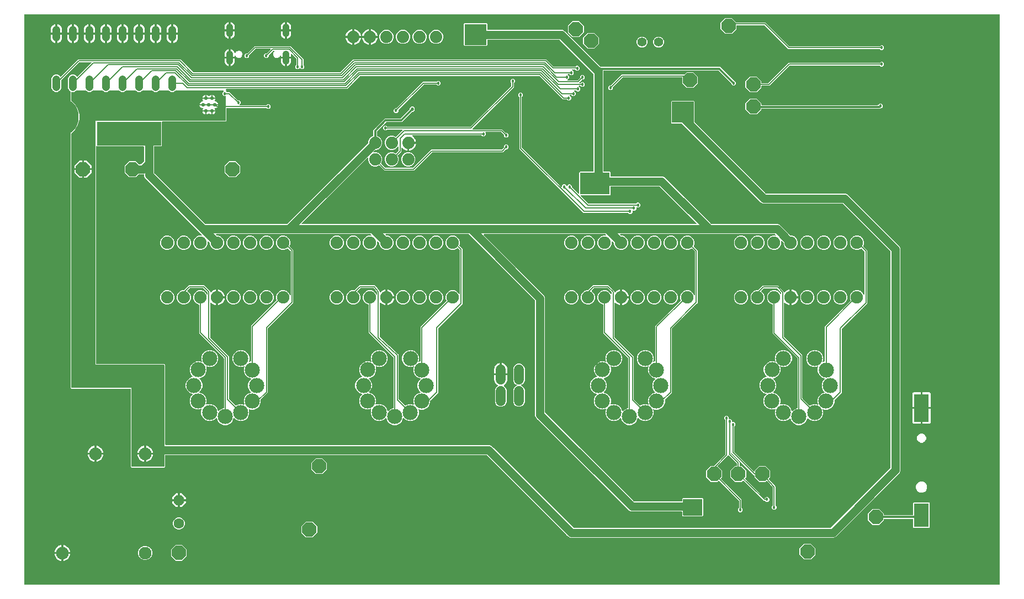
<source format=gbl>
G04 EAGLE Gerber RS-274X export*
G75*
%MOMM*%
%FSLAX34Y34*%
%LPD*%
%INBottom Copper*%
%IPPOS*%
%AMOC8*
5,1,8,0,0,1.08239X$1,22.5*%
G01*
%ADD10P,1.732040X8X112.500000*%
%ADD11C,1.600200*%
%ADD12R,2.300000X4.300000*%
%ADD13R,2.300000X3.660000*%
%ADD14C,1.879600*%
%ADD15C,1.930400*%
%ADD16C,1.219200*%
%ADD17C,1.400000*%
%ADD18C,0.558800*%
%ADD19C,2.325000*%
%ADD20C,1.905000*%
%ADD21C,1.524000*%
%ADD22C,1.050000*%
%ADD23P,2.336880X8X22.500000*%
%ADD24C,0.152400*%
%ADD25C,0.457200*%
%ADD26C,6.000000*%
%ADD27C,1.270000*%
%ADD28C,0.304800*%
%ADD29C,0.525000*%

G36*
X1497226Y2036D02*
X1497226Y2036D01*
X1497245Y2034D01*
X1497347Y2056D01*
X1497449Y2072D01*
X1497466Y2082D01*
X1497486Y2086D01*
X1497575Y2139D01*
X1497666Y2188D01*
X1497680Y2202D01*
X1497697Y2212D01*
X1497764Y2291D01*
X1497836Y2366D01*
X1497844Y2384D01*
X1497857Y2399D01*
X1497896Y2495D01*
X1497939Y2589D01*
X1497941Y2609D01*
X1497949Y2627D01*
X1497967Y2794D01*
X1497967Y877206D01*
X1497964Y877226D01*
X1497966Y877245D01*
X1497944Y877347D01*
X1497928Y877449D01*
X1497918Y877466D01*
X1497914Y877486D01*
X1497861Y877575D01*
X1497812Y877666D01*
X1497798Y877680D01*
X1497788Y877697D01*
X1497709Y877764D01*
X1497634Y877836D01*
X1497616Y877844D01*
X1497601Y877857D01*
X1497505Y877896D01*
X1497411Y877939D01*
X1497391Y877941D01*
X1497373Y877949D01*
X1497206Y877967D01*
X2794Y877967D01*
X2774Y877964D01*
X2755Y877966D01*
X2653Y877944D01*
X2551Y877928D01*
X2534Y877918D01*
X2514Y877914D01*
X2425Y877861D01*
X2334Y877812D01*
X2320Y877798D01*
X2303Y877788D01*
X2236Y877709D01*
X2164Y877634D01*
X2156Y877616D01*
X2143Y877601D01*
X2104Y877505D01*
X2061Y877411D01*
X2059Y877391D01*
X2051Y877373D01*
X2033Y877206D01*
X2033Y2794D01*
X2036Y2774D01*
X2034Y2755D01*
X2056Y2653D01*
X2072Y2551D01*
X2082Y2534D01*
X2086Y2514D01*
X2139Y2425D01*
X2188Y2334D01*
X2202Y2320D01*
X2212Y2303D01*
X2291Y2236D01*
X2366Y2164D01*
X2384Y2156D01*
X2399Y2143D01*
X2495Y2104D01*
X2589Y2061D01*
X2609Y2059D01*
X2627Y2051D01*
X2794Y2033D01*
X1497206Y2033D01*
X1497226Y2036D01*
G37*
%LPC*%
G36*
X839484Y74379D02*
X839484Y74379D01*
X836683Y75539D01*
X834433Y77790D01*
X834432Y77790D01*
X711066Y201156D01*
X710992Y201209D01*
X710923Y201269D01*
X710893Y201281D01*
X710867Y201300D01*
X710780Y201327D01*
X710695Y201361D01*
X710654Y201365D01*
X710632Y201372D01*
X710599Y201371D01*
X710528Y201379D01*
X218794Y201379D01*
X218774Y201376D01*
X218755Y201378D01*
X218653Y201356D01*
X218551Y201340D01*
X218534Y201330D01*
X218514Y201326D01*
X218425Y201273D01*
X218334Y201224D01*
X218320Y201210D01*
X218303Y201200D01*
X218236Y201121D01*
X218164Y201046D01*
X218156Y201028D01*
X218143Y201013D01*
X218104Y200917D01*
X218061Y200823D01*
X218059Y200803D01*
X218051Y200785D01*
X218033Y200618D01*
X218033Y183158D01*
X216842Y181967D01*
X166158Y181967D01*
X164967Y183158D01*
X164967Y302206D01*
X164964Y302226D01*
X164966Y302245D01*
X164944Y302347D01*
X164928Y302449D01*
X164918Y302466D01*
X164914Y302486D01*
X164861Y302575D01*
X164812Y302666D01*
X164798Y302680D01*
X164788Y302697D01*
X164709Y302764D01*
X164634Y302836D01*
X164616Y302844D01*
X164601Y302857D01*
X164505Y302896D01*
X164411Y302939D01*
X164391Y302941D01*
X164373Y302949D01*
X164206Y302967D01*
X74158Y302967D01*
X72967Y304158D01*
X72967Y758785D01*
X72948Y758900D01*
X72931Y759016D01*
X72929Y759022D01*
X72928Y759028D01*
X72873Y759130D01*
X72820Y759235D01*
X72815Y759240D01*
X72812Y759245D01*
X72728Y759325D01*
X72644Y759407D01*
X72638Y759411D01*
X72634Y759414D01*
X72617Y759422D01*
X72497Y759488D01*
X72327Y759559D01*
X70255Y761631D01*
X69133Y764339D01*
X69133Y779461D01*
X70255Y782169D01*
X72327Y784241D01*
X75035Y785363D01*
X77965Y785363D01*
X80673Y784241D01*
X82781Y782133D01*
X82798Y782121D01*
X82810Y782106D01*
X82897Y782049D01*
X82981Y781989D01*
X83000Y781983D01*
X83017Y781973D01*
X83117Y781947D01*
X83216Y781917D01*
X83236Y781917D01*
X83255Y781912D01*
X83358Y781920D01*
X83462Y781923D01*
X83481Y781930D01*
X83501Y781932D01*
X83596Y781972D01*
X83693Y782008D01*
X83709Y782020D01*
X83727Y782028D01*
X83858Y782133D01*
X104681Y802956D01*
X104723Y803014D01*
X104772Y803066D01*
X104794Y803113D01*
X104825Y803155D01*
X104846Y803224D01*
X104876Y803289D01*
X104882Y803341D01*
X104897Y803391D01*
X104895Y803462D01*
X104903Y803533D01*
X104892Y803584D01*
X104891Y803636D01*
X104866Y803704D01*
X104851Y803774D01*
X104824Y803818D01*
X104806Y803867D01*
X104761Y803923D01*
X104725Y803985D01*
X104685Y804019D01*
X104652Y804059D01*
X104592Y804098D01*
X104538Y804145D01*
X104489Y804164D01*
X104445Y804192D01*
X104376Y804210D01*
X104309Y804237D01*
X104238Y804245D01*
X104207Y804253D01*
X104184Y804251D01*
X104143Y804255D01*
X86645Y804255D01*
X86555Y804241D01*
X86464Y804233D01*
X86435Y804221D01*
X86403Y804216D01*
X86322Y804173D01*
X86238Y804137D01*
X86206Y804111D01*
X86185Y804100D01*
X86163Y804077D01*
X86107Y804032D01*
X58690Y776615D01*
X58637Y776541D01*
X58577Y776472D01*
X58565Y776441D01*
X58546Y776415D01*
X58519Y776328D01*
X58485Y776243D01*
X58481Y776202D01*
X58474Y776180D01*
X58475Y776148D01*
X58467Y776077D01*
X58467Y764339D01*
X57345Y761631D01*
X55273Y759559D01*
X52565Y758437D01*
X49635Y758437D01*
X46927Y759559D01*
X44855Y761631D01*
X43733Y764339D01*
X43733Y779461D01*
X44855Y782169D01*
X46927Y784241D01*
X49635Y785363D01*
X52565Y785363D01*
X55273Y784241D01*
X57381Y782133D01*
X57398Y782121D01*
X57410Y782106D01*
X57497Y782049D01*
X57581Y781989D01*
X57600Y781983D01*
X57617Y781973D01*
X57717Y781947D01*
X57816Y781917D01*
X57836Y781917D01*
X57855Y781912D01*
X57958Y781920D01*
X58062Y781923D01*
X58081Y781930D01*
X58101Y781932D01*
X58196Y781972D01*
X58293Y782008D01*
X58309Y782020D01*
X58327Y782028D01*
X58458Y782133D01*
X83232Y806907D01*
X84646Y808321D01*
X241417Y808321D01*
X242831Y806907D01*
X261146Y788592D01*
X261220Y788539D01*
X261290Y788479D01*
X261320Y788467D01*
X261346Y788448D01*
X261433Y788421D01*
X261518Y788387D01*
X261559Y788383D01*
X261581Y788376D01*
X261613Y788377D01*
X261685Y788369D01*
X486053Y788369D01*
X486143Y788383D01*
X486234Y788391D01*
X486264Y788403D01*
X486296Y788408D01*
X486376Y788451D01*
X486460Y788487D01*
X486492Y788513D01*
X486513Y788524D01*
X486535Y788547D01*
X486591Y788592D01*
X504906Y806907D01*
X506320Y808321D01*
X802728Y808321D01*
X813706Y797343D01*
X813780Y797290D01*
X813849Y797230D01*
X813880Y797218D01*
X813906Y797199D01*
X813993Y797172D01*
X814078Y797138D01*
X814119Y797134D01*
X814141Y797127D01*
X814173Y797128D01*
X814244Y797120D01*
X846774Y797120D01*
X846865Y797134D01*
X846955Y797142D01*
X846985Y797154D01*
X847017Y797159D01*
X847098Y797202D01*
X847182Y797238D01*
X847214Y797264D01*
X847235Y797275D01*
X847257Y797298D01*
X847313Y797343D01*
X848527Y798557D01*
X851473Y798557D01*
X853557Y796473D01*
X853557Y793527D01*
X851473Y791443D01*
X848527Y791443D01*
X847139Y792831D01*
X847065Y792884D01*
X846995Y792944D01*
X846965Y792956D01*
X846939Y792975D01*
X846852Y793002D01*
X846767Y793036D01*
X846726Y793040D01*
X846704Y793047D01*
X846672Y793046D01*
X846600Y793054D01*
X842814Y793054D01*
X842743Y793043D01*
X842671Y793041D01*
X842622Y793023D01*
X842571Y793014D01*
X842507Y792981D01*
X842440Y792956D01*
X842399Y792924D01*
X842353Y792899D01*
X842304Y792847D01*
X842248Y792803D01*
X842220Y792759D01*
X842184Y792721D01*
X842154Y792656D01*
X842115Y792596D01*
X842102Y792545D01*
X842080Y792498D01*
X842073Y792427D01*
X842055Y792357D01*
X842059Y792305D01*
X842053Y792254D01*
X842069Y792183D01*
X842074Y792112D01*
X842094Y792064D01*
X842106Y792013D01*
X842142Y791952D01*
X842170Y791886D01*
X842215Y791830D01*
X842232Y791802D01*
X842250Y791787D01*
X842275Y791755D01*
X844557Y789473D01*
X844557Y786527D01*
X842473Y784443D01*
X839527Y784443D01*
X838294Y785676D01*
X838220Y785729D01*
X838151Y785789D01*
X838120Y785801D01*
X838094Y785820D01*
X838007Y785846D01*
X837922Y785880D01*
X837882Y785885D01*
X837859Y785892D01*
X837827Y785891D01*
X837756Y785899D01*
X835969Y785899D01*
X835898Y785887D01*
X835826Y785886D01*
X835777Y785868D01*
X835726Y785859D01*
X835663Y785826D01*
X835595Y785801D01*
X835555Y785769D01*
X835509Y785744D01*
X835459Y785692D01*
X835403Y785647D01*
X835375Y785604D01*
X835339Y785566D01*
X835309Y785501D01*
X835270Y785440D01*
X835258Y785390D01*
X835236Y785343D01*
X835228Y785271D01*
X835210Y785202D01*
X835214Y785150D01*
X835209Y785098D01*
X835224Y785028D01*
X835229Y784957D01*
X835250Y784909D01*
X835261Y784858D01*
X835298Y784796D01*
X835326Y784730D01*
X835371Y784674D01*
X835387Y784647D01*
X835405Y784632D01*
X835431Y784599D01*
X837557Y782473D01*
X837557Y779527D01*
X835362Y777332D01*
X835320Y777274D01*
X835271Y777222D01*
X835249Y777175D01*
X835219Y777133D01*
X835198Y777064D01*
X835167Y776999D01*
X835162Y776947D01*
X835146Y776897D01*
X835148Y776826D01*
X835140Y776755D01*
X835151Y776704D01*
X835153Y776652D01*
X835177Y776584D01*
X835193Y776514D01*
X835219Y776469D01*
X835237Y776421D01*
X835282Y776365D01*
X835319Y776303D01*
X835358Y776269D01*
X835391Y776229D01*
X835451Y776190D01*
X835506Y776143D01*
X835554Y776124D01*
X835598Y776096D01*
X835667Y776078D01*
X835734Y776051D01*
X835805Y776043D01*
X835836Y776035D01*
X835860Y776037D01*
X835901Y776033D01*
X849843Y776033D01*
X849933Y776047D01*
X850024Y776055D01*
X850053Y776067D01*
X850085Y776072D01*
X850166Y776115D01*
X850250Y776151D01*
X850282Y776177D01*
X850303Y776188D01*
X850325Y776211D01*
X850381Y776256D01*
X854220Y780095D01*
X854273Y780169D01*
X854333Y780238D01*
X854345Y780269D01*
X854364Y780295D01*
X854391Y780382D01*
X854425Y780467D01*
X854429Y780508D01*
X854436Y780530D01*
X854435Y780562D01*
X854443Y780633D01*
X854443Y782473D01*
X856527Y784557D01*
X859473Y784557D01*
X861557Y782473D01*
X861557Y779527D01*
X859473Y777443D01*
X857633Y777443D01*
X857543Y777429D01*
X857452Y777421D01*
X857423Y777409D01*
X857391Y777404D01*
X857310Y777361D01*
X857226Y777325D01*
X857194Y777299D01*
X857173Y777288D01*
X857151Y777265D01*
X857095Y777220D01*
X853207Y773332D01*
X853165Y773274D01*
X853116Y773222D01*
X853094Y773175D01*
X853063Y773133D01*
X853042Y773064D01*
X853012Y772999D01*
X853006Y772947D01*
X852991Y772897D01*
X852993Y772826D01*
X852985Y772755D01*
X852996Y772704D01*
X852997Y772652D01*
X853022Y772584D01*
X853037Y772514D01*
X853064Y772469D01*
X853082Y772421D01*
X853127Y772365D01*
X853163Y772303D01*
X853203Y772269D01*
X853236Y772229D01*
X853296Y772190D01*
X853350Y772143D01*
X853399Y772124D01*
X853443Y772096D01*
X853512Y772078D01*
X853579Y772051D01*
X853650Y772043D01*
X853681Y772035D01*
X853704Y772037D01*
X853745Y772033D01*
X854687Y772033D01*
X854778Y772047D01*
X854868Y772055D01*
X854898Y772067D01*
X854930Y772072D01*
X855011Y772115D01*
X855095Y772151D01*
X855127Y772177D01*
X855148Y772188D01*
X855170Y772211D01*
X855226Y772256D01*
X856527Y773557D01*
X859473Y773557D01*
X861557Y771473D01*
X861557Y768527D01*
X859473Y766443D01*
X856527Y766443D01*
X855226Y767744D01*
X855152Y767797D01*
X855082Y767857D01*
X855052Y767869D01*
X855026Y767888D01*
X854939Y767915D01*
X854854Y767949D01*
X854813Y767953D01*
X854791Y767960D01*
X854759Y767959D01*
X854687Y767967D01*
X852901Y767967D01*
X852830Y767956D01*
X852758Y767954D01*
X852709Y767936D01*
X852658Y767928D01*
X852594Y767894D01*
X852527Y767869D01*
X852486Y767837D01*
X852440Y767812D01*
X852391Y767760D01*
X852335Y767716D01*
X852307Y767672D01*
X852271Y767634D01*
X852241Y767569D01*
X852202Y767509D01*
X852189Y767458D01*
X852167Y767411D01*
X852159Y767340D01*
X852142Y767270D01*
X852146Y767218D01*
X852140Y767167D01*
X852156Y767096D01*
X852161Y767025D01*
X852181Y766977D01*
X852193Y766926D01*
X852229Y766865D01*
X852257Y766799D01*
X852302Y766743D01*
X852319Y766715D01*
X852337Y766700D01*
X852362Y766668D01*
X854557Y764473D01*
X854557Y761527D01*
X852473Y759443D01*
X849527Y759443D01*
X848226Y760744D01*
X848152Y760797D01*
X848082Y760857D01*
X848052Y760869D01*
X848026Y760888D01*
X847939Y760915D01*
X847854Y760949D01*
X847813Y760953D01*
X847791Y760960D01*
X847759Y760959D01*
X847687Y760967D01*
X845901Y760967D01*
X845830Y760956D01*
X845758Y760954D01*
X845709Y760936D01*
X845658Y760928D01*
X845594Y760894D01*
X845527Y760869D01*
X845486Y760837D01*
X845440Y760812D01*
X845391Y760760D01*
X845335Y760716D01*
X845307Y760672D01*
X845271Y760634D01*
X845241Y760569D01*
X845202Y760509D01*
X845189Y760458D01*
X845167Y760411D01*
X845159Y760340D01*
X845142Y760270D01*
X845146Y760218D01*
X845140Y760167D01*
X845156Y760096D01*
X845161Y760025D01*
X845181Y759977D01*
X845193Y759926D01*
X845229Y759865D01*
X845257Y759799D01*
X845302Y759743D01*
X845319Y759715D01*
X845337Y759700D01*
X845362Y759668D01*
X847557Y757473D01*
X847557Y754527D01*
X845473Y752443D01*
X842527Y752443D01*
X841226Y753744D01*
X841152Y753797D01*
X841082Y753857D01*
X841052Y753869D01*
X841026Y753888D01*
X840939Y753915D01*
X840854Y753949D01*
X840813Y753953D01*
X840791Y753960D01*
X840759Y753959D01*
X840687Y753967D01*
X838901Y753967D01*
X838830Y753956D01*
X838758Y753954D01*
X838709Y753936D01*
X838658Y753928D01*
X838594Y753894D01*
X838527Y753869D01*
X838486Y753837D01*
X838440Y753812D01*
X838391Y753760D01*
X838335Y753716D01*
X838307Y753672D01*
X838271Y753634D01*
X838241Y753569D01*
X838202Y753509D01*
X838189Y753458D01*
X838167Y753411D01*
X838159Y753340D01*
X838142Y753270D01*
X838146Y753218D01*
X838140Y753167D01*
X838156Y753096D01*
X838161Y753025D01*
X838181Y752977D01*
X838193Y752926D01*
X838229Y752865D01*
X838257Y752799D01*
X838302Y752743D01*
X838319Y752715D01*
X838337Y752700D01*
X838362Y752668D01*
X840557Y750473D01*
X840557Y747527D01*
X838473Y745443D01*
X835527Y745443D01*
X834226Y746744D01*
X834152Y746797D01*
X834082Y746857D01*
X834052Y746869D01*
X834026Y746888D01*
X833939Y746915D01*
X833854Y746949D01*
X833813Y746953D01*
X833791Y746960D01*
X833759Y746959D01*
X833687Y746967D01*
X828158Y746967D01*
X792429Y782696D01*
X792355Y782749D01*
X792286Y782809D01*
X792255Y782821D01*
X792229Y782840D01*
X792142Y782867D01*
X792057Y782901D01*
X792016Y782905D01*
X791994Y782912D01*
X791962Y782911D01*
X791891Y782919D01*
X517157Y782919D01*
X517067Y782905D01*
X516976Y782897D01*
X516947Y782885D01*
X516915Y782880D01*
X516834Y782837D01*
X516750Y782801D01*
X516718Y782775D01*
X516697Y782764D01*
X516675Y782741D01*
X516619Y782696D01*
X496890Y762967D01*
X311745Y762967D01*
X311675Y762956D01*
X311603Y762954D01*
X311554Y762936D01*
X311503Y762928D01*
X311439Y762894D01*
X311372Y762869D01*
X311331Y762837D01*
X311285Y762812D01*
X311236Y762760D01*
X311180Y762716D01*
X311152Y762672D01*
X311116Y762634D01*
X311086Y762569D01*
X311047Y762509D01*
X311034Y762458D01*
X311012Y762411D01*
X311004Y762340D01*
X310987Y762270D01*
X310991Y762218D01*
X310985Y762167D01*
X311000Y762096D01*
X311006Y762025D01*
X311026Y761977D01*
X311037Y761926D01*
X311074Y761865D01*
X311102Y761799D01*
X311147Y761743D01*
X311163Y761715D01*
X311181Y761700D01*
X311207Y761668D01*
X312033Y760842D01*
X312033Y758794D01*
X312036Y758774D01*
X312034Y758755D01*
X312056Y758653D01*
X312072Y758551D01*
X312082Y758534D01*
X312086Y758514D01*
X312139Y758425D01*
X312188Y758334D01*
X312202Y758320D01*
X312212Y758303D01*
X312291Y758236D01*
X312366Y758164D01*
X312384Y758156D01*
X312399Y758143D01*
X312495Y758104D01*
X312589Y758061D01*
X312609Y758059D01*
X312627Y758051D01*
X312794Y758033D01*
X316842Y758033D01*
X329095Y745780D01*
X329169Y745727D01*
X329238Y745667D01*
X329269Y745655D01*
X329295Y745636D01*
X329382Y745609D01*
X329467Y745575D01*
X329508Y745571D01*
X329530Y745564D01*
X329562Y745565D01*
X329633Y745557D01*
X331473Y745557D01*
X333557Y743473D01*
X333557Y740527D01*
X332362Y739332D01*
X332320Y739274D01*
X332271Y739222D01*
X332249Y739175D01*
X332219Y739133D01*
X332198Y739064D01*
X332167Y738999D01*
X332162Y738947D01*
X332146Y738897D01*
X332148Y738826D01*
X332140Y738755D01*
X332151Y738704D01*
X332153Y738652D01*
X332177Y738584D01*
X332193Y738514D01*
X332219Y738469D01*
X332237Y738421D01*
X332282Y738365D01*
X332319Y738303D01*
X332358Y738269D01*
X332391Y738229D01*
X332451Y738190D01*
X332506Y738143D01*
X332554Y738124D01*
X332598Y738096D01*
X332667Y738078D01*
X332734Y738051D01*
X332805Y738043D01*
X332836Y738035D01*
X332860Y738037D01*
X332901Y738033D01*
X372687Y738033D01*
X372778Y738047D01*
X372868Y738055D01*
X372898Y738067D01*
X372930Y738072D01*
X373011Y738115D01*
X373095Y738151D01*
X373127Y738177D01*
X373148Y738188D01*
X373170Y738211D01*
X373226Y738256D01*
X374527Y739557D01*
X377473Y739557D01*
X379557Y737473D01*
X379557Y734527D01*
X377473Y732443D01*
X374527Y732443D01*
X373226Y733744D01*
X373152Y733797D01*
X373082Y733857D01*
X373052Y733869D01*
X373026Y733888D01*
X372939Y733915D01*
X372854Y733949D01*
X372813Y733953D01*
X372791Y733960D01*
X372759Y733959D01*
X372687Y733967D01*
X312794Y733967D01*
X312774Y733964D01*
X312755Y733966D01*
X312653Y733944D01*
X312551Y733928D01*
X312534Y733918D01*
X312514Y733914D01*
X312425Y733861D01*
X312334Y733812D01*
X312320Y733798D01*
X312303Y733788D01*
X312236Y733709D01*
X312164Y733634D01*
X312156Y733616D01*
X312143Y733601D01*
X312104Y733505D01*
X312061Y733411D01*
X312059Y733391D01*
X312051Y733373D01*
X312033Y733206D01*
X312033Y714158D01*
X310842Y712967D01*
X213794Y712967D01*
X213774Y712964D01*
X213755Y712966D01*
X213653Y712944D01*
X213551Y712928D01*
X213534Y712918D01*
X213514Y712914D01*
X213425Y712861D01*
X213334Y712812D01*
X213320Y712798D01*
X213303Y712788D01*
X213236Y712709D01*
X213164Y712634D01*
X213156Y712616D01*
X213143Y712601D01*
X213104Y712505D01*
X213061Y712411D01*
X213059Y712391D01*
X213051Y712373D01*
X213033Y712206D01*
X213033Y676158D01*
X211842Y674967D01*
X201382Y674967D01*
X201362Y674964D01*
X201343Y674966D01*
X201241Y674944D01*
X201139Y674928D01*
X201122Y674918D01*
X201102Y674914D01*
X201013Y674861D01*
X200922Y674812D01*
X200908Y674798D01*
X200891Y674788D01*
X200824Y674709D01*
X200752Y674634D01*
X200744Y674616D01*
X200731Y674601D01*
X200692Y674505D01*
X200649Y674411D01*
X200647Y674391D01*
X200639Y674373D01*
X200621Y674206D01*
X200621Y634682D01*
X200635Y634592D01*
X200643Y634501D01*
X200655Y634471D01*
X200660Y634439D01*
X200703Y634358D01*
X200739Y634275D01*
X200765Y634242D01*
X200776Y634222D01*
X200799Y634200D01*
X200844Y634144D01*
X279289Y555699D01*
X279363Y555646D01*
X279432Y555586D01*
X279462Y555574D01*
X279488Y555555D01*
X279575Y555528D01*
X279660Y555494D01*
X279701Y555490D01*
X279723Y555483D01*
X279756Y555484D01*
X279827Y555476D01*
X403983Y555476D01*
X404073Y555490D01*
X404164Y555498D01*
X404194Y555510D01*
X404226Y555515D01*
X404307Y555558D01*
X404390Y555594D01*
X404423Y555620D01*
X404443Y555631D01*
X404465Y555654D01*
X404521Y555699D01*
X529108Y680286D01*
X529161Y680360D01*
X529221Y680429D01*
X529233Y680459D01*
X529252Y680485D01*
X529279Y680572D01*
X529313Y680657D01*
X529317Y680698D01*
X529324Y680720D01*
X529323Y680753D01*
X529331Y680824D01*
X529331Y682522D01*
X530955Y686443D01*
X533957Y689445D01*
X536735Y690595D01*
X536835Y690657D01*
X536935Y690717D01*
X536939Y690722D01*
X536944Y690725D01*
X537019Y690815D01*
X537095Y690904D01*
X537097Y690910D01*
X537101Y690915D01*
X537143Y691023D01*
X537187Y691132D01*
X537188Y691140D01*
X537189Y691144D01*
X537190Y691162D01*
X537205Y691299D01*
X537205Y700158D01*
X554842Y717795D01*
X578527Y717795D01*
X578617Y717809D01*
X578708Y717817D01*
X578738Y717829D01*
X578770Y717834D01*
X578850Y717877D01*
X578934Y717913D01*
X578966Y717939D01*
X578987Y717950D01*
X579009Y717973D01*
X579065Y718018D01*
X592881Y731834D01*
X592934Y731908D01*
X592994Y731977D01*
X593006Y732007D01*
X593025Y732033D01*
X593052Y732120D01*
X593086Y732205D01*
X593090Y732246D01*
X593097Y732268D01*
X593096Y732301D01*
X593104Y732372D01*
X593104Y733614D01*
X595386Y735896D01*
X598614Y735896D01*
X600896Y733614D01*
X600896Y730386D01*
X598614Y728104D01*
X597372Y728104D01*
X597282Y728090D01*
X597191Y728082D01*
X597161Y728070D01*
X597129Y728065D01*
X597049Y728022D01*
X596965Y727986D01*
X596933Y727960D01*
X596912Y727949D01*
X596890Y727926D01*
X596834Y727881D01*
X581158Y712205D01*
X557473Y712205D01*
X557383Y712191D01*
X557292Y712183D01*
X557262Y712171D01*
X557230Y712166D01*
X557150Y712123D01*
X557066Y712087D01*
X557034Y712061D01*
X557013Y712050D01*
X556991Y712027D01*
X556935Y711982D01*
X543018Y698065D01*
X542965Y697991D01*
X542905Y697922D01*
X542893Y697892D01*
X542874Y697866D01*
X542847Y697779D01*
X542813Y697694D01*
X542809Y697653D01*
X542802Y697631D01*
X542803Y697598D01*
X542795Y697527D01*
X542795Y691299D01*
X542814Y691184D01*
X542831Y691068D01*
X542833Y691062D01*
X542834Y691056D01*
X542889Y690952D01*
X542942Y690849D01*
X542947Y690844D01*
X542950Y690839D01*
X543034Y690759D01*
X543118Y690676D01*
X543124Y690673D01*
X543128Y690669D01*
X543145Y690661D01*
X543265Y690595D01*
X546043Y689445D01*
X549045Y686443D01*
X550669Y682522D01*
X550669Y678278D01*
X549045Y674357D01*
X546043Y671355D01*
X542122Y669731D01*
X540424Y669731D01*
X540334Y669717D01*
X540243Y669709D01*
X540213Y669697D01*
X540181Y669692D01*
X540101Y669649D01*
X540017Y669613D01*
X539984Y669587D01*
X539964Y669576D01*
X539942Y669553D01*
X539886Y669508D01*
X537346Y666968D01*
X537304Y666910D01*
X537254Y666858D01*
X537232Y666811D01*
X537202Y666769D01*
X537181Y666700D01*
X537151Y666635D01*
X537145Y666583D01*
X537130Y666533D01*
X537132Y666462D01*
X537124Y666391D01*
X537135Y666340D01*
X537136Y666288D01*
X537161Y666220D01*
X537176Y666150D01*
X537203Y666105D01*
X537220Y666057D01*
X537265Y666001D01*
X537302Y665939D01*
X537342Y665905D01*
X537374Y665865D01*
X537434Y665826D01*
X537489Y665779D01*
X537537Y665760D01*
X537581Y665732D01*
X537651Y665714D01*
X537717Y665687D01*
X537788Y665679D01*
X537820Y665671D01*
X537843Y665673D01*
X537884Y665669D01*
X542122Y665669D01*
X546043Y664045D01*
X549045Y661043D01*
X550669Y657122D01*
X550669Y652878D01*
X549202Y649337D01*
X549194Y649303D01*
X549193Y649300D01*
X549192Y649294D01*
X549176Y649224D01*
X549147Y649110D01*
X549147Y649104D01*
X549146Y649098D01*
X549157Y648981D01*
X549166Y648865D01*
X549168Y648859D01*
X549169Y648853D01*
X549217Y648745D01*
X549262Y648639D01*
X549267Y648633D01*
X549269Y648628D01*
X549282Y648614D01*
X549367Y648508D01*
X555619Y642256D01*
X555693Y642203D01*
X555762Y642143D01*
X555793Y642131D01*
X555819Y642112D01*
X555906Y642085D01*
X555991Y642051D01*
X556032Y642047D01*
X556054Y642040D01*
X556086Y642041D01*
X556157Y642033D01*
X597843Y642033D01*
X597933Y642047D01*
X598024Y642055D01*
X598053Y642067D01*
X598085Y642072D01*
X598166Y642115D01*
X598250Y642151D01*
X598282Y642177D01*
X598303Y642188D01*
X598325Y642211D01*
X598381Y642256D01*
X626158Y670033D01*
X733843Y670033D01*
X733933Y670047D01*
X734024Y670055D01*
X734053Y670067D01*
X734085Y670072D01*
X734166Y670115D01*
X734250Y670151D01*
X734282Y670177D01*
X734303Y670188D01*
X734325Y670211D01*
X734381Y670256D01*
X737220Y673095D01*
X737273Y673169D01*
X737333Y673238D01*
X737345Y673269D01*
X737364Y673295D01*
X737391Y673382D01*
X737425Y673467D01*
X737429Y673508D01*
X737436Y673530D01*
X737435Y673562D01*
X737443Y673633D01*
X737443Y675473D01*
X739527Y677557D01*
X742473Y677557D01*
X744557Y675473D01*
X744557Y672527D01*
X742473Y670443D01*
X740633Y670443D01*
X740543Y670429D01*
X740452Y670421D01*
X740423Y670409D01*
X740391Y670404D01*
X740310Y670361D01*
X740226Y670325D01*
X740194Y670299D01*
X740173Y670288D01*
X740151Y670265D01*
X740095Y670220D01*
X735842Y665967D01*
X628157Y665967D01*
X628067Y665953D01*
X627976Y665945D01*
X627947Y665933D01*
X627915Y665928D01*
X627834Y665885D01*
X627750Y665849D01*
X627718Y665823D01*
X627697Y665812D01*
X627675Y665789D01*
X627619Y665744D01*
X599842Y637967D01*
X554158Y637967D01*
X552744Y639381D01*
X546492Y645633D01*
X546398Y645701D01*
X546304Y645771D01*
X546298Y645773D01*
X546293Y645776D01*
X546182Y645811D01*
X546070Y645847D01*
X546064Y645847D01*
X546058Y645849D01*
X545941Y645846D01*
X545824Y645845D01*
X545817Y645842D01*
X545812Y645842D01*
X545794Y645836D01*
X545663Y645798D01*
X542122Y644331D01*
X537878Y644331D01*
X533957Y645955D01*
X530955Y648957D01*
X529331Y652878D01*
X529331Y657116D01*
X529320Y657187D01*
X529318Y657259D01*
X529300Y657308D01*
X529292Y657359D01*
X529258Y657422D01*
X529233Y657490D01*
X529201Y657530D01*
X529176Y657576D01*
X529125Y657626D01*
X529080Y657682D01*
X529036Y657710D01*
X528998Y657746D01*
X528933Y657776D01*
X528873Y657815D01*
X528822Y657827D01*
X528775Y657849D01*
X528704Y657857D01*
X528634Y657875D01*
X528582Y657871D01*
X528531Y657876D01*
X528460Y657861D01*
X528389Y657856D01*
X528341Y657835D01*
X528290Y657824D01*
X528229Y657787D01*
X528163Y657759D01*
X528107Y657714D01*
X528079Y657698D01*
X528064Y657680D01*
X528032Y657654D01*
X427153Y556775D01*
X427111Y556717D01*
X427061Y556665D01*
X427039Y556618D01*
X427009Y556576D01*
X426988Y556507D01*
X426958Y556442D01*
X426952Y556390D01*
X426937Y556340D01*
X426939Y556269D01*
X426931Y556198D01*
X426942Y556147D01*
X426943Y556095D01*
X426968Y556027D01*
X426983Y555957D01*
X427010Y555913D01*
X427027Y555864D01*
X427072Y555808D01*
X427109Y555746D01*
X427149Y555712D01*
X427181Y555672D01*
X427241Y555633D01*
X427296Y555586D01*
X427344Y555567D01*
X427388Y555539D01*
X427458Y555521D01*
X427524Y555494D01*
X427595Y555486D01*
X427627Y555478D01*
X427650Y555480D01*
X427691Y555476D01*
X1032264Y555476D01*
X1032335Y555487D01*
X1032407Y555489D01*
X1032456Y555507D01*
X1032507Y555515D01*
X1032570Y555549D01*
X1032638Y555574D01*
X1032678Y555606D01*
X1032724Y555631D01*
X1032774Y555683D01*
X1032830Y555727D01*
X1032858Y555771D01*
X1032894Y555809D01*
X1032924Y555874D01*
X1032963Y555934D01*
X1032975Y555985D01*
X1032997Y556032D01*
X1033005Y556103D01*
X1033023Y556173D01*
X1033019Y556225D01*
X1033024Y556276D01*
X1033009Y556347D01*
X1033004Y556418D01*
X1032983Y556466D01*
X1032972Y556517D01*
X1032935Y556578D01*
X1032907Y556644D01*
X1032862Y556700D01*
X1032846Y556728D01*
X1032828Y556743D01*
X1032802Y556775D01*
X976421Y613156D01*
X976347Y613209D01*
X976278Y613269D01*
X976248Y613281D01*
X976222Y613300D01*
X976135Y613327D01*
X976050Y613361D01*
X976009Y613365D01*
X975987Y613372D01*
X975954Y613371D01*
X975883Y613379D01*
X901794Y613379D01*
X901774Y613376D01*
X901755Y613378D01*
X901653Y613356D01*
X901551Y613340D01*
X901534Y613330D01*
X901514Y613326D01*
X901425Y613273D01*
X901334Y613224D01*
X901320Y613210D01*
X901303Y613200D01*
X901236Y613121D01*
X901164Y613046D01*
X901156Y613028D01*
X901143Y613013D01*
X901104Y612917D01*
X901061Y612823D01*
X901059Y612803D01*
X901051Y612785D01*
X901033Y612618D01*
X901033Y601158D01*
X899842Y599967D01*
X855745Y599967D01*
X855675Y599956D01*
X855603Y599954D01*
X855554Y599936D01*
X855503Y599928D01*
X855439Y599894D01*
X855372Y599869D01*
X855331Y599837D01*
X855285Y599812D01*
X855236Y599760D01*
X855180Y599716D01*
X855152Y599672D01*
X855116Y599634D01*
X855086Y599569D01*
X855047Y599509D01*
X855034Y599458D01*
X855012Y599411D01*
X855004Y599340D01*
X854987Y599270D01*
X854991Y599218D01*
X854985Y599167D01*
X855000Y599096D01*
X855006Y599025D01*
X855026Y598977D01*
X855037Y598926D01*
X855074Y598865D01*
X855102Y598799D01*
X855147Y598743D01*
X855163Y598715D01*
X855181Y598700D01*
X855207Y598668D01*
X866571Y587304D01*
X866645Y587251D01*
X866714Y587191D01*
X866745Y587179D01*
X866771Y587160D01*
X866858Y587133D01*
X866943Y587099D01*
X866984Y587095D01*
X867006Y587088D01*
X867038Y587089D01*
X867109Y587081D01*
X939687Y587081D01*
X939778Y587095D01*
X939868Y587103D01*
X939898Y587115D01*
X939930Y587120D01*
X940011Y587163D01*
X940095Y587199D01*
X940127Y587225D01*
X940148Y587236D01*
X940170Y587259D01*
X940226Y587304D01*
X941527Y588605D01*
X944473Y588605D01*
X946557Y586521D01*
X946557Y583575D01*
X944473Y581491D01*
X941318Y581491D01*
X941298Y581488D01*
X941279Y581490D01*
X941177Y581468D01*
X941075Y581452D01*
X941058Y581442D01*
X941038Y581438D01*
X940949Y581385D01*
X940858Y581336D01*
X940844Y581322D01*
X940827Y581312D01*
X940760Y581233D01*
X940688Y581158D01*
X940680Y581140D01*
X940667Y581125D01*
X940628Y581029D01*
X940585Y580935D01*
X940583Y580915D01*
X940575Y580897D01*
X940557Y580730D01*
X940557Y578527D01*
X938473Y576443D01*
X935318Y576443D01*
X935298Y576440D01*
X935279Y576442D01*
X935177Y576420D01*
X935075Y576404D01*
X935058Y576394D01*
X935038Y576390D01*
X934949Y576337D01*
X934858Y576288D01*
X934844Y576274D01*
X934827Y576264D01*
X934760Y576185D01*
X934688Y576110D01*
X934680Y576092D01*
X934667Y576077D01*
X934628Y575981D01*
X934585Y575887D01*
X934583Y575867D01*
X934575Y575849D01*
X934557Y575682D01*
X934557Y573479D01*
X932473Y571395D01*
X929527Y571395D01*
X928226Y572696D01*
X928152Y572749D01*
X928082Y572809D01*
X928052Y572821D01*
X928026Y572840D01*
X927939Y572867D01*
X927854Y572901D01*
X927813Y572905D01*
X927791Y572912D01*
X927759Y572911D01*
X927687Y572919D01*
X859206Y572919D01*
X857792Y574333D01*
X762381Y669744D01*
X760967Y671158D01*
X760967Y750687D01*
X760953Y750778D01*
X760945Y750868D01*
X760933Y750898D01*
X760928Y750930D01*
X760885Y751011D01*
X760849Y751095D01*
X760823Y751127D01*
X760812Y751148D01*
X760789Y751170D01*
X760744Y751226D01*
X759443Y752527D01*
X759443Y755473D01*
X761527Y757557D01*
X764473Y757557D01*
X766557Y755473D01*
X766557Y752527D01*
X765256Y751226D01*
X765203Y751152D01*
X765143Y751082D01*
X765131Y751052D01*
X765112Y751026D01*
X765085Y750939D01*
X765051Y750854D01*
X765047Y750813D01*
X765040Y750791D01*
X765041Y750759D01*
X765033Y750687D01*
X765033Y673157D01*
X765047Y673067D01*
X765055Y672976D01*
X765067Y672947D01*
X765072Y672915D01*
X765115Y672834D01*
X765151Y672750D01*
X765177Y672718D01*
X765188Y672697D01*
X765211Y672675D01*
X765256Y672619D01*
X825144Y612731D01*
X825202Y612689D01*
X825254Y612640D01*
X825301Y612618D01*
X825343Y612587D01*
X825412Y612566D01*
X825477Y612536D01*
X825529Y612530D01*
X825579Y612515D01*
X825650Y612517D01*
X825721Y612509D01*
X825772Y612520D01*
X825824Y612521D01*
X825892Y612546D01*
X825962Y612561D01*
X826007Y612588D01*
X826055Y612606D01*
X826111Y612651D01*
X826173Y612687D01*
X826207Y612727D01*
X826247Y612760D01*
X826286Y612820D01*
X826333Y612874D01*
X826352Y612923D01*
X826380Y612967D01*
X826398Y613036D01*
X826425Y613103D01*
X826433Y613174D01*
X826441Y613205D01*
X826439Y613228D01*
X826443Y613269D01*
X826443Y614473D01*
X828527Y616557D01*
X831473Y616557D01*
X833462Y614568D01*
X833478Y614557D01*
X833490Y614541D01*
X833578Y614485D01*
X833661Y614425D01*
X833680Y614419D01*
X833697Y614408D01*
X833798Y614383D01*
X833897Y614352D01*
X833916Y614353D01*
X833936Y614348D01*
X834039Y614356D01*
X834142Y614359D01*
X834161Y614366D01*
X834181Y614367D01*
X834276Y614408D01*
X834373Y614443D01*
X834389Y614456D01*
X834407Y614463D01*
X834538Y614568D01*
X836527Y616557D01*
X839473Y616557D01*
X841557Y614473D01*
X841557Y612633D01*
X841571Y612543D01*
X841579Y612452D01*
X841591Y612423D01*
X841596Y612391D01*
X841639Y612310D01*
X841675Y612226D01*
X841701Y612194D01*
X841712Y612173D01*
X841735Y612151D01*
X841780Y612095D01*
X851668Y602207D01*
X851726Y602165D01*
X851778Y602116D01*
X851825Y602094D01*
X851867Y602063D01*
X851936Y602042D01*
X852001Y602012D01*
X852053Y602006D01*
X852103Y601991D01*
X852174Y601993D01*
X852245Y601985D01*
X852296Y601996D01*
X852348Y601997D01*
X852416Y602022D01*
X852486Y602037D01*
X852531Y602064D01*
X852579Y602082D01*
X852635Y602127D01*
X852697Y602163D01*
X852731Y602203D01*
X852771Y602236D01*
X852810Y602296D01*
X852857Y602350D01*
X852876Y602399D01*
X852904Y602443D01*
X852922Y602512D01*
X852949Y602579D01*
X852957Y602650D01*
X852965Y602681D01*
X852963Y602704D01*
X852967Y602745D01*
X852967Y634842D01*
X854158Y636033D01*
X873618Y636033D01*
X873638Y636036D01*
X873657Y636034D01*
X873759Y636056D01*
X873861Y636072D01*
X873878Y636082D01*
X873898Y636086D01*
X873987Y636139D01*
X874078Y636188D01*
X874092Y636202D01*
X874109Y636212D01*
X874176Y636291D01*
X874248Y636366D01*
X874256Y636384D01*
X874269Y636399D01*
X874308Y636495D01*
X874351Y636589D01*
X874353Y636609D01*
X874361Y636627D01*
X874379Y636794D01*
X874379Y786528D01*
X874365Y786618D01*
X874357Y786709D01*
X874345Y786739D01*
X874340Y786771D01*
X874297Y786852D01*
X874261Y786935D01*
X874235Y786968D01*
X874224Y786988D01*
X874201Y787010D01*
X874156Y787066D01*
X823066Y838156D01*
X822992Y838209D01*
X822923Y838269D01*
X822893Y838281D01*
X822867Y838300D01*
X822780Y838327D01*
X822695Y838361D01*
X822654Y838365D01*
X822632Y838372D01*
X822599Y838371D01*
X822528Y838379D01*
X712794Y838379D01*
X712774Y838376D01*
X712755Y838378D01*
X712653Y838356D01*
X712551Y838340D01*
X712534Y838330D01*
X712514Y838326D01*
X712425Y838273D01*
X712334Y838224D01*
X712320Y838210D01*
X712303Y838200D01*
X712236Y838121D01*
X712164Y838046D01*
X712156Y838028D01*
X712143Y838013D01*
X712104Y837917D01*
X712061Y837823D01*
X712059Y837803D01*
X712051Y837785D01*
X712033Y837618D01*
X712033Y830158D01*
X710842Y828967D01*
X677158Y828967D01*
X675967Y830158D01*
X675967Y862842D01*
X677158Y864033D01*
X710842Y864033D01*
X712033Y862842D01*
X712033Y854382D01*
X712036Y854362D01*
X712034Y854343D01*
X712056Y854241D01*
X712072Y854139D01*
X712082Y854122D01*
X712086Y854102D01*
X712139Y854013D01*
X712188Y853922D01*
X712202Y853908D01*
X712212Y853891D01*
X712291Y853824D01*
X712366Y853752D01*
X712384Y853744D01*
X712399Y853731D01*
X712495Y853692D01*
X712589Y853649D01*
X712609Y853647D01*
X712627Y853639D01*
X712794Y853621D01*
X827516Y853621D01*
X830317Y852461D01*
X885760Y797018D01*
X885834Y796965D01*
X885903Y796905D01*
X885933Y796893D01*
X885959Y796874D01*
X886046Y796847D01*
X886131Y796813D01*
X886172Y796809D01*
X886194Y796802D01*
X886227Y796803D01*
X886298Y796795D01*
X1069158Y796795D01*
X1090173Y775780D01*
X1090247Y775727D01*
X1090316Y775667D01*
X1090346Y775655D01*
X1090372Y775636D01*
X1090459Y775609D01*
X1090544Y775575D01*
X1090585Y775571D01*
X1090607Y775564D01*
X1090640Y775565D01*
X1090711Y775557D01*
X1091473Y775557D01*
X1093557Y773473D01*
X1093557Y770527D01*
X1091473Y768443D01*
X1088527Y768443D01*
X1086443Y770527D01*
X1086443Y771289D01*
X1086429Y771379D01*
X1086421Y771470D01*
X1086409Y771500D01*
X1086404Y771532D01*
X1086361Y771612D01*
X1086325Y771696D01*
X1086299Y771728D01*
X1086288Y771749D01*
X1086265Y771771D01*
X1086220Y771827D01*
X1067065Y790982D01*
X1066991Y791035D01*
X1066922Y791095D01*
X1066892Y791107D01*
X1066866Y791126D01*
X1066779Y791153D01*
X1066694Y791187D01*
X1066653Y791191D01*
X1066631Y791198D01*
X1066598Y791197D01*
X1066527Y791205D01*
X890382Y791205D01*
X890362Y791202D01*
X890343Y791204D01*
X890241Y791182D01*
X890139Y791166D01*
X890122Y791156D01*
X890102Y791152D01*
X890013Y791099D01*
X889922Y791050D01*
X889908Y791036D01*
X889891Y791026D01*
X889824Y790947D01*
X889752Y790872D01*
X889744Y790854D01*
X889731Y790839D01*
X889692Y790743D01*
X889649Y790649D01*
X889647Y790629D01*
X889639Y790611D01*
X889621Y790444D01*
X889621Y636794D01*
X889624Y636774D01*
X889622Y636755D01*
X889644Y636653D01*
X889660Y636551D01*
X889670Y636534D01*
X889674Y636514D01*
X889727Y636425D01*
X889776Y636334D01*
X889790Y636320D01*
X889800Y636303D01*
X889879Y636236D01*
X889954Y636164D01*
X889972Y636156D01*
X889987Y636143D01*
X890083Y636104D01*
X890177Y636061D01*
X890197Y636059D01*
X890215Y636051D01*
X890382Y636033D01*
X899842Y636033D01*
X901033Y634842D01*
X901033Y629382D01*
X901036Y629362D01*
X901034Y629343D01*
X901056Y629241D01*
X901072Y629139D01*
X901082Y629122D01*
X901086Y629102D01*
X901139Y629013D01*
X901188Y628922D01*
X901202Y628908D01*
X901212Y628891D01*
X901291Y628824D01*
X901366Y628752D01*
X901384Y628744D01*
X901399Y628731D01*
X901495Y628692D01*
X901589Y628649D01*
X901609Y628647D01*
X901627Y628639D01*
X901794Y628621D01*
X980871Y628621D01*
X983672Y627461D01*
X1055434Y555699D01*
X1055508Y555646D01*
X1055577Y555586D01*
X1055607Y555574D01*
X1055633Y555555D01*
X1055720Y555528D01*
X1055805Y555494D01*
X1055846Y555490D01*
X1055868Y555483D01*
X1055901Y555484D01*
X1055972Y555476D01*
X1157871Y555476D01*
X1160672Y554316D01*
X1177059Y537929D01*
X1177133Y537876D01*
X1177202Y537816D01*
X1177232Y537804D01*
X1177258Y537785D01*
X1177345Y537758D01*
X1177430Y537724D01*
X1177471Y537720D01*
X1177493Y537713D01*
X1177526Y537714D01*
X1177597Y537706D01*
X1179447Y537706D01*
X1183415Y536062D01*
X1186452Y533025D01*
X1188096Y529057D01*
X1188096Y524763D01*
X1186452Y520795D01*
X1183415Y517758D01*
X1179447Y516114D01*
X1175153Y516114D01*
X1171185Y517758D01*
X1168148Y520795D01*
X1166504Y524763D01*
X1166504Y526613D01*
X1166490Y526703D01*
X1166482Y526794D01*
X1166470Y526824D01*
X1166465Y526856D01*
X1166422Y526936D01*
X1166386Y527020D01*
X1166360Y527053D01*
X1166349Y527073D01*
X1166326Y527095D01*
X1166281Y527151D01*
X1163995Y529437D01*
X1163937Y529479D01*
X1163885Y529529D01*
X1163838Y529551D01*
X1163796Y529581D01*
X1163727Y529602D01*
X1163662Y529632D01*
X1163610Y529638D01*
X1163560Y529653D01*
X1163489Y529651D01*
X1163418Y529659D01*
X1163367Y529648D01*
X1163315Y529647D01*
X1163247Y529622D01*
X1163177Y529607D01*
X1163132Y529580D01*
X1163084Y529563D01*
X1163028Y529518D01*
X1162966Y529481D01*
X1162932Y529441D01*
X1162892Y529409D01*
X1162853Y529349D01*
X1162806Y529294D01*
X1162787Y529246D01*
X1162759Y529202D01*
X1162741Y529132D01*
X1162714Y529066D01*
X1162706Y528995D01*
X1162698Y528963D01*
X1162700Y528940D01*
X1162696Y528899D01*
X1162696Y524763D01*
X1161052Y520795D01*
X1158015Y517758D01*
X1154047Y516114D01*
X1149753Y516114D01*
X1145785Y517758D01*
X1142748Y520795D01*
X1141104Y524763D01*
X1141104Y529057D01*
X1142748Y533025D01*
X1145785Y536062D01*
X1149753Y537706D01*
X1153889Y537706D01*
X1153960Y537717D01*
X1154032Y537719D01*
X1154081Y537737D01*
X1154132Y537745D01*
X1154195Y537779D01*
X1154263Y537804D01*
X1154303Y537836D01*
X1154349Y537861D01*
X1154399Y537913D01*
X1154455Y537957D01*
X1154483Y538001D01*
X1154519Y538039D01*
X1154549Y538104D01*
X1154588Y538164D01*
X1154600Y538215D01*
X1154622Y538262D01*
X1154630Y538333D01*
X1154648Y538403D01*
X1154644Y538455D01*
X1154649Y538506D01*
X1154634Y538577D01*
X1154629Y538648D01*
X1154608Y538696D01*
X1154597Y538747D01*
X1154560Y538808D01*
X1154532Y538874D01*
X1154487Y538930D01*
X1154471Y538958D01*
X1154453Y538973D01*
X1154427Y539005D01*
X1153421Y540011D01*
X1153347Y540064D01*
X1153278Y540124D01*
X1153248Y540136D01*
X1153222Y540155D01*
X1153135Y540182D01*
X1153050Y540216D01*
X1153009Y540220D01*
X1152987Y540227D01*
X1152954Y540226D01*
X1152883Y540234D01*
X916591Y540234D01*
X916520Y540223D01*
X916448Y540221D01*
X916399Y540203D01*
X916348Y540195D01*
X916285Y540161D01*
X916217Y540136D01*
X916177Y540104D01*
X916131Y540079D01*
X916081Y540027D01*
X916025Y539983D01*
X915997Y539939D01*
X915961Y539901D01*
X915931Y539836D01*
X915892Y539776D01*
X915880Y539725D01*
X915858Y539678D01*
X915850Y539607D01*
X915832Y539537D01*
X915836Y539485D01*
X915831Y539434D01*
X915846Y539363D01*
X915851Y539292D01*
X915872Y539244D01*
X915883Y539193D01*
X915920Y539132D01*
X915948Y539066D01*
X915993Y539010D01*
X916009Y538982D01*
X916027Y538967D01*
X916053Y538935D01*
X917059Y537929D01*
X917133Y537876D01*
X917202Y537816D01*
X917232Y537804D01*
X917258Y537785D01*
X917345Y537758D01*
X917430Y537724D01*
X917471Y537720D01*
X917493Y537713D01*
X917526Y537714D01*
X917597Y537706D01*
X919447Y537706D01*
X923415Y536062D01*
X926452Y533025D01*
X928096Y529057D01*
X928096Y524763D01*
X926452Y520795D01*
X923415Y517758D01*
X919447Y516114D01*
X915153Y516114D01*
X911185Y517758D01*
X908148Y520795D01*
X906504Y524763D01*
X906504Y526613D01*
X906490Y526703D01*
X906482Y526794D01*
X906470Y526824D01*
X906465Y526856D01*
X906422Y526936D01*
X906386Y527020D01*
X906360Y527053D01*
X906349Y527073D01*
X906326Y527095D01*
X906281Y527151D01*
X903995Y529437D01*
X903937Y529479D01*
X903885Y529529D01*
X903838Y529551D01*
X903796Y529581D01*
X903727Y529602D01*
X903662Y529632D01*
X903610Y529638D01*
X903560Y529653D01*
X903489Y529651D01*
X903418Y529659D01*
X903367Y529648D01*
X903315Y529647D01*
X903247Y529622D01*
X903177Y529607D01*
X903132Y529580D01*
X903084Y529563D01*
X903028Y529518D01*
X902966Y529481D01*
X902932Y529441D01*
X902892Y529409D01*
X902853Y529349D01*
X902806Y529294D01*
X902787Y529246D01*
X902759Y529202D01*
X902741Y529132D01*
X902714Y529066D01*
X902706Y528995D01*
X902698Y528963D01*
X902700Y528940D01*
X902696Y528899D01*
X902696Y524763D01*
X901052Y520795D01*
X898015Y517758D01*
X894047Y516114D01*
X889753Y516114D01*
X885785Y517758D01*
X882748Y520795D01*
X881104Y524763D01*
X881104Y529057D01*
X882748Y533025D01*
X885785Y536062D01*
X889753Y537706D01*
X893889Y537706D01*
X893960Y537717D01*
X894032Y537719D01*
X894081Y537737D01*
X894132Y537745D01*
X894195Y537779D01*
X894263Y537804D01*
X894303Y537836D01*
X894349Y537861D01*
X894399Y537913D01*
X894455Y537957D01*
X894483Y538001D01*
X894519Y538039D01*
X894549Y538104D01*
X894588Y538164D01*
X894600Y538215D01*
X894622Y538262D01*
X894630Y538333D01*
X894648Y538403D01*
X894644Y538455D01*
X894649Y538506D01*
X894634Y538577D01*
X894629Y538648D01*
X894608Y538696D01*
X894597Y538747D01*
X894560Y538808D01*
X894532Y538874D01*
X894487Y538930D01*
X894471Y538958D01*
X894453Y538973D01*
X894427Y539005D01*
X893421Y540011D01*
X893347Y540064D01*
X893278Y540124D01*
X893248Y540136D01*
X893222Y540155D01*
X893135Y540182D01*
X893050Y540216D01*
X893009Y540220D01*
X892987Y540227D01*
X892954Y540226D01*
X892883Y540234D01*
X707236Y540234D01*
X707165Y540223D01*
X707093Y540221D01*
X707044Y540203D01*
X706993Y540195D01*
X706930Y540161D01*
X706862Y540136D01*
X706822Y540104D01*
X706776Y540079D01*
X706726Y540027D01*
X706670Y539983D01*
X706642Y539939D01*
X706606Y539901D01*
X706576Y539836D01*
X706537Y539776D01*
X706525Y539725D01*
X706503Y539678D01*
X706495Y539607D01*
X706477Y539537D01*
X706481Y539485D01*
X706476Y539434D01*
X706491Y539363D01*
X706496Y539292D01*
X706517Y539244D01*
X706528Y539193D01*
X706565Y539132D01*
X706593Y539066D01*
X706638Y539010D01*
X706654Y538982D01*
X706672Y538967D01*
X706698Y538935D01*
X797210Y448423D01*
X799461Y446172D01*
X800621Y443371D01*
X800621Y266472D01*
X800635Y266382D01*
X800643Y266291D01*
X800655Y266261D01*
X800660Y266229D01*
X800703Y266148D01*
X800739Y266065D01*
X800765Y266032D01*
X800776Y266012D01*
X800799Y265990D01*
X800844Y265934D01*
X936934Y129844D01*
X937008Y129791D01*
X937077Y129731D01*
X937107Y129719D01*
X937133Y129700D01*
X937220Y129673D01*
X937305Y129639D01*
X937346Y129635D01*
X937368Y129628D01*
X937401Y129629D01*
X937472Y129621D01*
X1010206Y129621D01*
X1010226Y129624D01*
X1010245Y129622D01*
X1010347Y129644D01*
X1010449Y129660D01*
X1010466Y129670D01*
X1010486Y129674D01*
X1010575Y129727D01*
X1010666Y129776D01*
X1010680Y129790D01*
X1010697Y129800D01*
X1010764Y129879D01*
X1010836Y129954D01*
X1010844Y129972D01*
X1010857Y129987D01*
X1010896Y130083D01*
X1010939Y130177D01*
X1010941Y130197D01*
X1010949Y130215D01*
X1010967Y130382D01*
X1010967Y133842D01*
X1012158Y135033D01*
X1041842Y135033D01*
X1043033Y133842D01*
X1043033Y108158D01*
X1041842Y106967D01*
X1012158Y106967D01*
X1010967Y108158D01*
X1010967Y113618D01*
X1010964Y113638D01*
X1010966Y113657D01*
X1010944Y113759D01*
X1010928Y113861D01*
X1010918Y113878D01*
X1010914Y113898D01*
X1010861Y113987D01*
X1010812Y114078D01*
X1010798Y114092D01*
X1010788Y114109D01*
X1010709Y114176D01*
X1010634Y114248D01*
X1010616Y114256D01*
X1010601Y114269D01*
X1010505Y114308D01*
X1010411Y114351D01*
X1010391Y114353D01*
X1010373Y114361D01*
X1010206Y114379D01*
X932484Y114379D01*
X929683Y115539D01*
X788790Y256432D01*
X786539Y258683D01*
X785379Y261484D01*
X785379Y438383D01*
X785365Y438473D01*
X785357Y438564D01*
X785345Y438594D01*
X785340Y438626D01*
X785297Y438707D01*
X785261Y438790D01*
X785235Y438823D01*
X785224Y438843D01*
X785201Y438865D01*
X785156Y438921D01*
X684066Y540011D01*
X683992Y540064D01*
X683923Y540124D01*
X683893Y540136D01*
X683867Y540155D01*
X683780Y540182D01*
X683695Y540216D01*
X683654Y540220D01*
X683632Y540227D01*
X683599Y540226D01*
X683528Y540234D01*
X556591Y540234D01*
X556520Y540223D01*
X556448Y540221D01*
X556399Y540203D01*
X556348Y540195D01*
X556285Y540161D01*
X556217Y540136D01*
X556177Y540104D01*
X556131Y540079D01*
X556081Y540027D01*
X556025Y539983D01*
X555997Y539939D01*
X555961Y539901D01*
X555931Y539836D01*
X555892Y539776D01*
X555880Y539725D01*
X555858Y539678D01*
X555850Y539607D01*
X555832Y539537D01*
X555836Y539485D01*
X555831Y539434D01*
X555846Y539363D01*
X555851Y539292D01*
X555872Y539244D01*
X555883Y539193D01*
X555920Y539132D01*
X555948Y539066D01*
X555993Y539010D01*
X556009Y538982D01*
X556027Y538967D01*
X556053Y538935D01*
X557059Y537929D01*
X557133Y537876D01*
X557202Y537816D01*
X557232Y537804D01*
X557258Y537785D01*
X557345Y537758D01*
X557430Y537724D01*
X557471Y537720D01*
X557493Y537713D01*
X557526Y537714D01*
X557597Y537706D01*
X559447Y537706D01*
X563415Y536062D01*
X566452Y533025D01*
X568096Y529057D01*
X568096Y524763D01*
X566452Y520795D01*
X563415Y517758D01*
X559447Y516114D01*
X555153Y516114D01*
X551185Y517758D01*
X548148Y520795D01*
X546504Y524763D01*
X546504Y526613D01*
X546490Y526703D01*
X546482Y526794D01*
X546470Y526824D01*
X546465Y526856D01*
X546422Y526936D01*
X546386Y527020D01*
X546360Y527053D01*
X546349Y527073D01*
X546326Y527095D01*
X546281Y527151D01*
X543995Y529437D01*
X543937Y529479D01*
X543885Y529529D01*
X543838Y529551D01*
X543796Y529581D01*
X543727Y529602D01*
X543662Y529632D01*
X543610Y529638D01*
X543560Y529653D01*
X543489Y529651D01*
X543418Y529659D01*
X543367Y529648D01*
X543315Y529647D01*
X543247Y529622D01*
X543177Y529607D01*
X543132Y529580D01*
X543084Y529563D01*
X543028Y529518D01*
X542966Y529481D01*
X542932Y529441D01*
X542892Y529409D01*
X542853Y529349D01*
X542806Y529294D01*
X542787Y529246D01*
X542759Y529202D01*
X542741Y529132D01*
X542714Y529066D01*
X542706Y528995D01*
X542698Y528963D01*
X542700Y528940D01*
X542696Y528899D01*
X542696Y524763D01*
X541052Y520795D01*
X538015Y517758D01*
X534047Y516114D01*
X529753Y516114D01*
X525785Y517758D01*
X522748Y520795D01*
X521104Y524763D01*
X521104Y529057D01*
X522748Y533025D01*
X525785Y536062D01*
X529753Y537706D01*
X533889Y537706D01*
X533960Y537717D01*
X534032Y537719D01*
X534081Y537737D01*
X534132Y537745D01*
X534195Y537779D01*
X534263Y537804D01*
X534303Y537836D01*
X534349Y537861D01*
X534399Y537913D01*
X534455Y537957D01*
X534483Y538001D01*
X534519Y538039D01*
X534549Y538104D01*
X534588Y538164D01*
X534600Y538215D01*
X534622Y538262D01*
X534630Y538333D01*
X534648Y538403D01*
X534644Y538455D01*
X534649Y538506D01*
X534634Y538577D01*
X534629Y538648D01*
X534608Y538696D01*
X534597Y538747D01*
X534560Y538808D01*
X534532Y538874D01*
X534487Y538930D01*
X534471Y538958D01*
X534453Y538973D01*
X534427Y539005D01*
X533421Y540011D01*
X533347Y540064D01*
X533278Y540124D01*
X533248Y540136D01*
X533222Y540155D01*
X533135Y540182D01*
X533050Y540216D01*
X533009Y540220D01*
X532987Y540227D01*
X532954Y540226D01*
X532883Y540234D01*
X296591Y540234D01*
X296520Y540223D01*
X296448Y540221D01*
X296399Y540203D01*
X296348Y540195D01*
X296285Y540161D01*
X296217Y540136D01*
X296177Y540104D01*
X296131Y540079D01*
X296081Y540028D01*
X296025Y539983D01*
X295997Y539939D01*
X295961Y539901D01*
X295931Y539836D01*
X295892Y539776D01*
X295880Y539725D01*
X295858Y539678D01*
X295850Y539607D01*
X295832Y539537D01*
X295836Y539485D01*
X295831Y539434D01*
X295846Y539363D01*
X295851Y539292D01*
X295872Y539244D01*
X295883Y539193D01*
X295920Y539132D01*
X295948Y539066D01*
X295993Y539010D01*
X296009Y538982D01*
X296027Y538967D01*
X296053Y538935D01*
X297059Y537929D01*
X297133Y537876D01*
X297202Y537816D01*
X297232Y537804D01*
X297258Y537785D01*
X297345Y537758D01*
X297430Y537724D01*
X297471Y537720D01*
X297493Y537713D01*
X297526Y537714D01*
X297597Y537706D01*
X299447Y537706D01*
X303415Y536062D01*
X306452Y533025D01*
X308096Y529057D01*
X308096Y524763D01*
X306452Y520795D01*
X303415Y517758D01*
X299447Y516114D01*
X295153Y516114D01*
X291185Y517758D01*
X288148Y520795D01*
X286504Y524763D01*
X286504Y526613D01*
X286490Y526703D01*
X286482Y526794D01*
X286470Y526824D01*
X286465Y526856D01*
X286422Y526937D01*
X286386Y527020D01*
X286360Y527053D01*
X286349Y527073D01*
X286326Y527095D01*
X286281Y527151D01*
X283995Y529437D01*
X283937Y529479D01*
X283885Y529529D01*
X283838Y529551D01*
X283796Y529581D01*
X283727Y529602D01*
X283662Y529632D01*
X283610Y529638D01*
X283560Y529653D01*
X283489Y529651D01*
X283418Y529659D01*
X283367Y529648D01*
X283315Y529647D01*
X283247Y529622D01*
X283177Y529607D01*
X283133Y529580D01*
X283084Y529563D01*
X283028Y529518D01*
X282966Y529481D01*
X282932Y529441D01*
X282892Y529409D01*
X282853Y529349D01*
X282806Y529294D01*
X282787Y529246D01*
X282759Y529202D01*
X282741Y529132D01*
X282714Y529066D01*
X282706Y528995D01*
X282698Y528963D01*
X282700Y528940D01*
X282696Y528899D01*
X282696Y524763D01*
X281052Y520795D01*
X278015Y517758D01*
X274047Y516114D01*
X269753Y516114D01*
X265785Y517758D01*
X262748Y520795D01*
X261104Y524763D01*
X261104Y529057D01*
X262748Y533025D01*
X265785Y536062D01*
X269753Y537706D01*
X273889Y537706D01*
X273960Y537717D01*
X274032Y537719D01*
X274081Y537737D01*
X274132Y537745D01*
X274195Y537779D01*
X274263Y537804D01*
X274303Y537836D01*
X274349Y537861D01*
X274399Y537913D01*
X274455Y537957D01*
X274483Y538001D01*
X274519Y538039D01*
X274549Y538104D01*
X274588Y538164D01*
X274600Y538215D01*
X274622Y538262D01*
X274630Y538333D01*
X274648Y538403D01*
X274644Y538455D01*
X274649Y538506D01*
X274634Y538577D01*
X274629Y538648D01*
X274608Y538696D01*
X274597Y538747D01*
X274560Y538808D01*
X274532Y538874D01*
X274487Y538930D01*
X274471Y538958D01*
X274453Y538973D01*
X274427Y539005D01*
X272145Y541287D01*
X186539Y626893D01*
X185379Y629694D01*
X185379Y631618D01*
X185378Y631625D01*
X185378Y631626D01*
X185377Y631631D01*
X185376Y631638D01*
X185378Y631657D01*
X185356Y631759D01*
X185340Y631861D01*
X185330Y631878D01*
X185326Y631898D01*
X185273Y631987D01*
X185224Y632078D01*
X185210Y632092D01*
X185200Y632109D01*
X185121Y632176D01*
X185046Y632248D01*
X185028Y632256D01*
X185013Y632269D01*
X184917Y632308D01*
X184823Y632351D01*
X184803Y632353D01*
X184785Y632361D01*
X184618Y632379D01*
X177758Y632379D01*
X177668Y632365D01*
X177577Y632357D01*
X177547Y632345D01*
X177515Y632340D01*
X177435Y632297D01*
X177351Y632261D01*
X177319Y632235D01*
X177298Y632224D01*
X177276Y632201D01*
X177220Y632156D01*
X172998Y627934D01*
X163002Y627934D01*
X155934Y635002D01*
X155934Y644998D01*
X163002Y652066D01*
X172998Y652066D01*
X177220Y647844D01*
X177294Y647791D01*
X177363Y647731D01*
X177393Y647719D01*
X177420Y647700D01*
X177507Y647673D01*
X177591Y647639D01*
X177632Y647635D01*
X177655Y647628D01*
X177687Y647629D01*
X177758Y647621D01*
X180528Y647621D01*
X180618Y647635D01*
X180709Y647643D01*
X180739Y647655D01*
X180771Y647660D01*
X180852Y647703D01*
X180935Y647739D01*
X180968Y647765D01*
X180988Y647776D01*
X181010Y647799D01*
X181066Y647844D01*
X185156Y651934D01*
X185209Y652008D01*
X185269Y652077D01*
X185281Y652107D01*
X185300Y652133D01*
X185327Y652221D01*
X185361Y652305D01*
X185365Y652346D01*
X185372Y652368D01*
X185371Y652401D01*
X185379Y652472D01*
X185379Y674206D01*
X185376Y674226D01*
X185378Y674245D01*
X185356Y674347D01*
X185340Y674449D01*
X185330Y674466D01*
X185326Y674486D01*
X185273Y674575D01*
X185224Y674666D01*
X185210Y674680D01*
X185200Y674697D01*
X185121Y674764D01*
X185046Y674836D01*
X185028Y674844D01*
X185013Y674857D01*
X184917Y674896D01*
X184823Y674939D01*
X184803Y674941D01*
X184785Y674949D01*
X184618Y674967D01*
X113043Y674967D01*
X112999Y674988D01*
X112947Y674994D01*
X112898Y675009D01*
X112826Y675007D01*
X112755Y675015D01*
X112704Y675004D01*
X112652Y675003D01*
X112584Y674978D01*
X112514Y674963D01*
X112469Y674936D01*
X112421Y674918D01*
X112365Y674873D01*
X112303Y674837D01*
X112269Y674797D01*
X112229Y674765D01*
X112190Y674704D01*
X112143Y674650D01*
X112124Y674601D01*
X112096Y674558D01*
X112078Y674488D01*
X112051Y674421D01*
X112043Y674350D01*
X112035Y674319D01*
X112037Y674296D01*
X112033Y674255D01*
X112033Y341794D01*
X112036Y341774D01*
X112034Y341755D01*
X112056Y341653D01*
X112072Y341551D01*
X112082Y341534D01*
X112086Y341514D01*
X112139Y341425D01*
X112188Y341334D01*
X112202Y341320D01*
X112212Y341303D01*
X112291Y341236D01*
X112366Y341164D01*
X112384Y341156D01*
X112399Y341143D01*
X112495Y341104D01*
X112589Y341061D01*
X112609Y341059D01*
X112627Y341051D01*
X112794Y341033D01*
X216842Y341033D01*
X218033Y339842D01*
X218033Y217382D01*
X218036Y217362D01*
X218034Y217343D01*
X218056Y217241D01*
X218072Y217139D01*
X218082Y217122D01*
X218086Y217102D01*
X218139Y217013D01*
X218188Y216922D01*
X218202Y216908D01*
X218212Y216891D01*
X218291Y216824D01*
X218366Y216752D01*
X218384Y216744D01*
X218399Y216731D01*
X218495Y216692D01*
X218589Y216649D01*
X218609Y216647D01*
X218627Y216639D01*
X218794Y216621D01*
X715516Y216621D01*
X718317Y215461D01*
X720567Y213210D01*
X720568Y213210D01*
X843934Y89844D01*
X844008Y89791D01*
X844077Y89731D01*
X844107Y89719D01*
X844133Y89700D01*
X844220Y89673D01*
X844305Y89639D01*
X844346Y89635D01*
X844368Y89628D01*
X844401Y89629D01*
X844472Y89621D01*
X1238528Y89621D01*
X1238618Y89635D01*
X1238709Y89643D01*
X1238739Y89655D01*
X1238771Y89660D01*
X1238852Y89703D01*
X1238935Y89739D01*
X1238968Y89765D01*
X1238988Y89776D01*
X1239010Y89799D01*
X1239066Y89844D01*
X1330156Y180934D01*
X1330209Y181008D01*
X1330269Y181077D01*
X1330281Y181107D01*
X1330300Y181133D01*
X1330327Y181220D01*
X1330361Y181305D01*
X1330365Y181346D01*
X1330372Y181368D01*
X1330371Y181401D01*
X1330379Y181472D01*
X1330379Y513528D01*
X1330365Y513618D01*
X1330357Y513709D01*
X1330345Y513739D01*
X1330340Y513771D01*
X1330297Y513852D01*
X1330261Y513935D01*
X1330235Y513968D01*
X1330224Y513988D01*
X1330201Y514010D01*
X1330156Y514066D01*
X1257066Y587156D01*
X1256992Y587209D01*
X1256923Y587269D01*
X1256893Y587281D01*
X1256867Y587300D01*
X1256780Y587327D01*
X1256695Y587361D01*
X1256654Y587365D01*
X1256632Y587372D01*
X1256599Y587371D01*
X1256528Y587379D01*
X1134484Y587379D01*
X1131683Y588539D01*
X1010478Y709744D01*
X1010404Y709797D01*
X1010335Y709857D01*
X1010305Y709869D01*
X1010279Y709888D01*
X1010192Y709915D01*
X1010107Y709949D01*
X1010066Y709953D01*
X1010044Y709960D01*
X1010011Y709959D01*
X1009940Y709967D01*
X995158Y709967D01*
X993967Y711158D01*
X993967Y743842D01*
X995158Y745033D01*
X1028842Y745033D01*
X1030033Y743842D01*
X1030033Y712060D01*
X1030047Y711970D01*
X1030055Y711879D01*
X1030067Y711849D01*
X1030072Y711817D01*
X1030115Y711736D01*
X1030151Y711653D01*
X1030177Y711620D01*
X1030188Y711600D01*
X1030211Y711578D01*
X1030256Y711522D01*
X1138934Y602844D01*
X1139008Y602791D01*
X1139077Y602731D01*
X1139107Y602719D01*
X1139133Y602700D01*
X1139220Y602673D01*
X1139305Y602639D01*
X1139346Y602635D01*
X1139368Y602628D01*
X1139401Y602629D01*
X1139472Y602621D01*
X1261516Y602621D01*
X1264317Y601461D01*
X1344461Y521317D01*
X1345621Y518516D01*
X1345621Y176484D01*
X1344461Y173683D01*
X1246317Y75539D01*
X1243516Y74379D01*
X839484Y74379D01*
G37*
%LPD*%
G36*
X216020Y183242D02*
X216020Y183242D01*
X216039Y183240D01*
X216141Y183262D01*
X216243Y183279D01*
X216260Y183288D01*
X216280Y183292D01*
X216369Y183345D01*
X216460Y183394D01*
X216474Y183408D01*
X216491Y183418D01*
X216558Y183497D01*
X216630Y183572D01*
X216638Y183590D01*
X216651Y183605D01*
X216690Y183701D01*
X216733Y183795D01*
X216735Y183815D01*
X216743Y183833D01*
X216761Y184000D01*
X216761Y339000D01*
X216758Y339020D01*
X216760Y339039D01*
X216738Y339141D01*
X216722Y339243D01*
X216712Y339260D01*
X216708Y339280D01*
X216655Y339369D01*
X216606Y339460D01*
X216592Y339474D01*
X216582Y339491D01*
X216503Y339558D01*
X216428Y339630D01*
X216410Y339638D01*
X216395Y339651D01*
X216299Y339690D01*
X216205Y339733D01*
X216185Y339735D01*
X216167Y339743D01*
X216000Y339761D01*
X110761Y339761D01*
X110761Y714239D01*
X310000Y714239D01*
X310020Y714242D01*
X310039Y714240D01*
X310141Y714262D01*
X310243Y714279D01*
X310260Y714288D01*
X310280Y714292D01*
X310369Y714345D01*
X310460Y714394D01*
X310474Y714408D01*
X310491Y714418D01*
X310558Y714497D01*
X310630Y714572D01*
X310638Y714590D01*
X310651Y714605D01*
X310690Y714701D01*
X310733Y714795D01*
X310735Y714815D01*
X310743Y714833D01*
X310761Y715000D01*
X310761Y751682D01*
X310758Y751702D01*
X310760Y751721D01*
X310738Y751823D01*
X310722Y751925D01*
X310712Y751942D01*
X310708Y751962D01*
X310655Y752051D01*
X310606Y752142D01*
X310592Y752156D01*
X310582Y752173D01*
X310503Y752240D01*
X310428Y752312D01*
X310410Y752320D01*
X310395Y752333D01*
X310299Y752372D01*
X310205Y752415D01*
X310185Y752417D01*
X310167Y752425D01*
X310000Y752443D01*
X307527Y752443D01*
X305443Y754527D01*
X305443Y757473D01*
X307432Y759462D01*
X307474Y759520D01*
X307523Y759572D01*
X307545Y759619D01*
X307575Y759661D01*
X307596Y759730D01*
X307627Y759795D01*
X307632Y759847D01*
X307648Y759897D01*
X307646Y759968D01*
X307654Y760039D01*
X307643Y760090D01*
X307641Y760142D01*
X307617Y760210D01*
X307601Y760280D01*
X307575Y760324D01*
X307557Y760373D01*
X307512Y760429D01*
X307475Y760491D01*
X307436Y760525D01*
X307403Y760565D01*
X307343Y760604D01*
X307288Y760651D01*
X307240Y760670D01*
X307196Y760698D01*
X307127Y760716D01*
X307060Y760743D01*
X306989Y760751D01*
X306958Y760759D01*
X306934Y760757D01*
X306893Y760761D01*
X234591Y760761D01*
X234501Y760747D01*
X234410Y760739D01*
X234380Y760727D01*
X234348Y760722D01*
X234267Y760679D01*
X234183Y760643D01*
X234151Y760617D01*
X234131Y760606D01*
X234108Y760583D01*
X234052Y760538D01*
X233073Y759559D01*
X230365Y758437D01*
X227435Y758437D01*
X224727Y759559D01*
X223748Y760538D01*
X223674Y760591D01*
X223604Y760651D01*
X223574Y760663D01*
X223548Y760682D01*
X223461Y760709D01*
X223376Y760743D01*
X223335Y760747D01*
X223313Y760754D01*
X223281Y760753D01*
X223209Y760761D01*
X209191Y760761D01*
X209101Y760747D01*
X209010Y760739D01*
X208980Y760727D01*
X208948Y760722D01*
X208867Y760679D01*
X208783Y760643D01*
X208751Y760617D01*
X208731Y760606D01*
X208708Y760583D01*
X208652Y760538D01*
X207673Y759559D01*
X204965Y758437D01*
X202035Y758437D01*
X199327Y759559D01*
X198348Y760538D01*
X198274Y760591D01*
X198204Y760651D01*
X198174Y760663D01*
X198148Y760682D01*
X198061Y760709D01*
X197976Y760743D01*
X197935Y760747D01*
X197913Y760754D01*
X197881Y760753D01*
X197809Y760761D01*
X183791Y760761D01*
X183701Y760747D01*
X183610Y760739D01*
X183580Y760727D01*
X183548Y760722D01*
X183467Y760679D01*
X183383Y760643D01*
X183351Y760617D01*
X183331Y760606D01*
X183308Y760583D01*
X183252Y760538D01*
X182273Y759559D01*
X179565Y758437D01*
X176635Y758437D01*
X173927Y759559D01*
X172948Y760538D01*
X172874Y760591D01*
X172804Y760651D01*
X172774Y760663D01*
X172748Y760682D01*
X172661Y760709D01*
X172576Y760743D01*
X172535Y760747D01*
X172513Y760754D01*
X172481Y760753D01*
X172409Y760761D01*
X158391Y760761D01*
X158301Y760747D01*
X158210Y760739D01*
X158180Y760727D01*
X158148Y760722D01*
X158067Y760679D01*
X157983Y760643D01*
X157951Y760617D01*
X157931Y760606D01*
X157908Y760583D01*
X157852Y760538D01*
X156873Y759559D01*
X154165Y758437D01*
X151235Y758437D01*
X148527Y759559D01*
X147548Y760538D01*
X147474Y760591D01*
X147404Y760651D01*
X147374Y760663D01*
X147348Y760682D01*
X147261Y760709D01*
X147176Y760743D01*
X147135Y760747D01*
X147113Y760754D01*
X147081Y760753D01*
X147009Y760761D01*
X132991Y760761D01*
X132901Y760747D01*
X132810Y760739D01*
X132780Y760727D01*
X132748Y760722D01*
X132667Y760679D01*
X132583Y760643D01*
X132551Y760617D01*
X132531Y760606D01*
X132508Y760583D01*
X132452Y760538D01*
X131473Y759559D01*
X128765Y758437D01*
X125835Y758437D01*
X123127Y759559D01*
X122148Y760538D01*
X122074Y760591D01*
X122004Y760651D01*
X121974Y760663D01*
X121948Y760682D01*
X121861Y760709D01*
X121776Y760743D01*
X121735Y760747D01*
X121713Y760754D01*
X121681Y760753D01*
X121609Y760761D01*
X107591Y760761D01*
X107501Y760747D01*
X107410Y760739D01*
X107380Y760727D01*
X107348Y760722D01*
X107267Y760679D01*
X107183Y760643D01*
X107151Y760617D01*
X107131Y760606D01*
X107108Y760583D01*
X107052Y760538D01*
X106073Y759559D01*
X103365Y758437D01*
X100435Y758437D01*
X97727Y759559D01*
X96748Y760538D01*
X96674Y760591D01*
X96604Y760651D01*
X96574Y760663D01*
X96548Y760682D01*
X96461Y760709D01*
X96376Y760743D01*
X96335Y760747D01*
X96313Y760754D01*
X96281Y760753D01*
X96209Y760761D01*
X82191Y760761D01*
X82101Y760747D01*
X82010Y760739D01*
X81980Y760727D01*
X81948Y760722D01*
X81867Y760679D01*
X81783Y760643D01*
X81751Y760617D01*
X81731Y760606D01*
X81708Y760583D01*
X81652Y760538D01*
X80673Y759559D01*
X77965Y758437D01*
X75000Y758437D01*
X74980Y758434D01*
X74961Y758436D01*
X74859Y758414D01*
X74757Y758398D01*
X74740Y758388D01*
X74720Y758384D01*
X74631Y758331D01*
X74540Y758282D01*
X74526Y758268D01*
X74509Y758258D01*
X74442Y758179D01*
X74371Y758104D01*
X74362Y758086D01*
X74349Y758071D01*
X74310Y757975D01*
X74267Y757881D01*
X74265Y757861D01*
X74257Y757843D01*
X74239Y757676D01*
X74239Y745300D01*
X74254Y745210D01*
X74261Y745119D01*
X74273Y745089D01*
X74279Y745057D01*
X74321Y744977D01*
X74357Y744893D01*
X74383Y744861D01*
X74394Y744840D01*
X74417Y744818D01*
X74462Y744762D01*
X80023Y739201D01*
X84140Y732070D01*
X86271Y724117D01*
X86271Y715883D01*
X84140Y707930D01*
X80023Y700799D01*
X74462Y695238D01*
X74409Y695164D01*
X74349Y695095D01*
X74337Y695065D01*
X74318Y695038D01*
X74291Y694952D01*
X74257Y694867D01*
X74253Y694826D01*
X74246Y694803D01*
X74247Y694771D01*
X74239Y694700D01*
X74239Y305000D01*
X74242Y304980D01*
X74240Y304961D01*
X74262Y304859D01*
X74279Y304757D01*
X74288Y304740D01*
X74292Y304720D01*
X74345Y304631D01*
X74394Y304540D01*
X74408Y304526D01*
X74418Y304509D01*
X74497Y304442D01*
X74572Y304371D01*
X74590Y304362D01*
X74605Y304349D01*
X74701Y304310D01*
X74795Y304267D01*
X74815Y304265D01*
X74833Y304257D01*
X75000Y304239D01*
X166239Y304239D01*
X166239Y184000D01*
X166242Y183980D01*
X166240Y183961D01*
X166262Y183859D01*
X166279Y183757D01*
X166288Y183740D01*
X166292Y183720D01*
X166345Y183631D01*
X166394Y183540D01*
X166408Y183526D01*
X166418Y183509D01*
X166497Y183442D01*
X166572Y183371D01*
X166590Y183362D01*
X166605Y183349D01*
X166701Y183310D01*
X166795Y183267D01*
X166815Y183265D01*
X166833Y183257D01*
X167000Y183239D01*
X216000Y183239D01*
X216020Y183242D01*
G37*
%LPC*%
G36*
X567435Y247104D02*
X567435Y247104D01*
X562695Y249068D01*
X559068Y252695D01*
X557104Y257435D01*
X557104Y257441D01*
X557093Y257512D01*
X557091Y257584D01*
X557073Y257633D01*
X557065Y257684D01*
X557031Y257748D01*
X557006Y257815D01*
X556974Y257856D01*
X556949Y257902D01*
X556897Y257951D01*
X556853Y258007D01*
X556809Y258035D01*
X556771Y258071D01*
X556706Y258101D01*
X556646Y258140D01*
X556595Y258153D01*
X556548Y258175D01*
X556477Y258183D01*
X556407Y258200D01*
X556355Y258196D01*
X556304Y258202D01*
X556233Y258186D01*
X556162Y258181D01*
X556114Y258161D01*
X556063Y258149D01*
X556002Y258113D01*
X555936Y258085D01*
X555880Y258040D01*
X555852Y258023D01*
X555837Y258005D01*
X555805Y257980D01*
X553374Y255549D01*
X548634Y253585D01*
X543504Y253585D01*
X538764Y255549D01*
X535136Y259176D01*
X533173Y263916D01*
X533173Y269046D01*
X533948Y270916D01*
X533964Y270986D01*
X533990Y271053D01*
X533992Y271105D01*
X534004Y271156D01*
X533997Y271227D01*
X534000Y271299D01*
X533985Y271349D01*
X533981Y271401D01*
X533951Y271466D01*
X533931Y271535D01*
X533902Y271578D01*
X533881Y271625D01*
X533832Y271678D01*
X533791Y271737D01*
X533749Y271768D01*
X533714Y271806D01*
X533651Y271841D01*
X533594Y271884D01*
X533544Y271900D01*
X533499Y271925D01*
X533428Y271938D01*
X533360Y271960D01*
X533308Y271959D01*
X533257Y271969D01*
X533186Y271958D01*
X533114Y271958D01*
X533045Y271938D01*
X533013Y271933D01*
X532992Y271922D01*
X532953Y271911D01*
X531149Y271164D01*
X526019Y271164D01*
X521279Y273127D01*
X517651Y276754D01*
X515688Y281494D01*
X515688Y286624D01*
X517651Y291364D01*
X520117Y293830D01*
X520159Y293888D01*
X520208Y293940D01*
X520230Y293987D01*
X520261Y294029D01*
X520282Y294098D01*
X520312Y294163D01*
X520318Y294215D01*
X520333Y294265D01*
X520331Y294336D01*
X520339Y294408D01*
X520328Y294458D01*
X520327Y294510D01*
X520302Y294578D01*
X520287Y294648D01*
X520260Y294693D01*
X520242Y294741D01*
X520197Y294798D01*
X520161Y294859D01*
X520121Y294893D01*
X520088Y294934D01*
X520028Y294972D01*
X519974Y295019D01*
X519925Y295038D01*
X519882Y295067D01*
X519812Y295084D01*
X519745Y295111D01*
X519698Y295116D01*
X514926Y297093D01*
X511298Y300720D01*
X509335Y305460D01*
X509335Y310590D01*
X511298Y315330D01*
X514926Y318957D01*
X519666Y320921D01*
X519672Y320921D01*
X519743Y320932D01*
X519815Y320934D01*
X519864Y320952D01*
X519915Y320961D01*
X519979Y320994D01*
X520046Y321019D01*
X520087Y321051D01*
X520133Y321076D01*
X520182Y321128D01*
X520238Y321172D01*
X520266Y321216D01*
X520302Y321254D01*
X520332Y321319D01*
X520371Y321379D01*
X520384Y321430D01*
X520406Y321477D01*
X520413Y321548D01*
X520431Y321618D01*
X520427Y321670D01*
X520433Y321721D01*
X520417Y321792D01*
X520412Y321863D01*
X520391Y321911D01*
X520380Y321962D01*
X520344Y322023D01*
X520316Y322089D01*
X520271Y322145D01*
X520254Y322173D01*
X520236Y322188D01*
X520211Y322220D01*
X517779Y324652D01*
X515816Y329391D01*
X515816Y334522D01*
X517779Y339261D01*
X521407Y342889D01*
X526147Y344852D01*
X531277Y344852D01*
X533147Y344077D01*
X533217Y344061D01*
X533284Y344035D01*
X533336Y344033D01*
X533387Y344021D01*
X533458Y344028D01*
X533530Y344025D01*
X533580Y344040D01*
X533631Y344044D01*
X533697Y344074D01*
X533766Y344094D01*
X533809Y344123D01*
X533856Y344144D01*
X533909Y344193D01*
X533968Y344234D01*
X533999Y344276D01*
X534037Y344311D01*
X534072Y344374D01*
X534115Y344431D01*
X534131Y344481D01*
X534156Y344526D01*
X534169Y344597D01*
X534191Y344665D01*
X534190Y344717D01*
X534200Y344768D01*
X534189Y344839D01*
X534188Y344911D01*
X534169Y344980D01*
X534164Y345012D01*
X534153Y345033D01*
X534142Y345072D01*
X533395Y346876D01*
X533395Y352006D01*
X535358Y356746D01*
X538985Y360374D01*
X543725Y362337D01*
X548855Y362337D01*
X553595Y360374D01*
X557223Y356746D01*
X559186Y352006D01*
X559186Y346876D01*
X557223Y342136D01*
X553595Y338509D01*
X548855Y336545D01*
X543725Y336545D01*
X541855Y337320D01*
X541785Y337336D01*
X541718Y337362D01*
X541666Y337364D01*
X541616Y337376D01*
X541544Y337369D01*
X541473Y337372D01*
X541423Y337358D01*
X541371Y337353D01*
X541305Y337324D01*
X541236Y337304D01*
X541194Y337274D01*
X541146Y337253D01*
X541093Y337205D01*
X541034Y337164D01*
X541003Y337122D01*
X540965Y337087D01*
X540930Y337024D01*
X540888Y336966D01*
X540871Y336917D01*
X540846Y336871D01*
X540834Y336801D01*
X540811Y336732D01*
X540812Y336680D01*
X540803Y336629D01*
X540813Y336558D01*
X540814Y336486D01*
X540834Y336418D01*
X540838Y336386D01*
X540849Y336365D01*
X540860Y336325D01*
X541608Y334522D01*
X541608Y329391D01*
X539644Y324652D01*
X536017Y321024D01*
X531277Y319061D01*
X531270Y319061D01*
X531200Y319049D01*
X531128Y319047D01*
X531079Y319029D01*
X531028Y319021D01*
X530964Y318987D01*
X530897Y318963D01*
X530856Y318930D01*
X530810Y318906D01*
X530761Y318854D01*
X530705Y318809D01*
X530677Y318765D01*
X530641Y318727D01*
X530611Y318663D01*
X530572Y318602D01*
X530559Y318552D01*
X530537Y318504D01*
X530529Y318433D01*
X530512Y318364D01*
X530516Y318312D01*
X530510Y318260D01*
X530525Y318190D01*
X530531Y318118D01*
X530551Y318071D01*
X530562Y318020D01*
X530599Y317958D01*
X530627Y317892D01*
X530672Y317836D01*
X530689Y317808D01*
X530706Y317793D01*
X530732Y317761D01*
X533163Y315330D01*
X535127Y310590D01*
X535127Y305460D01*
X533163Y300720D01*
X530698Y298255D01*
X530656Y298196D01*
X530607Y298144D01*
X530585Y298097D01*
X530554Y298055D01*
X530533Y297986D01*
X530503Y297921D01*
X530497Y297870D01*
X530482Y297820D01*
X530484Y297748D01*
X530476Y297677D01*
X530487Y297626D01*
X530488Y297574D01*
X530513Y297507D01*
X530528Y297437D01*
X530555Y297392D01*
X530573Y297343D01*
X530618Y297287D01*
X530654Y297225D01*
X530694Y297192D01*
X530726Y297151D01*
X530787Y297112D01*
X530841Y297065D01*
X530890Y297046D01*
X530933Y297018D01*
X531003Y297000D01*
X531069Y296974D01*
X531117Y296968D01*
X535889Y294992D01*
X539516Y291364D01*
X541480Y286624D01*
X541480Y281494D01*
X540705Y279624D01*
X540689Y279554D01*
X540663Y279487D01*
X540661Y279435D01*
X540649Y279385D01*
X540656Y279313D01*
X540653Y279242D01*
X540667Y279192D01*
X540672Y279140D01*
X540701Y279074D01*
X540721Y279005D01*
X540751Y278963D01*
X540772Y278915D01*
X540820Y278862D01*
X540861Y278803D01*
X540903Y278772D01*
X540938Y278734D01*
X541001Y278699D01*
X541059Y278657D01*
X541108Y278640D01*
X541154Y278615D01*
X541224Y278603D01*
X541293Y278580D01*
X541345Y278581D01*
X541396Y278572D01*
X541467Y278582D01*
X541539Y278583D01*
X541607Y278603D01*
X541639Y278607D01*
X541660Y278618D01*
X541700Y278630D01*
X543504Y279377D01*
X548634Y279377D01*
X553374Y277413D01*
X557001Y273786D01*
X558964Y269046D01*
X558964Y269039D01*
X558976Y268969D01*
X558978Y268897D01*
X558996Y268848D01*
X559004Y268797D01*
X559038Y268733D01*
X559062Y268666D01*
X559095Y268625D01*
X559119Y268579D01*
X559171Y268530D01*
X559216Y268474D01*
X559260Y268446D01*
X559298Y268410D01*
X559363Y268380D01*
X559423Y268341D01*
X559473Y268328D01*
X559521Y268306D01*
X559592Y268298D01*
X559661Y268281D01*
X559713Y268285D01*
X559765Y268279D01*
X559835Y268295D01*
X559907Y268300D01*
X559954Y268320D01*
X560005Y268332D01*
X560067Y268368D01*
X560133Y268396D01*
X560189Y268441D01*
X560217Y268458D01*
X560232Y268475D01*
X560264Y268501D01*
X562695Y270932D01*
X567497Y272922D01*
X567597Y272983D01*
X567697Y273043D01*
X567701Y273048D01*
X567706Y273051D01*
X567781Y273141D01*
X567857Y273230D01*
X567859Y273236D01*
X567863Y273241D01*
X567905Y273349D01*
X567949Y273458D01*
X567950Y273466D01*
X567951Y273470D01*
X567952Y273489D01*
X567967Y273625D01*
X567967Y350986D01*
X567953Y351076D01*
X567945Y351167D01*
X567933Y351197D01*
X567928Y351229D01*
X567885Y351310D01*
X567849Y351394D01*
X567823Y351426D01*
X567812Y351446D01*
X567789Y351469D01*
X567744Y351525D01*
X529867Y389402D01*
X529867Y431738D01*
X529848Y431853D01*
X529831Y431969D01*
X529829Y431975D01*
X529828Y431981D01*
X529773Y432084D01*
X529720Y432188D01*
X529715Y432193D01*
X529712Y432198D01*
X529628Y432278D01*
X529544Y432361D01*
X529538Y432364D01*
X529534Y432368D01*
X529517Y432375D01*
X529397Y432441D01*
X525785Y433938D01*
X522748Y436975D01*
X521104Y440943D01*
X521104Y445237D01*
X522748Y449205D01*
X525785Y452242D01*
X529753Y453886D01*
X534047Y453886D01*
X538015Y452242D01*
X541052Y449205D01*
X541503Y448118D01*
X541554Y448035D01*
X541600Y447949D01*
X541619Y447931D01*
X541632Y447909D01*
X541707Y447846D01*
X541778Y447779D01*
X541802Y447768D01*
X541822Y447752D01*
X541913Y447717D01*
X542001Y447676D01*
X542027Y447673D01*
X542051Y447664D01*
X542149Y447659D01*
X542245Y447649D01*
X542271Y447654D01*
X542297Y447653D01*
X542391Y447680D01*
X542486Y447701D01*
X542508Y447714D01*
X542533Y447722D01*
X542613Y447777D01*
X542697Y447827D01*
X542714Y447847D01*
X542735Y447862D01*
X542794Y447940D01*
X542857Y448014D01*
X542867Y448038D01*
X542882Y448059D01*
X542912Y448152D01*
X542949Y448242D01*
X542952Y448275D01*
X542958Y448293D01*
X542958Y448326D01*
X542967Y448409D01*
X542967Y450642D01*
X542959Y450690D01*
X542961Y450738D01*
X542940Y450810D01*
X542928Y450885D01*
X542905Y450927D01*
X542891Y450974D01*
X542823Y451082D01*
X542812Y451102D01*
X542807Y451107D01*
X542802Y451116D01*
X537884Y457298D01*
X537876Y457305D01*
X537870Y457315D01*
X537785Y457388D01*
X537702Y457463D01*
X537692Y457467D01*
X537683Y457475D01*
X537579Y457517D01*
X537477Y457561D01*
X537465Y457562D01*
X537455Y457566D01*
X537288Y457585D01*
X517793Y457585D01*
X517703Y457570D01*
X517612Y457563D01*
X517583Y457550D01*
X517551Y457545D01*
X517470Y457502D01*
X517386Y457467D01*
X517354Y457441D01*
X517333Y457430D01*
X517311Y457407D01*
X517255Y457362D01*
X512914Y453020D01*
X512902Y453004D01*
X512886Y452992D01*
X512830Y452905D01*
X512770Y452821D01*
X512764Y452802D01*
X512753Y452785D01*
X512728Y452684D01*
X512698Y452586D01*
X512698Y452566D01*
X512693Y452546D01*
X512701Y452443D01*
X512704Y452340D01*
X512711Y452321D01*
X512712Y452301D01*
X512753Y452206D01*
X512788Y452109D01*
X512801Y452093D01*
X512809Y452075D01*
X512914Y451944D01*
X515652Y449205D01*
X517296Y445237D01*
X517296Y440943D01*
X515652Y436975D01*
X512615Y433938D01*
X508647Y432294D01*
X504353Y432294D01*
X500385Y433938D01*
X497348Y436975D01*
X495704Y440943D01*
X495704Y445237D01*
X497348Y449205D01*
X500385Y452242D01*
X504353Y453886D01*
X507714Y453886D01*
X507804Y453900D01*
X507895Y453908D01*
X507925Y453920D01*
X507957Y453925D01*
X508037Y453968D01*
X508121Y454004D01*
X508153Y454030D01*
X508174Y454041D01*
X508196Y454064D01*
X508252Y454109D01*
X515794Y461650D01*
X537660Y461650D01*
X537708Y461658D01*
X537756Y461656D01*
X537829Y461678D01*
X537903Y461690D01*
X537946Y461713D01*
X537992Y461727D01*
X538006Y461735D01*
X538709Y461655D01*
X538738Y461657D01*
X538795Y461650D01*
X539513Y461650D01*
X539522Y461645D01*
X539583Y461601D01*
X539629Y461587D01*
X539672Y461564D01*
X539688Y461560D01*
X540128Y461007D01*
X540150Y460988D01*
X540185Y460943D01*
X540693Y460435D01*
X540696Y460425D01*
X540708Y460351D01*
X540731Y460308D01*
X540745Y460261D01*
X540813Y460154D01*
X540824Y460133D01*
X540829Y460129D01*
X540834Y460120D01*
X546492Y453007D01*
X546514Y452988D01*
X546533Y452964D01*
X546533Y452963D01*
X546534Y452963D01*
X546550Y452943D01*
X547057Y452435D01*
X547060Y452425D01*
X547072Y452351D01*
X547095Y452308D01*
X547109Y452261D01*
X547118Y452248D01*
X547072Y451844D01*
X547077Y451731D01*
X547080Y451616D01*
X547083Y451607D01*
X547084Y451599D01*
X547125Y451492D01*
X547165Y451385D01*
X547170Y451378D01*
X547173Y451370D01*
X547247Y451282D01*
X547318Y451193D01*
X547326Y451188D01*
X547331Y451181D01*
X547429Y451121D01*
X547525Y451060D01*
X547534Y451058D01*
X547541Y451053D01*
X547653Y451027D01*
X547764Y451000D01*
X547773Y451000D01*
X547781Y450998D01*
X547896Y451010D01*
X548009Y451019D01*
X548017Y451022D01*
X548026Y451023D01*
X548130Y451070D01*
X548235Y451115D01*
X548244Y451122D01*
X548250Y451125D01*
X548267Y451140D01*
X548366Y451220D01*
X549440Y452293D01*
X550976Y453410D01*
X552668Y454272D01*
X554475Y454859D01*
X555777Y455065D01*
X555777Y443852D01*
X555780Y443832D01*
X555778Y443813D01*
X555800Y443711D01*
X555817Y443609D01*
X555826Y443592D01*
X555830Y443572D01*
X555883Y443483D01*
X555932Y443392D01*
X555946Y443378D01*
X555956Y443361D01*
X556035Y443294D01*
X556110Y443223D01*
X556128Y443214D01*
X556143Y443201D01*
X556239Y443163D01*
X556333Y443119D01*
X556353Y443117D01*
X556371Y443109D01*
X556538Y443091D01*
X557301Y443091D01*
X557301Y443089D01*
X556538Y443089D01*
X556518Y443086D01*
X556499Y443088D01*
X556397Y443066D01*
X556295Y443049D01*
X556278Y443040D01*
X556258Y443036D01*
X556169Y442983D01*
X556078Y442934D01*
X556064Y442920D01*
X556047Y442910D01*
X555980Y442831D01*
X555909Y442756D01*
X555900Y442738D01*
X555887Y442723D01*
X555848Y442627D01*
X555805Y442533D01*
X555803Y442513D01*
X555795Y442495D01*
X555777Y442328D01*
X555777Y431115D01*
X554475Y431321D01*
X552668Y431908D01*
X550976Y432770D01*
X549440Y433887D01*
X548332Y434994D01*
X548274Y435036D01*
X548222Y435085D01*
X548175Y435107D01*
X548133Y435138D01*
X548064Y435159D01*
X547999Y435189D01*
X547947Y435195D01*
X547897Y435210D01*
X547826Y435208D01*
X547755Y435216D01*
X547704Y435205D01*
X547652Y435204D01*
X547584Y435179D01*
X547514Y435164D01*
X547469Y435137D01*
X547421Y435119D01*
X547365Y435074D01*
X547303Y435038D01*
X547269Y434998D01*
X547229Y434966D01*
X547190Y434905D01*
X547143Y434851D01*
X547124Y434802D01*
X547096Y434759D01*
X547078Y434689D01*
X547051Y434623D01*
X547043Y434551D01*
X547035Y434520D01*
X547037Y434497D01*
X547033Y434456D01*
X547033Y383023D01*
X547049Y382922D01*
X547060Y382821D01*
X547069Y382801D01*
X547072Y382780D01*
X547120Y382690D01*
X547163Y382597D01*
X547180Y382577D01*
X547188Y382563D01*
X547211Y382540D01*
X547271Y382469D01*
X574872Y356411D01*
X574939Y356366D01*
X575000Y356313D01*
X575026Y356303D01*
X575694Y355635D01*
X575701Y355630D01*
X575709Y355620D01*
X576317Y355047D01*
X576317Y354210D01*
X576318Y354202D01*
X576317Y354188D01*
X576344Y353248D01*
X576335Y353226D01*
X576329Y353170D01*
X576321Y353142D01*
X576323Y353114D01*
X576317Y353060D01*
X576317Y287192D01*
X576331Y287102D01*
X576339Y287011D01*
X576351Y286981D01*
X576356Y286949D01*
X576399Y286869D01*
X576435Y286785D01*
X576461Y286753D01*
X576472Y286732D01*
X576495Y286710D01*
X576540Y286654D01*
X585769Y277425D01*
X585863Y277357D01*
X585957Y277287D01*
X585963Y277285D01*
X585968Y277281D01*
X586080Y277247D01*
X586191Y277210D01*
X586198Y277211D01*
X586204Y277209D01*
X586320Y277212D01*
X586437Y277213D01*
X586444Y277215D01*
X586449Y277215D01*
X586467Y277221D01*
X586598Y277260D01*
X591401Y279249D01*
X596531Y279249D01*
X598401Y278474D01*
X598471Y278458D01*
X598538Y278432D01*
X598590Y278430D01*
X598640Y278418D01*
X598712Y278425D01*
X598783Y278422D01*
X598833Y278436D01*
X598885Y278441D01*
X598951Y278470D01*
X599020Y278490D01*
X599062Y278520D01*
X599110Y278541D01*
X599163Y278590D01*
X599222Y278630D01*
X599253Y278672D01*
X599291Y278707D01*
X599326Y278770D01*
X599368Y278828D01*
X599385Y278877D01*
X599410Y278923D01*
X599422Y278994D01*
X599445Y279062D01*
X599444Y279114D01*
X599453Y279165D01*
X599443Y279236D01*
X599442Y279308D01*
X599422Y279376D01*
X599418Y279408D01*
X599407Y279429D01*
X599396Y279469D01*
X598648Y281273D01*
X598648Y286403D01*
X600612Y291143D01*
X604239Y294770D01*
X608979Y296733D01*
X608986Y296733D01*
X609056Y296745D01*
X609128Y296747D01*
X609177Y296765D01*
X609228Y296773D01*
X609292Y296807D01*
X609359Y296831D01*
X609400Y296864D01*
X609446Y296888D01*
X609495Y296940D01*
X609551Y296985D01*
X609579Y297029D01*
X609615Y297067D01*
X609645Y297132D01*
X609684Y297192D01*
X609697Y297242D01*
X609719Y297290D01*
X609727Y297361D01*
X609744Y297430D01*
X609740Y297482D01*
X609746Y297534D01*
X609731Y297604D01*
X609725Y297676D01*
X609705Y297724D01*
X609694Y297774D01*
X609657Y297836D01*
X609629Y297902D01*
X609584Y297958D01*
X609567Y297986D01*
X609550Y298001D01*
X609524Y298033D01*
X607093Y300464D01*
X605129Y305204D01*
X605129Y310334D01*
X607093Y315074D01*
X609558Y317539D01*
X609600Y317598D01*
X609649Y317650D01*
X609671Y317697D01*
X609702Y317739D01*
X609723Y317808D01*
X609753Y317873D01*
X609759Y317925D01*
X609774Y317974D01*
X609772Y318046D01*
X609780Y318117D01*
X609769Y318168D01*
X609768Y318220D01*
X609743Y318288D01*
X609728Y318358D01*
X609701Y318402D01*
X609683Y318451D01*
X609638Y318507D01*
X609602Y318569D01*
X609562Y318603D01*
X609529Y318643D01*
X609469Y318682D01*
X609415Y318729D01*
X609366Y318748D01*
X609323Y318776D01*
X609253Y318794D01*
X609187Y318821D01*
X609139Y318826D01*
X604367Y320802D01*
X600740Y324430D01*
X598776Y329170D01*
X598776Y334300D01*
X599551Y336170D01*
X599567Y336240D01*
X599593Y336307D01*
X599595Y336359D01*
X599607Y336409D01*
X599600Y336481D01*
X599603Y336552D01*
X599589Y336603D01*
X599584Y336654D01*
X599555Y336720D01*
X599535Y336789D01*
X599505Y336832D01*
X599484Y336879D01*
X599435Y336932D01*
X599395Y336991D01*
X599353Y337022D01*
X599318Y337060D01*
X599255Y337095D01*
X599197Y337138D01*
X599148Y337154D01*
X599102Y337179D01*
X599031Y337192D01*
X598963Y337214D01*
X598911Y337213D01*
X598860Y337222D01*
X598789Y337212D01*
X598717Y337211D01*
X598649Y337191D01*
X598617Y337187D01*
X598596Y337176D01*
X598556Y337165D01*
X596752Y336417D01*
X591622Y336417D01*
X586882Y338381D01*
X583255Y342008D01*
X581292Y346748D01*
X581292Y351878D01*
X583255Y356618D01*
X586882Y360246D01*
X591622Y362209D01*
X596752Y362209D01*
X601492Y360246D01*
X605120Y356618D01*
X607083Y351878D01*
X607083Y346748D01*
X606308Y344878D01*
X606298Y344835D01*
X606282Y344800D01*
X606279Y344775D01*
X606266Y344741D01*
X606264Y344689D01*
X606252Y344638D01*
X606258Y344580D01*
X606255Y344556D01*
X606258Y344543D01*
X606256Y344495D01*
X606270Y344445D01*
X606275Y344394D01*
X606304Y344328D01*
X606305Y344327D01*
X606307Y344315D01*
X606309Y344313D01*
X606324Y344259D01*
X606354Y344216D01*
X606375Y344169D01*
X606424Y344116D01*
X606465Y344057D01*
X606506Y344026D01*
X606542Y343988D01*
X606605Y343953D01*
X606662Y343910D01*
X606712Y343894D01*
X606757Y343869D01*
X606828Y343856D01*
X606896Y343834D01*
X606948Y343835D01*
X606999Y343825D01*
X607070Y343836D01*
X607142Y343837D01*
X607211Y343857D01*
X607243Y343861D01*
X607263Y343872D01*
X607275Y343874D01*
X607282Y343877D01*
X607303Y343883D01*
X609169Y344656D01*
X609262Y344714D01*
X609330Y344750D01*
X609341Y344761D01*
X609369Y344778D01*
X609373Y344783D01*
X609378Y344786D01*
X609452Y344875D01*
X609479Y344906D01*
X609500Y344928D01*
X609502Y344934D01*
X609529Y344965D01*
X609531Y344971D01*
X609535Y344975D01*
X609577Y345083D01*
X609621Y345193D01*
X609622Y345200D01*
X609623Y345205D01*
X609624Y345223D01*
X609639Y345360D01*
X609639Y397658D01*
X611053Y399072D01*
X649156Y437175D01*
X649224Y437269D01*
X649294Y437364D01*
X649296Y437370D01*
X649300Y437375D01*
X649334Y437486D01*
X649370Y437598D01*
X649370Y437604D01*
X649372Y437610D01*
X649369Y437727D01*
X649368Y437844D01*
X649366Y437851D01*
X649366Y437856D01*
X649359Y437873D01*
X649321Y438005D01*
X648104Y440943D01*
X648104Y445237D01*
X649748Y449205D01*
X652785Y452242D01*
X656753Y453886D01*
X661047Y453886D01*
X665015Y452242D01*
X668052Y449205D01*
X668450Y448246D01*
X668501Y448163D01*
X668547Y448077D01*
X668565Y448059D01*
X668579Y448036D01*
X668655Y447974D01*
X668725Y447907D01*
X668749Y447896D01*
X668769Y447880D01*
X668860Y447845D01*
X668948Y447804D01*
X668974Y447801D01*
X668998Y447791D01*
X669096Y447787D01*
X669192Y447777D01*
X669218Y447782D01*
X669244Y447781D01*
X669338Y447808D01*
X669433Y447829D01*
X669455Y447842D01*
X669480Y447850D01*
X669560Y447905D01*
X669644Y447955D01*
X669661Y447975D01*
X669682Y447990D01*
X669741Y448068D01*
X669804Y448142D01*
X669814Y448166D01*
X669829Y448187D01*
X669859Y448280D01*
X669896Y448370D01*
X669899Y448403D01*
X669905Y448421D01*
X669905Y448454D01*
X669914Y448537D01*
X669914Y515743D01*
X669900Y515833D01*
X669892Y515924D01*
X669880Y515953D01*
X669875Y515985D01*
X669832Y516066D01*
X669796Y516150D01*
X669770Y516182D01*
X669759Y516203D01*
X669736Y516225D01*
X669691Y516281D01*
X667153Y518819D01*
X667137Y518831D01*
X667125Y518846D01*
X667037Y518902D01*
X666953Y518963D01*
X666934Y518969D01*
X666918Y518979D01*
X666817Y519005D01*
X666718Y519035D01*
X666698Y519034D01*
X666679Y519039D01*
X666576Y519031D01*
X666472Y519029D01*
X666454Y519022D01*
X666434Y519020D01*
X666339Y518980D01*
X666241Y518944D01*
X666226Y518932D01*
X666208Y518924D01*
X666077Y518819D01*
X665015Y517758D01*
X661047Y516114D01*
X656753Y516114D01*
X652785Y517758D01*
X649748Y520795D01*
X648104Y524763D01*
X648104Y529057D01*
X649748Y533025D01*
X652785Y536062D01*
X656753Y537706D01*
X661047Y537706D01*
X665015Y536062D01*
X668052Y533025D01*
X669696Y529057D01*
X669696Y524763D01*
X669089Y523297D01*
X669062Y523184D01*
X669034Y523070D01*
X669034Y523064D01*
X669033Y523058D01*
X669044Y522941D01*
X669053Y522825D01*
X669055Y522819D01*
X669056Y522813D01*
X669103Y522706D01*
X669149Y522599D01*
X669154Y522593D01*
X669156Y522588D01*
X669168Y522575D01*
X669254Y522468D01*
X672566Y519156D01*
X673980Y517742D01*
X673980Y432776D01*
X636892Y395688D01*
X636839Y395614D01*
X636779Y395544D01*
X636767Y395514D01*
X636748Y395488D01*
X636721Y395401D01*
X636687Y395316D01*
X636683Y395275D01*
X636676Y395253D01*
X636677Y395221D01*
X636669Y395149D01*
X636669Y296947D01*
X624663Y284941D01*
X624610Y284867D01*
X624550Y284797D01*
X624538Y284767D01*
X624519Y284741D01*
X624492Y284654D01*
X624458Y284569D01*
X624454Y284528D01*
X624447Y284506D01*
X624448Y284474D01*
X624440Y284402D01*
X624440Y281273D01*
X622476Y276533D01*
X618849Y272905D01*
X614109Y270942D01*
X608979Y270942D01*
X607109Y271717D01*
X607039Y271733D01*
X606972Y271759D01*
X606920Y271761D01*
X606869Y271773D01*
X606798Y271766D01*
X606726Y271769D01*
X606676Y271755D01*
X606624Y271750D01*
X606559Y271721D01*
X606490Y271701D01*
X606447Y271671D01*
X606400Y271650D01*
X606347Y271601D01*
X606288Y271560D01*
X606257Y271519D01*
X606219Y271483D01*
X606184Y271420D01*
X606141Y271363D01*
X606125Y271313D01*
X606100Y271268D01*
X606087Y271197D01*
X606065Y271129D01*
X606066Y271077D01*
X606056Y271026D01*
X606067Y270955D01*
X606067Y270883D01*
X606087Y270814D01*
X606092Y270782D01*
X606103Y270762D01*
X606114Y270722D01*
X606861Y268918D01*
X606861Y263788D01*
X604898Y259048D01*
X601271Y255421D01*
X596531Y253457D01*
X591401Y253457D01*
X586661Y255421D01*
X584195Y257886D01*
X584137Y257928D01*
X584085Y257977D01*
X584038Y257999D01*
X583996Y258030D01*
X583927Y258051D01*
X583862Y258081D01*
X583810Y258087D01*
X583760Y258102D01*
X583689Y258100D01*
X583618Y258108D01*
X583567Y258097D01*
X583515Y258096D01*
X583447Y258071D01*
X583377Y258056D01*
X583332Y258029D01*
X583284Y258011D01*
X583228Y257966D01*
X583166Y257930D01*
X583132Y257890D01*
X583092Y257857D01*
X583053Y257797D01*
X583006Y257743D01*
X582987Y257694D01*
X582959Y257651D01*
X582941Y257581D01*
X582914Y257515D01*
X582909Y257467D01*
X580932Y252695D01*
X577305Y249068D01*
X572565Y247104D01*
X567435Y247104D01*
G37*
%LPD*%
%LPC*%
G36*
X927435Y247104D02*
X927435Y247104D01*
X922695Y249068D01*
X919068Y252695D01*
X917104Y257435D01*
X917104Y257441D01*
X917093Y257512D01*
X917091Y257584D01*
X917073Y257633D01*
X917065Y257684D01*
X917031Y257748D01*
X917006Y257815D01*
X916974Y257856D01*
X916949Y257902D01*
X916897Y257951D01*
X916853Y258007D01*
X916809Y258035D01*
X916771Y258071D01*
X916706Y258101D01*
X916646Y258140D01*
X916595Y258153D01*
X916548Y258175D01*
X916477Y258183D01*
X916407Y258200D01*
X916355Y258196D01*
X916304Y258202D01*
X916233Y258186D01*
X916162Y258181D01*
X916114Y258161D01*
X916063Y258149D01*
X916002Y258113D01*
X915936Y258085D01*
X915880Y258040D01*
X915852Y258023D01*
X915837Y258005D01*
X915805Y257980D01*
X913374Y255549D01*
X908634Y253585D01*
X903504Y253585D01*
X898764Y255549D01*
X895136Y259176D01*
X893173Y263916D01*
X893173Y269046D01*
X893948Y270916D01*
X893964Y270986D01*
X893990Y271053D01*
X893992Y271105D01*
X894004Y271156D01*
X893997Y271227D01*
X894000Y271299D01*
X893985Y271349D01*
X893981Y271401D01*
X893951Y271466D01*
X893931Y271535D01*
X893902Y271578D01*
X893881Y271625D01*
X893832Y271678D01*
X893791Y271737D01*
X893749Y271768D01*
X893714Y271806D01*
X893651Y271841D01*
X893594Y271884D01*
X893544Y271900D01*
X893499Y271925D01*
X893428Y271938D01*
X893360Y271960D01*
X893308Y271959D01*
X893257Y271969D01*
X893186Y271958D01*
X893114Y271958D01*
X893045Y271938D01*
X893013Y271933D01*
X892992Y271922D01*
X892953Y271911D01*
X891149Y271164D01*
X886019Y271164D01*
X881279Y273127D01*
X877651Y276754D01*
X875688Y281494D01*
X875688Y286624D01*
X877651Y291364D01*
X880117Y293830D01*
X880159Y293888D01*
X880208Y293940D01*
X880230Y293987D01*
X880261Y294029D01*
X880282Y294098D01*
X880312Y294163D01*
X880318Y294215D01*
X880333Y294265D01*
X880331Y294336D01*
X880339Y294408D01*
X880328Y294458D01*
X880327Y294510D01*
X880302Y294578D01*
X880287Y294648D01*
X880260Y294693D01*
X880242Y294741D01*
X880197Y294798D01*
X880161Y294859D01*
X880121Y294893D01*
X880088Y294934D01*
X880028Y294972D01*
X879974Y295019D01*
X879925Y295038D01*
X879882Y295067D01*
X879812Y295084D01*
X879745Y295111D01*
X879698Y295116D01*
X874926Y297093D01*
X871298Y300720D01*
X869335Y305460D01*
X869335Y310590D01*
X871298Y315330D01*
X874926Y318957D01*
X879666Y320921D01*
X879672Y320921D01*
X879743Y320932D01*
X879815Y320934D01*
X879864Y320952D01*
X879915Y320961D01*
X879979Y320994D01*
X880046Y321019D01*
X880087Y321051D01*
X880133Y321076D01*
X880182Y321128D01*
X880238Y321172D01*
X880266Y321216D01*
X880302Y321254D01*
X880332Y321319D01*
X880371Y321379D01*
X880384Y321430D01*
X880406Y321477D01*
X880413Y321548D01*
X880431Y321618D01*
X880427Y321670D01*
X880433Y321721D01*
X880417Y321792D01*
X880412Y321863D01*
X880391Y321911D01*
X880380Y321962D01*
X880344Y322023D01*
X880316Y322089D01*
X880271Y322145D01*
X880254Y322173D01*
X880236Y322188D01*
X880211Y322220D01*
X877779Y324652D01*
X875816Y329391D01*
X875816Y334522D01*
X877779Y339261D01*
X881407Y342889D01*
X886147Y344852D01*
X891277Y344852D01*
X893147Y344078D01*
X893217Y344061D01*
X893284Y344035D01*
X893336Y344033D01*
X893387Y344021D01*
X893458Y344028D01*
X893530Y344025D01*
X893580Y344040D01*
X893631Y344044D01*
X893697Y344074D01*
X893766Y344094D01*
X893809Y344123D01*
X893856Y344144D01*
X893909Y344193D01*
X893968Y344234D01*
X893999Y344276D01*
X894037Y344311D01*
X894072Y344374D01*
X894115Y344431D01*
X894131Y344481D01*
X894156Y344526D01*
X894169Y344597D01*
X894191Y344665D01*
X894190Y344717D01*
X894200Y344768D01*
X894189Y344839D01*
X894188Y344911D01*
X894168Y344980D01*
X894164Y345012D01*
X894153Y345033D01*
X894142Y345072D01*
X893395Y346876D01*
X893395Y352006D01*
X895358Y356746D01*
X898985Y360374D01*
X903725Y362337D01*
X908855Y362337D01*
X913595Y360374D01*
X917223Y356746D01*
X919186Y352006D01*
X919186Y346876D01*
X917223Y342136D01*
X913595Y338509D01*
X908855Y336545D01*
X903725Y336545D01*
X901855Y337320D01*
X901785Y337336D01*
X901718Y337362D01*
X901666Y337364D01*
X901616Y337376D01*
X901544Y337369D01*
X901473Y337372D01*
X901423Y337358D01*
X901371Y337353D01*
X901305Y337324D01*
X901236Y337304D01*
X901194Y337274D01*
X901146Y337253D01*
X901093Y337205D01*
X901034Y337164D01*
X901003Y337122D01*
X900965Y337087D01*
X900930Y337024D01*
X900888Y336966D01*
X900871Y336917D01*
X900846Y336871D01*
X900834Y336801D01*
X900811Y336732D01*
X900812Y336680D01*
X900803Y336629D01*
X900813Y336558D01*
X900814Y336486D01*
X900834Y336418D01*
X900838Y336386D01*
X900849Y336365D01*
X900860Y336325D01*
X901608Y334522D01*
X901608Y329391D01*
X899644Y324652D01*
X896017Y321024D01*
X891277Y319061D01*
X891270Y319061D01*
X891200Y319049D01*
X891128Y319047D01*
X891079Y319029D01*
X891028Y319021D01*
X890964Y318987D01*
X890897Y318963D01*
X890856Y318930D01*
X890810Y318906D01*
X890761Y318854D01*
X890705Y318809D01*
X890677Y318765D01*
X890641Y318727D01*
X890611Y318663D01*
X890572Y318602D01*
X890559Y318552D01*
X890537Y318504D01*
X890529Y318433D01*
X890512Y318364D01*
X890516Y318312D01*
X890510Y318260D01*
X890525Y318190D01*
X890531Y318118D01*
X890551Y318071D01*
X890562Y318020D01*
X890599Y317958D01*
X890627Y317892D01*
X890672Y317836D01*
X890689Y317808D01*
X890706Y317793D01*
X890732Y317761D01*
X893163Y315330D01*
X895127Y310590D01*
X895127Y305460D01*
X893163Y300720D01*
X890698Y298255D01*
X890656Y298196D01*
X890607Y298144D01*
X890585Y298097D01*
X890554Y298055D01*
X890533Y297986D01*
X890503Y297921D01*
X890497Y297870D01*
X890482Y297820D01*
X890484Y297748D01*
X890476Y297677D01*
X890487Y297626D01*
X890488Y297574D01*
X890513Y297507D01*
X890528Y297437D01*
X890555Y297392D01*
X890573Y297343D01*
X890618Y297287D01*
X890654Y297225D01*
X890694Y297192D01*
X890726Y297151D01*
X890787Y297112D01*
X890841Y297065D01*
X890890Y297046D01*
X890933Y297018D01*
X891003Y297000D01*
X891069Y296974D01*
X891117Y296968D01*
X895889Y294992D01*
X899516Y291364D01*
X901480Y286624D01*
X901480Y281494D01*
X900705Y279624D01*
X900689Y279554D01*
X900663Y279487D01*
X900661Y279435D01*
X900649Y279385D01*
X900656Y279313D01*
X900653Y279242D01*
X900667Y279192D01*
X900672Y279140D01*
X900701Y279074D01*
X900721Y279005D01*
X900751Y278963D01*
X900772Y278915D01*
X900820Y278862D01*
X900861Y278803D01*
X900903Y278772D01*
X900938Y278734D01*
X901001Y278699D01*
X901059Y278657D01*
X901108Y278640D01*
X901154Y278615D01*
X901224Y278603D01*
X901293Y278580D01*
X901345Y278581D01*
X901396Y278572D01*
X901467Y278582D01*
X901539Y278583D01*
X901607Y278603D01*
X901639Y278607D01*
X901660Y278618D01*
X901700Y278630D01*
X903504Y279377D01*
X908634Y279377D01*
X913374Y277413D01*
X917001Y273786D01*
X918964Y269046D01*
X918964Y269039D01*
X918976Y268969D01*
X918978Y268897D01*
X918996Y268848D01*
X919004Y268797D01*
X919038Y268733D01*
X919062Y268666D01*
X919095Y268625D01*
X919119Y268579D01*
X919171Y268530D01*
X919216Y268474D01*
X919260Y268446D01*
X919298Y268410D01*
X919363Y268380D01*
X919423Y268341D01*
X919473Y268328D01*
X919521Y268306D01*
X919592Y268298D01*
X919661Y268281D01*
X919713Y268285D01*
X919765Y268279D01*
X919835Y268295D01*
X919907Y268300D01*
X919954Y268320D01*
X920005Y268332D01*
X920067Y268368D01*
X920133Y268396D01*
X920189Y268441D01*
X920217Y268458D01*
X920232Y268475D01*
X920264Y268501D01*
X922695Y270932D01*
X927497Y272922D01*
X927597Y272983D01*
X927697Y273043D01*
X927701Y273048D01*
X927706Y273051D01*
X927781Y273141D01*
X927857Y273230D01*
X927859Y273236D01*
X927863Y273241D01*
X927905Y273349D01*
X927949Y273458D01*
X927950Y273466D01*
X927951Y273470D01*
X927952Y273489D01*
X927967Y273625D01*
X927967Y349417D01*
X927953Y349507D01*
X927945Y349598D01*
X927933Y349628D01*
X927928Y349659D01*
X927885Y349740D01*
X927849Y349824D01*
X927823Y349856D01*
X927812Y349877D01*
X927789Y349899D01*
X927744Y349955D01*
X889867Y387832D01*
X889867Y431738D01*
X889848Y431853D01*
X889831Y431969D01*
X889829Y431975D01*
X889828Y431981D01*
X889773Y432084D01*
X889720Y432188D01*
X889715Y432193D01*
X889712Y432198D01*
X889628Y432278D01*
X889544Y432361D01*
X889538Y432364D01*
X889534Y432368D01*
X889517Y432375D01*
X889397Y432441D01*
X885785Y433938D01*
X882748Y436975D01*
X881104Y440943D01*
X881104Y445237D01*
X882748Y449205D01*
X885785Y452242D01*
X889753Y453886D01*
X894047Y453886D01*
X898015Y452242D01*
X901052Y449205D01*
X901503Y448118D01*
X901554Y448035D01*
X901600Y447949D01*
X901619Y447931D01*
X901632Y447909D01*
X901707Y447846D01*
X901778Y447779D01*
X901802Y447768D01*
X901822Y447752D01*
X901913Y447717D01*
X902001Y447676D01*
X902027Y447673D01*
X902051Y447664D01*
X902149Y447659D01*
X902245Y447649D01*
X902271Y447654D01*
X902297Y447653D01*
X902391Y447680D01*
X902486Y447701D01*
X902508Y447714D01*
X902533Y447722D01*
X902613Y447777D01*
X902697Y447827D01*
X902714Y447847D01*
X902735Y447862D01*
X902794Y447940D01*
X902857Y448014D01*
X902867Y448038D01*
X902882Y448059D01*
X902912Y448152D01*
X902949Y448242D01*
X902952Y448275D01*
X902958Y448293D01*
X902958Y448326D01*
X902967Y448409D01*
X902967Y450360D01*
X902953Y450446D01*
X902948Y450532D01*
X902933Y450567D01*
X902928Y450603D01*
X902887Y450679D01*
X902854Y450760D01*
X902825Y450797D01*
X902812Y450820D01*
X902790Y450841D01*
X902751Y450892D01*
X896554Y457236D01*
X896477Y457293D01*
X896404Y457355D01*
X896378Y457366D01*
X896356Y457382D01*
X896265Y457411D01*
X896176Y457447D01*
X896141Y457451D01*
X896122Y457457D01*
X896089Y457457D01*
X896009Y457466D01*
X876343Y457466D01*
X876253Y457451D01*
X876162Y457444D01*
X876132Y457431D01*
X876100Y457426D01*
X876020Y457383D01*
X875936Y457347D01*
X875904Y457322D01*
X875883Y457311D01*
X875861Y457287D01*
X875805Y457243D01*
X872140Y453578D01*
X872114Y453541D01*
X872080Y453510D01*
X872042Y453442D01*
X871997Y453378D01*
X871983Y453335D01*
X871961Y453294D01*
X871947Y453218D01*
X871925Y453143D01*
X871926Y453097D01*
X871918Y453052D01*
X871929Y452975D01*
X871931Y452897D01*
X871947Y452854D01*
X871953Y452809D01*
X871989Y452740D01*
X872015Y452666D01*
X872044Y452631D01*
X872065Y452590D01*
X872120Y452535D01*
X872169Y452474D01*
X872208Y452450D01*
X872240Y452417D01*
X872360Y452352D01*
X872376Y452341D01*
X872381Y452340D01*
X872387Y452337D01*
X872615Y452242D01*
X875652Y449205D01*
X877296Y445237D01*
X877296Y440943D01*
X875652Y436975D01*
X872615Y433938D01*
X868647Y432294D01*
X864353Y432294D01*
X860385Y433938D01*
X857348Y436975D01*
X855704Y440943D01*
X855704Y445237D01*
X857348Y449205D01*
X860385Y452242D01*
X864353Y453886D01*
X866383Y453886D01*
X866473Y453900D01*
X866564Y453908D01*
X866594Y453920D01*
X866626Y453925D01*
X866707Y453968D01*
X866791Y454004D01*
X866823Y454030D01*
X866843Y454041D01*
X866866Y454064D01*
X866922Y454109D01*
X874344Y461531D01*
X896048Y461531D01*
X896125Y461544D01*
X897194Y461531D01*
X897197Y461532D01*
X897203Y461531D01*
X898042Y461531D01*
X898628Y460931D01*
X898631Y460929D01*
X898634Y460925D01*
X899363Y460196D01*
X899373Y460176D01*
X899396Y460155D01*
X899435Y460104D01*
X906443Y452930D01*
X906446Y452928D01*
X906449Y452924D01*
X907043Y452330D01*
X907036Y451736D01*
X907047Y451661D01*
X907049Y451585D01*
X907065Y451540D01*
X907073Y451493D01*
X907107Y451425D01*
X907134Y451354D01*
X907163Y451316D01*
X907185Y451274D01*
X907240Y451221D01*
X907287Y451161D01*
X907327Y451136D01*
X907361Y451103D01*
X907430Y451070D01*
X907494Y451028D01*
X907540Y451017D01*
X907583Y450996D01*
X907659Y450987D01*
X907733Y450968D01*
X907780Y450972D01*
X907827Y450966D01*
X907902Y450982D01*
X907978Y450988D01*
X908022Y451006D01*
X908068Y451016D01*
X908134Y451054D01*
X908204Y451084D01*
X908254Y451124D01*
X908281Y451139D01*
X908298Y451159D01*
X908335Y451189D01*
X909440Y452293D01*
X910976Y453410D01*
X912668Y454272D01*
X914475Y454859D01*
X915777Y455065D01*
X915777Y443852D01*
X915780Y443832D01*
X915778Y443813D01*
X915800Y443711D01*
X915817Y443609D01*
X915826Y443592D01*
X915830Y443572D01*
X915883Y443483D01*
X915932Y443392D01*
X915946Y443378D01*
X915956Y443361D01*
X916035Y443294D01*
X916110Y443223D01*
X916128Y443214D01*
X916143Y443201D01*
X916239Y443163D01*
X916333Y443119D01*
X916353Y443117D01*
X916371Y443109D01*
X916538Y443091D01*
X917301Y443091D01*
X917301Y443089D01*
X916538Y443089D01*
X916518Y443086D01*
X916499Y443088D01*
X916397Y443066D01*
X916295Y443049D01*
X916278Y443040D01*
X916258Y443036D01*
X916169Y442983D01*
X916078Y442934D01*
X916064Y442920D01*
X916047Y442910D01*
X915980Y442831D01*
X915909Y442756D01*
X915900Y442738D01*
X915887Y442723D01*
X915848Y442627D01*
X915805Y442533D01*
X915803Y442513D01*
X915795Y442495D01*
X915777Y442328D01*
X915777Y431115D01*
X914475Y431321D01*
X912668Y431908D01*
X910976Y432770D01*
X909440Y433887D01*
X908332Y434994D01*
X908274Y435036D01*
X908222Y435085D01*
X908175Y435107D01*
X908133Y435138D01*
X908064Y435159D01*
X907999Y435189D01*
X907947Y435195D01*
X907897Y435210D01*
X907826Y435208D01*
X907755Y435216D01*
X907704Y435205D01*
X907652Y435204D01*
X907584Y435179D01*
X907514Y435164D01*
X907469Y435137D01*
X907421Y435119D01*
X907365Y435074D01*
X907303Y435038D01*
X907269Y434998D01*
X907229Y434966D01*
X907190Y434905D01*
X907143Y434851D01*
X907124Y434802D01*
X907096Y434759D01*
X907078Y434689D01*
X907051Y434623D01*
X907043Y434551D01*
X907035Y434520D01*
X907037Y434497D01*
X907033Y434456D01*
X907033Y381862D01*
X907048Y381770D01*
X907055Y381678D01*
X907067Y381650D01*
X907072Y381619D01*
X907116Y381537D01*
X907152Y381452D01*
X907177Y381421D01*
X907188Y381401D01*
X907211Y381379D01*
X907258Y381322D01*
X935449Y353318D01*
X935468Y353304D01*
X936271Y352502D01*
X936272Y352501D01*
X936273Y352500D01*
X936867Y351910D01*
X936867Y351069D01*
X936867Y351068D01*
X936867Y351066D01*
X936870Y349946D01*
X936867Y349912D01*
X936867Y286642D01*
X936881Y286552D01*
X936888Y286461D01*
X936901Y286431D01*
X936906Y286399D01*
X936949Y286319D01*
X936985Y286235D01*
X937010Y286203D01*
X937021Y286182D01*
X937045Y286160D01*
X937090Y286104D01*
X945769Y277425D01*
X945863Y277357D01*
X945957Y277287D01*
X945963Y277285D01*
X945968Y277281D01*
X946080Y277247D01*
X946191Y277210D01*
X946198Y277211D01*
X946204Y277209D01*
X946320Y277212D01*
X946437Y277213D01*
X946444Y277215D01*
X946449Y277215D01*
X946467Y277221D01*
X946598Y277260D01*
X951401Y279249D01*
X956531Y279249D01*
X958401Y278474D01*
X958471Y278458D01*
X958538Y278432D01*
X958590Y278430D01*
X958640Y278418D01*
X958712Y278425D01*
X958783Y278422D01*
X958833Y278436D01*
X958885Y278441D01*
X958951Y278470D01*
X959020Y278490D01*
X959062Y278520D01*
X959110Y278541D01*
X959163Y278590D01*
X959222Y278630D01*
X959253Y278672D01*
X959291Y278707D01*
X959326Y278770D01*
X959368Y278828D01*
X959385Y278877D01*
X959410Y278923D01*
X959422Y278994D01*
X959445Y279062D01*
X959444Y279114D01*
X959453Y279165D01*
X959443Y279236D01*
X959442Y279308D01*
X959422Y279376D01*
X959418Y279408D01*
X959407Y279429D01*
X959396Y279469D01*
X958648Y281273D01*
X958648Y286403D01*
X960612Y291143D01*
X964239Y294770D01*
X968979Y296733D01*
X968986Y296733D01*
X969056Y296745D01*
X969128Y296747D01*
X969177Y296765D01*
X969228Y296773D01*
X969292Y296807D01*
X969359Y296831D01*
X969400Y296864D01*
X969446Y296888D01*
X969495Y296940D01*
X969551Y296985D01*
X969579Y297029D01*
X969615Y297067D01*
X969645Y297132D01*
X969684Y297192D01*
X969697Y297242D01*
X969719Y297290D01*
X969727Y297361D01*
X969744Y297430D01*
X969740Y297482D01*
X969746Y297534D01*
X969731Y297604D01*
X969725Y297676D01*
X969705Y297724D01*
X969694Y297774D01*
X969657Y297836D01*
X969629Y297902D01*
X969584Y297958D01*
X969567Y297986D01*
X969550Y298001D01*
X969524Y298033D01*
X967093Y300464D01*
X965129Y305204D01*
X965129Y310334D01*
X967093Y315074D01*
X969558Y317539D01*
X969600Y317598D01*
X969649Y317650D01*
X969671Y317697D01*
X969702Y317739D01*
X969723Y317808D01*
X969753Y317873D01*
X969759Y317925D01*
X969774Y317974D01*
X969772Y318046D01*
X969780Y318117D01*
X969769Y318168D01*
X969768Y318220D01*
X969743Y318288D01*
X969728Y318358D01*
X969701Y318402D01*
X969683Y318451D01*
X969638Y318507D01*
X969602Y318569D01*
X969562Y318603D01*
X969529Y318643D01*
X969469Y318682D01*
X969415Y318729D01*
X969366Y318748D01*
X969323Y318776D01*
X969253Y318794D01*
X969187Y318821D01*
X969139Y318826D01*
X964367Y320802D01*
X960740Y324430D01*
X958776Y329170D01*
X958776Y334300D01*
X959551Y336170D01*
X959567Y336240D01*
X959593Y336307D01*
X959595Y336359D01*
X959607Y336409D01*
X959600Y336481D01*
X959603Y336552D01*
X959589Y336602D01*
X959584Y336654D01*
X959555Y336720D01*
X959535Y336789D01*
X959505Y336831D01*
X959484Y336879D01*
X959435Y336932D01*
X959395Y336991D01*
X959353Y337022D01*
X959318Y337060D01*
X959255Y337095D01*
X959197Y337137D01*
X959148Y337154D01*
X959102Y337179D01*
X959031Y337191D01*
X958963Y337214D01*
X958911Y337213D01*
X958860Y337222D01*
X958789Y337212D01*
X958717Y337211D01*
X958648Y337191D01*
X958617Y337187D01*
X958596Y337176D01*
X958556Y337165D01*
X956752Y336417D01*
X951622Y336417D01*
X946882Y338381D01*
X943255Y342008D01*
X941292Y346748D01*
X941292Y351878D01*
X943255Y356618D01*
X946882Y360246D01*
X951622Y362209D01*
X956752Y362209D01*
X961492Y360246D01*
X965120Y356618D01*
X967083Y351878D01*
X967083Y346748D01*
X966308Y344878D01*
X966298Y344835D01*
X966282Y344800D01*
X966279Y344775D01*
X966266Y344741D01*
X966264Y344689D01*
X966252Y344638D01*
X966258Y344580D01*
X966255Y344556D01*
X966258Y344542D01*
X966256Y344495D01*
X966270Y344445D01*
X966275Y344394D01*
X966305Y344328D01*
X966307Y344315D01*
X966309Y344312D01*
X966324Y344259D01*
X966354Y344216D01*
X966375Y344169D01*
X966424Y344116D01*
X966465Y344057D01*
X966507Y344026D01*
X966542Y343988D01*
X966605Y343953D01*
X966662Y343910D01*
X966712Y343894D01*
X966757Y343869D01*
X966828Y343856D01*
X966896Y343834D01*
X966948Y343835D01*
X966999Y343825D01*
X967070Y343836D01*
X967142Y343837D01*
X967211Y343857D01*
X967243Y343861D01*
X967263Y343872D01*
X967275Y343874D01*
X967282Y343877D01*
X967303Y343883D01*
X969169Y344656D01*
X969262Y344714D01*
X969330Y344750D01*
X969341Y344761D01*
X969369Y344778D01*
X969373Y344783D01*
X969378Y344786D01*
X969453Y344876D01*
X969479Y344906D01*
X969500Y344928D01*
X969502Y344934D01*
X969529Y344965D01*
X969531Y344971D01*
X969535Y344975D01*
X969577Y345084D01*
X969621Y345193D01*
X969622Y345200D01*
X969623Y345205D01*
X969624Y345223D01*
X969639Y345360D01*
X969639Y398989D01*
X971053Y400403D01*
X1008766Y438116D01*
X1008834Y438210D01*
X1008904Y438305D01*
X1008906Y438311D01*
X1008910Y438316D01*
X1008944Y438427D01*
X1008980Y438539D01*
X1008980Y438545D01*
X1008982Y438551D01*
X1008979Y438668D01*
X1008978Y438785D01*
X1008976Y438792D01*
X1008976Y438797D01*
X1008969Y438814D01*
X1008931Y438946D01*
X1008104Y440943D01*
X1008104Y445237D01*
X1009748Y449205D01*
X1012785Y452242D01*
X1016753Y453886D01*
X1021047Y453886D01*
X1025015Y452242D01*
X1028052Y449205D01*
X1029000Y446918D01*
X1029051Y446835D01*
X1029096Y446749D01*
X1029115Y446731D01*
X1029129Y446709D01*
X1029204Y446647D01*
X1029275Y446580D01*
X1029298Y446569D01*
X1029319Y446552D01*
X1029410Y446517D01*
X1029498Y446476D01*
X1029524Y446473D01*
X1029548Y446464D01*
X1029646Y446460D01*
X1029742Y446449D01*
X1029768Y446455D01*
X1029794Y446454D01*
X1029887Y446481D01*
X1029983Y446502D01*
X1030005Y446515D01*
X1030030Y446522D01*
X1030110Y446578D01*
X1030194Y446628D01*
X1030211Y446648D01*
X1030232Y446662D01*
X1030290Y446741D01*
X1030354Y446815D01*
X1030363Y446839D01*
X1030379Y446860D01*
X1030409Y446952D01*
X1030446Y447043D01*
X1030449Y447075D01*
X1030455Y447094D01*
X1030455Y447127D01*
X1030464Y447209D01*
X1030464Y513623D01*
X1030463Y513631D01*
X1030463Y513632D01*
X1030461Y513640D01*
X1030449Y513713D01*
X1030442Y513804D01*
X1030430Y513834D01*
X1030424Y513866D01*
X1030382Y513947D01*
X1030346Y514031D01*
X1030320Y514063D01*
X1030309Y514083D01*
X1030286Y514106D01*
X1030241Y514162D01*
X1026368Y518034D01*
X1026352Y518046D01*
X1026340Y518062D01*
X1026252Y518118D01*
X1026169Y518178D01*
X1026150Y518184D01*
X1026133Y518194D01*
X1026032Y518220D01*
X1025934Y518250D01*
X1025914Y518250D01*
X1025894Y518255D01*
X1025791Y518247D01*
X1025688Y518244D01*
X1025669Y518237D01*
X1025649Y518235D01*
X1025554Y518195D01*
X1025457Y518159D01*
X1025441Y518147D01*
X1025423Y518139D01*
X1025292Y518034D01*
X1025015Y517758D01*
X1021047Y516114D01*
X1016753Y516114D01*
X1012785Y517758D01*
X1009748Y520795D01*
X1008104Y524763D01*
X1008104Y529057D01*
X1009748Y533025D01*
X1012785Y536062D01*
X1016753Y537706D01*
X1021047Y537706D01*
X1025015Y536062D01*
X1028052Y533025D01*
X1029696Y529057D01*
X1029696Y524763D01*
X1028629Y522188D01*
X1028602Y522074D01*
X1028574Y521960D01*
X1028574Y521954D01*
X1028573Y521948D01*
X1028584Y521832D01*
X1028593Y521715D01*
X1028595Y521710D01*
X1028596Y521703D01*
X1028644Y521596D01*
X1028689Y521489D01*
X1028694Y521483D01*
X1028696Y521479D01*
X1028709Y521465D01*
X1028794Y521358D01*
X1034530Y515623D01*
X1034530Y434656D01*
X1033116Y433243D01*
X995442Y395568D01*
X995388Y395494D01*
X995329Y395425D01*
X995317Y395395D01*
X995298Y395368D01*
X995271Y395282D01*
X995237Y395197D01*
X995232Y395156D01*
X995226Y395133D01*
X995226Y395101D01*
X995219Y395030D01*
X995219Y296827D01*
X984663Y286271D01*
X984610Y286197D01*
X984550Y286128D01*
X984538Y286098D01*
X984519Y286072D01*
X984492Y285985D01*
X984458Y285900D01*
X984454Y285859D01*
X984447Y285837D01*
X984448Y285804D01*
X984440Y285733D01*
X984440Y281273D01*
X982476Y276533D01*
X978849Y272905D01*
X974109Y270942D01*
X968979Y270942D01*
X967109Y271717D01*
X967039Y271733D01*
X966972Y271759D01*
X966920Y271761D01*
X966869Y271773D01*
X966798Y271766D01*
X966726Y271769D01*
X966676Y271755D01*
X966624Y271750D01*
X966559Y271721D01*
X966490Y271701D01*
X966447Y271671D01*
X966400Y271650D01*
X966347Y271601D01*
X966288Y271560D01*
X966257Y271519D01*
X966219Y271483D01*
X966184Y271420D01*
X966141Y271363D01*
X966125Y271313D01*
X966100Y271268D01*
X966087Y271197D01*
X966065Y271129D01*
X966066Y271077D01*
X966056Y271026D01*
X966067Y270955D01*
X966067Y270883D01*
X966087Y270814D01*
X966092Y270782D01*
X966103Y270762D01*
X966114Y270722D01*
X966861Y268918D01*
X966861Y263788D01*
X964898Y259048D01*
X961271Y255421D01*
X956531Y253457D01*
X951401Y253457D01*
X946661Y255421D01*
X944195Y257886D01*
X944137Y257928D01*
X944085Y257977D01*
X944038Y257999D01*
X943996Y258030D01*
X943927Y258051D01*
X943862Y258081D01*
X943810Y258087D01*
X943760Y258102D01*
X943689Y258100D01*
X943618Y258108D01*
X943567Y258097D01*
X943515Y258096D01*
X943447Y258071D01*
X943377Y258056D01*
X943332Y258029D01*
X943284Y258011D01*
X943228Y257966D01*
X943166Y257930D01*
X943132Y257890D01*
X943092Y257857D01*
X943053Y257797D01*
X943006Y257743D01*
X942987Y257694D01*
X942959Y257651D01*
X942941Y257581D01*
X942914Y257515D01*
X942909Y257467D01*
X940932Y252695D01*
X937305Y249068D01*
X932565Y247104D01*
X927435Y247104D01*
G37*
%LPD*%
%LPC*%
G36*
X1187435Y247104D02*
X1187435Y247104D01*
X1182695Y249068D01*
X1179068Y252695D01*
X1177104Y257435D01*
X1177104Y257441D01*
X1177093Y257512D01*
X1177091Y257584D01*
X1177073Y257633D01*
X1177065Y257684D01*
X1177031Y257748D01*
X1177006Y257815D01*
X1176974Y257856D01*
X1176949Y257902D01*
X1176897Y257951D01*
X1176853Y258007D01*
X1176809Y258035D01*
X1176771Y258071D01*
X1176706Y258101D01*
X1176646Y258140D01*
X1176595Y258153D01*
X1176548Y258175D01*
X1176477Y258183D01*
X1176407Y258200D01*
X1176355Y258196D01*
X1176304Y258202D01*
X1176233Y258186D01*
X1176162Y258181D01*
X1176114Y258161D01*
X1176063Y258149D01*
X1176002Y258113D01*
X1175936Y258085D01*
X1175880Y258040D01*
X1175852Y258023D01*
X1175837Y258005D01*
X1175805Y257980D01*
X1173374Y255549D01*
X1168634Y253585D01*
X1163504Y253585D01*
X1158764Y255549D01*
X1155136Y259176D01*
X1153173Y263916D01*
X1153173Y269046D01*
X1153948Y270916D01*
X1153964Y270986D01*
X1153990Y271053D01*
X1153992Y271105D01*
X1154004Y271156D01*
X1153997Y271227D01*
X1154000Y271299D01*
X1153985Y271349D01*
X1153981Y271401D01*
X1153951Y271466D01*
X1153931Y271535D01*
X1153902Y271578D01*
X1153881Y271625D01*
X1153832Y271678D01*
X1153791Y271737D01*
X1153749Y271768D01*
X1153714Y271806D01*
X1153651Y271841D01*
X1153594Y271884D01*
X1153544Y271900D01*
X1153499Y271925D01*
X1153428Y271938D01*
X1153360Y271960D01*
X1153308Y271959D01*
X1153257Y271969D01*
X1153186Y271958D01*
X1153114Y271958D01*
X1153045Y271938D01*
X1153013Y271933D01*
X1152992Y271922D01*
X1152953Y271911D01*
X1151149Y271164D01*
X1146019Y271164D01*
X1141279Y273127D01*
X1137651Y276754D01*
X1135688Y281494D01*
X1135688Y286624D01*
X1137651Y291364D01*
X1140117Y293830D01*
X1140159Y293888D01*
X1140208Y293940D01*
X1140230Y293987D01*
X1140261Y294029D01*
X1140282Y294098D01*
X1140312Y294163D01*
X1140318Y294215D01*
X1140333Y294265D01*
X1140331Y294336D01*
X1140339Y294408D01*
X1140328Y294458D01*
X1140327Y294510D01*
X1140302Y294578D01*
X1140287Y294648D01*
X1140260Y294693D01*
X1140242Y294741D01*
X1140197Y294798D01*
X1140161Y294859D01*
X1140121Y294893D01*
X1140088Y294934D01*
X1140028Y294972D01*
X1139974Y295019D01*
X1139925Y295038D01*
X1139882Y295067D01*
X1139812Y295084D01*
X1139745Y295111D01*
X1139698Y295116D01*
X1134926Y297093D01*
X1131298Y300720D01*
X1129335Y305460D01*
X1129335Y310590D01*
X1131298Y315330D01*
X1134926Y318957D01*
X1139666Y320921D01*
X1139672Y320921D01*
X1139743Y320932D01*
X1139815Y320934D01*
X1139864Y320952D01*
X1139915Y320961D01*
X1139979Y320994D01*
X1140046Y321019D01*
X1140087Y321051D01*
X1140133Y321076D01*
X1140182Y321128D01*
X1140238Y321172D01*
X1140266Y321216D01*
X1140302Y321254D01*
X1140332Y321319D01*
X1140371Y321379D01*
X1140384Y321430D01*
X1140406Y321477D01*
X1140413Y321548D01*
X1140431Y321618D01*
X1140427Y321670D01*
X1140433Y321721D01*
X1140417Y321792D01*
X1140412Y321863D01*
X1140391Y321911D01*
X1140380Y321962D01*
X1140344Y322023D01*
X1140316Y322089D01*
X1140271Y322145D01*
X1140254Y322173D01*
X1140236Y322188D01*
X1140211Y322220D01*
X1137779Y324652D01*
X1135816Y329391D01*
X1135816Y334522D01*
X1137779Y339261D01*
X1141407Y342889D01*
X1146147Y344852D01*
X1151277Y344852D01*
X1153147Y344078D01*
X1153217Y344061D01*
X1153284Y344035D01*
X1153336Y344033D01*
X1153387Y344021D01*
X1153458Y344028D01*
X1153530Y344025D01*
X1153580Y344040D01*
X1153631Y344044D01*
X1153697Y344074D01*
X1153766Y344094D01*
X1153809Y344123D01*
X1153856Y344144D01*
X1153909Y344193D01*
X1153968Y344234D01*
X1153999Y344276D01*
X1154037Y344311D01*
X1154072Y344374D01*
X1154115Y344431D01*
X1154131Y344481D01*
X1154156Y344526D01*
X1154169Y344597D01*
X1154191Y344665D01*
X1154190Y344717D01*
X1154200Y344768D01*
X1154189Y344839D01*
X1154188Y344911D01*
X1154168Y344980D01*
X1154164Y345012D01*
X1154153Y345033D01*
X1154142Y345072D01*
X1153395Y346876D01*
X1153395Y352006D01*
X1155358Y356746D01*
X1158985Y360374D01*
X1163725Y362337D01*
X1168855Y362337D01*
X1173595Y360374D01*
X1177223Y356746D01*
X1179186Y352006D01*
X1179186Y346876D01*
X1177223Y342136D01*
X1173595Y338509D01*
X1168855Y336545D01*
X1163725Y336545D01*
X1161855Y337320D01*
X1161785Y337336D01*
X1161718Y337362D01*
X1161666Y337364D01*
X1161616Y337376D01*
X1161544Y337369D01*
X1161473Y337372D01*
X1161423Y337358D01*
X1161371Y337353D01*
X1161305Y337324D01*
X1161236Y337304D01*
X1161194Y337274D01*
X1161146Y337253D01*
X1161093Y337205D01*
X1161034Y337164D01*
X1161003Y337122D01*
X1160965Y337087D01*
X1160930Y337024D01*
X1160888Y336966D01*
X1160871Y336917D01*
X1160846Y336871D01*
X1160834Y336801D01*
X1160811Y336732D01*
X1160812Y336680D01*
X1160803Y336629D01*
X1160813Y336558D01*
X1160814Y336486D01*
X1160834Y336418D01*
X1160838Y336386D01*
X1160849Y336365D01*
X1160860Y336325D01*
X1161608Y334522D01*
X1161608Y329391D01*
X1159644Y324652D01*
X1156017Y321024D01*
X1151277Y319061D01*
X1151270Y319061D01*
X1151200Y319049D01*
X1151128Y319047D01*
X1151079Y319029D01*
X1151028Y319021D01*
X1150964Y318987D01*
X1150897Y318963D01*
X1150856Y318930D01*
X1150810Y318906D01*
X1150761Y318854D01*
X1150705Y318809D01*
X1150677Y318765D01*
X1150641Y318727D01*
X1150611Y318663D01*
X1150572Y318602D01*
X1150559Y318552D01*
X1150537Y318504D01*
X1150529Y318433D01*
X1150512Y318364D01*
X1150516Y318312D01*
X1150510Y318260D01*
X1150525Y318190D01*
X1150531Y318118D01*
X1150551Y318071D01*
X1150562Y318020D01*
X1150599Y317958D01*
X1150627Y317892D01*
X1150672Y317836D01*
X1150689Y317808D01*
X1150706Y317793D01*
X1150732Y317761D01*
X1153163Y315330D01*
X1155127Y310590D01*
X1155127Y305460D01*
X1153163Y300720D01*
X1150698Y298255D01*
X1150656Y298196D01*
X1150607Y298144D01*
X1150585Y298097D01*
X1150554Y298055D01*
X1150533Y297986D01*
X1150503Y297921D01*
X1150497Y297870D01*
X1150482Y297820D01*
X1150484Y297748D01*
X1150476Y297677D01*
X1150487Y297626D01*
X1150488Y297574D01*
X1150513Y297507D01*
X1150528Y297437D01*
X1150555Y297392D01*
X1150573Y297343D01*
X1150618Y297287D01*
X1150654Y297225D01*
X1150694Y297192D01*
X1150726Y297151D01*
X1150787Y297112D01*
X1150841Y297065D01*
X1150890Y297046D01*
X1150933Y297018D01*
X1151003Y297000D01*
X1151069Y296974D01*
X1151117Y296968D01*
X1155889Y294992D01*
X1159516Y291364D01*
X1161480Y286624D01*
X1161480Y281494D01*
X1160705Y279624D01*
X1160689Y279554D01*
X1160663Y279487D01*
X1160661Y279435D01*
X1160649Y279385D01*
X1160656Y279313D01*
X1160653Y279242D01*
X1160667Y279192D01*
X1160672Y279140D01*
X1160701Y279074D01*
X1160721Y279005D01*
X1160751Y278963D01*
X1160772Y278915D01*
X1160820Y278862D01*
X1160861Y278803D01*
X1160903Y278772D01*
X1160938Y278734D01*
X1161001Y278699D01*
X1161059Y278657D01*
X1161108Y278640D01*
X1161154Y278615D01*
X1161224Y278603D01*
X1161293Y278580D01*
X1161345Y278581D01*
X1161396Y278572D01*
X1161467Y278582D01*
X1161539Y278583D01*
X1161607Y278603D01*
X1161639Y278607D01*
X1161660Y278618D01*
X1161700Y278630D01*
X1163504Y279377D01*
X1168634Y279377D01*
X1173374Y277413D01*
X1177001Y273786D01*
X1178964Y269046D01*
X1178964Y269039D01*
X1178976Y268969D01*
X1178978Y268897D01*
X1178996Y268848D01*
X1179004Y268797D01*
X1179038Y268733D01*
X1179062Y268666D01*
X1179095Y268625D01*
X1179119Y268579D01*
X1179171Y268530D01*
X1179216Y268474D01*
X1179260Y268446D01*
X1179298Y268410D01*
X1179363Y268380D01*
X1179423Y268341D01*
X1179473Y268328D01*
X1179521Y268306D01*
X1179592Y268298D01*
X1179661Y268281D01*
X1179713Y268285D01*
X1179765Y268279D01*
X1179835Y268295D01*
X1179907Y268300D01*
X1179954Y268320D01*
X1180005Y268332D01*
X1180067Y268368D01*
X1180133Y268396D01*
X1180189Y268441D01*
X1180217Y268458D01*
X1180232Y268475D01*
X1180264Y268501D01*
X1182695Y270932D01*
X1187497Y272922D01*
X1187597Y272983D01*
X1187697Y273043D01*
X1187701Y273048D01*
X1187706Y273051D01*
X1187781Y273141D01*
X1187857Y273230D01*
X1187859Y273236D01*
X1187863Y273241D01*
X1187905Y273349D01*
X1187949Y273458D01*
X1187950Y273466D01*
X1187951Y273470D01*
X1187952Y273489D01*
X1187967Y273625D01*
X1187967Y349331D01*
X1187953Y349421D01*
X1187945Y349512D01*
X1187933Y349541D01*
X1187928Y349573D01*
X1187885Y349654D01*
X1187849Y349738D01*
X1187823Y349770D01*
X1187812Y349791D01*
X1187789Y349813D01*
X1187744Y349869D01*
X1149867Y387746D01*
X1149867Y431738D01*
X1149848Y431853D01*
X1149831Y431969D01*
X1149829Y431975D01*
X1149828Y431981D01*
X1149773Y432084D01*
X1149720Y432188D01*
X1149715Y432193D01*
X1149712Y432198D01*
X1149628Y432278D01*
X1149544Y432361D01*
X1149538Y432364D01*
X1149534Y432368D01*
X1149517Y432375D01*
X1149397Y432441D01*
X1145785Y433938D01*
X1142748Y436975D01*
X1141104Y440943D01*
X1141104Y445237D01*
X1142748Y449205D01*
X1145785Y452242D01*
X1149753Y453886D01*
X1154047Y453886D01*
X1158015Y452242D01*
X1161052Y449205D01*
X1161503Y448118D01*
X1161554Y448035D01*
X1161600Y447949D01*
X1161619Y447931D01*
X1161632Y447909D01*
X1161707Y447846D01*
X1161778Y447779D01*
X1161802Y447768D01*
X1161822Y447752D01*
X1161913Y447717D01*
X1162001Y447676D01*
X1162027Y447673D01*
X1162051Y447664D01*
X1162149Y447659D01*
X1162245Y447649D01*
X1162271Y447654D01*
X1162297Y447653D01*
X1162391Y447680D01*
X1162486Y447701D01*
X1162508Y447714D01*
X1162533Y447722D01*
X1162613Y447777D01*
X1162697Y447827D01*
X1162714Y447847D01*
X1162735Y447862D01*
X1162794Y447940D01*
X1162857Y448014D01*
X1162867Y448038D01*
X1162882Y448059D01*
X1162912Y448152D01*
X1162949Y448242D01*
X1162952Y448275D01*
X1162958Y448293D01*
X1162958Y448326D01*
X1162967Y448409D01*
X1162967Y450050D01*
X1162954Y450130D01*
X1162950Y450210D01*
X1162934Y450250D01*
X1162928Y450293D01*
X1162890Y450364D01*
X1162860Y450439D01*
X1162826Y450485D01*
X1162812Y450510D01*
X1162792Y450529D01*
X1162759Y450573D01*
X1156786Y456891D01*
X1156705Y456952D01*
X1156628Y457019D01*
X1156607Y457027D01*
X1156590Y457040D01*
X1156494Y457072D01*
X1156399Y457110D01*
X1156373Y457113D01*
X1156357Y457119D01*
X1156325Y457119D01*
X1156233Y457129D01*
X1136594Y457129D01*
X1136503Y457114D01*
X1136413Y457107D01*
X1136383Y457094D01*
X1136351Y457089D01*
X1136270Y457047D01*
X1136186Y457011D01*
X1136154Y456985D01*
X1136133Y456974D01*
X1136111Y456951D01*
X1136055Y456906D01*
X1132542Y453392D01*
X1132530Y453376D01*
X1132514Y453364D01*
X1132458Y453277D01*
X1132398Y453193D01*
X1132392Y453174D01*
X1132381Y453157D01*
X1132356Y453056D01*
X1132326Y452958D01*
X1132326Y452938D01*
X1132321Y452918D01*
X1132329Y452815D01*
X1132332Y452712D01*
X1132339Y452693D01*
X1132341Y452673D01*
X1132381Y452578D01*
X1132417Y452481D01*
X1132429Y452465D01*
X1132437Y452447D01*
X1132542Y452316D01*
X1135652Y449205D01*
X1137296Y445237D01*
X1137296Y440943D01*
X1135652Y436975D01*
X1132615Y433938D01*
X1128647Y432294D01*
X1124353Y432294D01*
X1120385Y433938D01*
X1117348Y436975D01*
X1115704Y440943D01*
X1115704Y445237D01*
X1117348Y449205D01*
X1120385Y452242D01*
X1124353Y453886D01*
X1126970Y453886D01*
X1127060Y453900D01*
X1127151Y453908D01*
X1127181Y453920D01*
X1127213Y453925D01*
X1127294Y453968D01*
X1127378Y454004D01*
X1127410Y454030D01*
X1127430Y454041D01*
X1127453Y454064D01*
X1127508Y454109D01*
X1134594Y461194D01*
X1156325Y461194D01*
X1156404Y461207D01*
X1156485Y461211D01*
X1156510Y461221D01*
X1157454Y461195D01*
X1157462Y461196D01*
X1157475Y461194D01*
X1158312Y461194D01*
X1158886Y460587D01*
X1158893Y460582D01*
X1158901Y460572D01*
X1159568Y459905D01*
X1159576Y459884D01*
X1159610Y459839D01*
X1159624Y459813D01*
X1159644Y459794D01*
X1159677Y459750D01*
X1166450Y452587D01*
X1166456Y452582D01*
X1166464Y452572D01*
X1167056Y451980D01*
X1167050Y451763D01*
X1167061Y451681D01*
X1167063Y451599D01*
X1167078Y451560D01*
X1167083Y451519D01*
X1167120Y451445D01*
X1167148Y451368D01*
X1167174Y451336D01*
X1167192Y451298D01*
X1167250Y451240D01*
X1167302Y451176D01*
X1167337Y451154D01*
X1167366Y451124D01*
X1167439Y451087D01*
X1167509Y451043D01*
X1167549Y451033D01*
X1167586Y451014D01*
X1167667Y451003D01*
X1167747Y450983D01*
X1167788Y450986D01*
X1167829Y450980D01*
X1167910Y450996D01*
X1167992Y451002D01*
X1168030Y451018D01*
X1168071Y451026D01*
X1168143Y451066D01*
X1168219Y451098D01*
X1168261Y451132D01*
X1168286Y451146D01*
X1168305Y451168D01*
X1168350Y451203D01*
X1169440Y452293D01*
X1170976Y453410D01*
X1172668Y454272D01*
X1174475Y454859D01*
X1175777Y455065D01*
X1175777Y443852D01*
X1175780Y443832D01*
X1175778Y443813D01*
X1175800Y443711D01*
X1175817Y443609D01*
X1175826Y443592D01*
X1175830Y443572D01*
X1175883Y443483D01*
X1175932Y443392D01*
X1175946Y443378D01*
X1175956Y443361D01*
X1176035Y443294D01*
X1176110Y443223D01*
X1176128Y443214D01*
X1176143Y443201D01*
X1176239Y443163D01*
X1176333Y443119D01*
X1176353Y443117D01*
X1176371Y443109D01*
X1176538Y443091D01*
X1177301Y443091D01*
X1177301Y443089D01*
X1176538Y443089D01*
X1176518Y443086D01*
X1176499Y443088D01*
X1176397Y443066D01*
X1176295Y443049D01*
X1176278Y443040D01*
X1176258Y443036D01*
X1176169Y442983D01*
X1176078Y442934D01*
X1176064Y442920D01*
X1176047Y442910D01*
X1175980Y442831D01*
X1175909Y442756D01*
X1175900Y442738D01*
X1175887Y442723D01*
X1175848Y442627D01*
X1175805Y442533D01*
X1175803Y442513D01*
X1175795Y442495D01*
X1175777Y442328D01*
X1175777Y431115D01*
X1174475Y431321D01*
X1172668Y431908D01*
X1170976Y432770D01*
X1169440Y433887D01*
X1168332Y434994D01*
X1168274Y435036D01*
X1168222Y435085D01*
X1168175Y435107D01*
X1168133Y435138D01*
X1168064Y435159D01*
X1167999Y435189D01*
X1167947Y435195D01*
X1167897Y435210D01*
X1167826Y435208D01*
X1167755Y435216D01*
X1167704Y435205D01*
X1167652Y435204D01*
X1167584Y435179D01*
X1167514Y435164D01*
X1167469Y435137D01*
X1167421Y435119D01*
X1167365Y435074D01*
X1167303Y435038D01*
X1167269Y434998D01*
X1167229Y434966D01*
X1167190Y434905D01*
X1167143Y434851D01*
X1167124Y434802D01*
X1167096Y434759D01*
X1167078Y434689D01*
X1167051Y434623D01*
X1167043Y434551D01*
X1167035Y434520D01*
X1167037Y434497D01*
X1167033Y434456D01*
X1167033Y382517D01*
X1167048Y382424D01*
X1167056Y382330D01*
X1167068Y382303D01*
X1167072Y382274D01*
X1167116Y382191D01*
X1167154Y382104D01*
X1167177Y382076D01*
X1167188Y382057D01*
X1167211Y382034D01*
X1167260Y381974D01*
X1193695Y355950D01*
X1193738Y355919D01*
X1194516Y355142D01*
X1194518Y355140D01*
X1194520Y355138D01*
X1195117Y354550D01*
X1195117Y353709D01*
X1195117Y353706D01*
X1195117Y353703D01*
X1195125Y352659D01*
X1195123Y352652D01*
X1195124Y352621D01*
X1195117Y352554D01*
X1195117Y288392D01*
X1195132Y288302D01*
X1195139Y288211D01*
X1195151Y288181D01*
X1195157Y288149D01*
X1195199Y288068D01*
X1195235Y287984D01*
X1195261Y287952D01*
X1195272Y287932D01*
X1195295Y287909D01*
X1195340Y287854D01*
X1205769Y277425D01*
X1205863Y277357D01*
X1205957Y277287D01*
X1205963Y277285D01*
X1205968Y277281D01*
X1206080Y277247D01*
X1206191Y277210D01*
X1206198Y277211D01*
X1206204Y277209D01*
X1206320Y277212D01*
X1206437Y277213D01*
X1206444Y277215D01*
X1206449Y277215D01*
X1206467Y277221D01*
X1206598Y277260D01*
X1211401Y279249D01*
X1216531Y279249D01*
X1218401Y278474D01*
X1218471Y278458D01*
X1218538Y278432D01*
X1218590Y278430D01*
X1218640Y278418D01*
X1218712Y278425D01*
X1218783Y278422D01*
X1218833Y278436D01*
X1218885Y278441D01*
X1218951Y278470D01*
X1219020Y278490D01*
X1219062Y278520D01*
X1219110Y278541D01*
X1219163Y278590D01*
X1219222Y278630D01*
X1219253Y278672D01*
X1219291Y278707D01*
X1219326Y278770D01*
X1219368Y278828D01*
X1219385Y278877D01*
X1219410Y278923D01*
X1219422Y278994D01*
X1219445Y279062D01*
X1219444Y279114D01*
X1219453Y279165D01*
X1219443Y279236D01*
X1219442Y279308D01*
X1219422Y279377D01*
X1219418Y279408D01*
X1219407Y279429D01*
X1219395Y279469D01*
X1218648Y281273D01*
X1218648Y286403D01*
X1220612Y291143D01*
X1224239Y294770D01*
X1228979Y296733D01*
X1228986Y296733D01*
X1229056Y296745D01*
X1229128Y296747D01*
X1229177Y296765D01*
X1229228Y296773D01*
X1229292Y296807D01*
X1229359Y296831D01*
X1229400Y296864D01*
X1229446Y296888D01*
X1229495Y296940D01*
X1229551Y296985D01*
X1229579Y297029D01*
X1229615Y297067D01*
X1229645Y297132D01*
X1229684Y297192D01*
X1229697Y297242D01*
X1229719Y297290D01*
X1229727Y297361D01*
X1229744Y297430D01*
X1229740Y297482D01*
X1229746Y297534D01*
X1229731Y297604D01*
X1229725Y297676D01*
X1229705Y297724D01*
X1229694Y297774D01*
X1229657Y297836D01*
X1229629Y297902D01*
X1229584Y297958D01*
X1229567Y297986D01*
X1229550Y298001D01*
X1229524Y298033D01*
X1227093Y300464D01*
X1225129Y305204D01*
X1225129Y310334D01*
X1227093Y315074D01*
X1229558Y317539D01*
X1229600Y317598D01*
X1229649Y317650D01*
X1229671Y317697D01*
X1229702Y317739D01*
X1229723Y317808D01*
X1229753Y317873D01*
X1229759Y317925D01*
X1229774Y317974D01*
X1229772Y318046D01*
X1229780Y318117D01*
X1229769Y318168D01*
X1229768Y318220D01*
X1229743Y318288D01*
X1229728Y318358D01*
X1229701Y318402D01*
X1229683Y318451D01*
X1229638Y318507D01*
X1229602Y318569D01*
X1229562Y318603D01*
X1229529Y318643D01*
X1229469Y318682D01*
X1229415Y318729D01*
X1229366Y318748D01*
X1229323Y318776D01*
X1229253Y318794D01*
X1229187Y318821D01*
X1229139Y318826D01*
X1224367Y320802D01*
X1220740Y324430D01*
X1218776Y329170D01*
X1218776Y334300D01*
X1219551Y336170D01*
X1219567Y336240D01*
X1219593Y336307D01*
X1219595Y336359D01*
X1219607Y336409D01*
X1219600Y336481D01*
X1219603Y336552D01*
X1219589Y336602D01*
X1219584Y336654D01*
X1219555Y336720D01*
X1219535Y336789D01*
X1219505Y336831D01*
X1219484Y336879D01*
X1219435Y336932D01*
X1219395Y336991D01*
X1219353Y337022D01*
X1219318Y337060D01*
X1219255Y337095D01*
X1219197Y337137D01*
X1219148Y337154D01*
X1219102Y337179D01*
X1219031Y337191D01*
X1218963Y337214D01*
X1218911Y337213D01*
X1218860Y337222D01*
X1218789Y337212D01*
X1218717Y337211D01*
X1218648Y337191D01*
X1218617Y337187D01*
X1218596Y337176D01*
X1218556Y337165D01*
X1216752Y336417D01*
X1211622Y336417D01*
X1206882Y338381D01*
X1203255Y342008D01*
X1201292Y346748D01*
X1201292Y351878D01*
X1203255Y356618D01*
X1206882Y360246D01*
X1211622Y362209D01*
X1216752Y362209D01*
X1221492Y360246D01*
X1225120Y356618D01*
X1227083Y351878D01*
X1227083Y346748D01*
X1226308Y344878D01*
X1226298Y344835D01*
X1226282Y344800D01*
X1226279Y344775D01*
X1226266Y344741D01*
X1226264Y344689D01*
X1226252Y344638D01*
X1226258Y344580D01*
X1226255Y344556D01*
X1226258Y344542D01*
X1226256Y344495D01*
X1226270Y344445D01*
X1226275Y344394D01*
X1226305Y344328D01*
X1226307Y344315D01*
X1226309Y344312D01*
X1226324Y344259D01*
X1226354Y344216D01*
X1226375Y344169D01*
X1226424Y344116D01*
X1226465Y344057D01*
X1226507Y344026D01*
X1226542Y343988D01*
X1226605Y343953D01*
X1226662Y343910D01*
X1226712Y343894D01*
X1226757Y343869D01*
X1226828Y343856D01*
X1226896Y343834D01*
X1226948Y343835D01*
X1226999Y343825D01*
X1227070Y343836D01*
X1227142Y343837D01*
X1227211Y343857D01*
X1227243Y343861D01*
X1227263Y343872D01*
X1227275Y343874D01*
X1227282Y343877D01*
X1227303Y343883D01*
X1229169Y344656D01*
X1229262Y344714D01*
X1229330Y344750D01*
X1229341Y344761D01*
X1229369Y344778D01*
X1229373Y344783D01*
X1229378Y344786D01*
X1229453Y344876D01*
X1229479Y344906D01*
X1229500Y344928D01*
X1229502Y344934D01*
X1229529Y344965D01*
X1229531Y344971D01*
X1229535Y344975D01*
X1229577Y345084D01*
X1229621Y345193D01*
X1229622Y345200D01*
X1229623Y345205D01*
X1229624Y345223D01*
X1229639Y345360D01*
X1229639Y398402D01*
X1268938Y437701D01*
X1268982Y437762D01*
X1269019Y437801D01*
X1269034Y437833D01*
X1269076Y437890D01*
X1269078Y437896D01*
X1269082Y437901D01*
X1269114Y438005D01*
X1269123Y438024D01*
X1269124Y438036D01*
X1269152Y438124D01*
X1269152Y438130D01*
X1269154Y438136D01*
X1269151Y438253D01*
X1269150Y438370D01*
X1269148Y438377D01*
X1269148Y438382D01*
X1269141Y438399D01*
X1269103Y438531D01*
X1268104Y440943D01*
X1268104Y445237D01*
X1269748Y449205D01*
X1272785Y452242D01*
X1276753Y453886D01*
X1281047Y453886D01*
X1285015Y452242D01*
X1288052Y449205D01*
X1289250Y446314D01*
X1289301Y446231D01*
X1289347Y446145D01*
X1289366Y446127D01*
X1289379Y446105D01*
X1289455Y446042D01*
X1289525Y445976D01*
X1289549Y445965D01*
X1289569Y445948D01*
X1289660Y445913D01*
X1289748Y445872D01*
X1289774Y445869D01*
X1289799Y445860D01*
X1289896Y445856D01*
X1289993Y445845D01*
X1290018Y445850D01*
X1290044Y445849D01*
X1290138Y445876D01*
X1290233Y445897D01*
X1290256Y445910D01*
X1290281Y445918D01*
X1290361Y445973D01*
X1290444Y446023D01*
X1290461Y446043D01*
X1290483Y446058D01*
X1290541Y446136D01*
X1290604Y446210D01*
X1290614Y446234D01*
X1290629Y446255D01*
X1290660Y446348D01*
X1290696Y446438D01*
X1290700Y446471D01*
X1290706Y446489D01*
X1290705Y446522D01*
X1290714Y446605D01*
X1290714Y513287D01*
X1290700Y513377D01*
X1290693Y513468D01*
X1290680Y513497D01*
X1290675Y513529D01*
X1290632Y513610D01*
X1290596Y513694D01*
X1290571Y513726D01*
X1290560Y513747D01*
X1290536Y513769D01*
X1290491Y513825D01*
X1286325Y517991D01*
X1286309Y518003D01*
X1286297Y518018D01*
X1286209Y518074D01*
X1286126Y518135D01*
X1286106Y518141D01*
X1286090Y518151D01*
X1285989Y518177D01*
X1285890Y518207D01*
X1285870Y518207D01*
X1285851Y518211D01*
X1285748Y518203D01*
X1285645Y518201D01*
X1285626Y518194D01*
X1285606Y518192D01*
X1285511Y518152D01*
X1285414Y518116D01*
X1285398Y518104D01*
X1285380Y518096D01*
X1285249Y517991D01*
X1285015Y517758D01*
X1281047Y516114D01*
X1276753Y516114D01*
X1272785Y517758D01*
X1269748Y520795D01*
X1268104Y524763D01*
X1268104Y529057D01*
X1269748Y533025D01*
X1272785Y536062D01*
X1276753Y537706D01*
X1281047Y537706D01*
X1285015Y536062D01*
X1288052Y533025D01*
X1289696Y529057D01*
X1289696Y524763D01*
X1288604Y522127D01*
X1288577Y522013D01*
X1288549Y521899D01*
X1288549Y521893D01*
X1288548Y521887D01*
X1288559Y521771D01*
X1288568Y521654D01*
X1288570Y521649D01*
X1288571Y521642D01*
X1288619Y521535D01*
X1288664Y521428D01*
X1288669Y521422D01*
X1288671Y521418D01*
X1288683Y521404D01*
X1288769Y521297D01*
X1293366Y516700D01*
X1294780Y515286D01*
X1294780Y434320D01*
X1255692Y395232D01*
X1255639Y395158D01*
X1255579Y395088D01*
X1255567Y395058D01*
X1255548Y395032D01*
X1255522Y394945D01*
X1255487Y394860D01*
X1255483Y394819D01*
X1255476Y394797D01*
X1255477Y394765D01*
X1255469Y394693D01*
X1255469Y296491D01*
X1254055Y295077D01*
X1244663Y285684D01*
X1244610Y285610D01*
X1244550Y285541D01*
X1244538Y285511D01*
X1244519Y285485D01*
X1244492Y285398D01*
X1244458Y285313D01*
X1244454Y285272D01*
X1244447Y285250D01*
X1244448Y285217D01*
X1244440Y285146D01*
X1244440Y281273D01*
X1242476Y276533D01*
X1238849Y272905D01*
X1234109Y270942D01*
X1228979Y270942D01*
X1227109Y271717D01*
X1227039Y271733D01*
X1226972Y271759D01*
X1226920Y271761D01*
X1226869Y271773D01*
X1226798Y271766D01*
X1226726Y271769D01*
X1226676Y271755D01*
X1226624Y271750D01*
X1226559Y271720D01*
X1226490Y271701D01*
X1226447Y271671D01*
X1226400Y271650D01*
X1226347Y271601D01*
X1226288Y271560D01*
X1226257Y271518D01*
X1226219Y271483D01*
X1226184Y271420D01*
X1226141Y271363D01*
X1226125Y271313D01*
X1226100Y271268D01*
X1226087Y271197D01*
X1226065Y271129D01*
X1226066Y271077D01*
X1226056Y271026D01*
X1226067Y270955D01*
X1226067Y270883D01*
X1226087Y270814D01*
X1226092Y270782D01*
X1226103Y270761D01*
X1226114Y270722D01*
X1226861Y268918D01*
X1226861Y263788D01*
X1224898Y259048D01*
X1221271Y255421D01*
X1216531Y253457D01*
X1211401Y253457D01*
X1206661Y255421D01*
X1204195Y257886D01*
X1204137Y257928D01*
X1204085Y257977D01*
X1204038Y257999D01*
X1203996Y258030D01*
X1203927Y258051D01*
X1203862Y258081D01*
X1203810Y258087D01*
X1203760Y258102D01*
X1203689Y258100D01*
X1203618Y258108D01*
X1203567Y258097D01*
X1203515Y258096D01*
X1203447Y258071D01*
X1203377Y258056D01*
X1203332Y258029D01*
X1203284Y258011D01*
X1203228Y257966D01*
X1203166Y257930D01*
X1203132Y257890D01*
X1203092Y257857D01*
X1203053Y257797D01*
X1203006Y257743D01*
X1202987Y257694D01*
X1202959Y257651D01*
X1202941Y257581D01*
X1202914Y257515D01*
X1202909Y257467D01*
X1200932Y252695D01*
X1197305Y249068D01*
X1192565Y247104D01*
X1187435Y247104D01*
G37*
%LPD*%
%LPC*%
G36*
X307435Y247104D02*
X307435Y247104D01*
X302695Y249068D01*
X299068Y252695D01*
X297104Y257435D01*
X297104Y257441D01*
X297093Y257512D01*
X297091Y257584D01*
X297073Y257633D01*
X297065Y257684D01*
X297031Y257748D01*
X297006Y257815D01*
X296974Y257856D01*
X296949Y257902D01*
X296897Y257951D01*
X296853Y258007D01*
X296809Y258035D01*
X296771Y258071D01*
X296706Y258101D01*
X296646Y258140D01*
X296595Y258153D01*
X296548Y258175D01*
X296477Y258183D01*
X296407Y258200D01*
X296355Y258196D01*
X296304Y258202D01*
X296233Y258186D01*
X296162Y258181D01*
X296114Y258161D01*
X296063Y258149D01*
X296002Y258113D01*
X295936Y258085D01*
X295880Y258040D01*
X295852Y258023D01*
X295837Y258005D01*
X295805Y257980D01*
X293374Y255549D01*
X288634Y253585D01*
X283504Y253585D01*
X278764Y255549D01*
X275136Y259176D01*
X273173Y263916D01*
X273173Y269046D01*
X273948Y270916D01*
X273964Y270986D01*
X273990Y271053D01*
X273992Y271105D01*
X274004Y271156D01*
X273997Y271227D01*
X274000Y271299D01*
X273985Y271349D01*
X273981Y271401D01*
X273951Y271466D01*
X273931Y271535D01*
X273902Y271578D01*
X273881Y271625D01*
X273832Y271678D01*
X273791Y271737D01*
X273750Y271768D01*
X273714Y271806D01*
X273651Y271841D01*
X273594Y271884D01*
X273544Y271900D01*
X273499Y271925D01*
X273428Y271938D01*
X273360Y271960D01*
X273308Y271959D01*
X273257Y271969D01*
X273186Y271958D01*
X273114Y271958D01*
X273045Y271938D01*
X273013Y271933D01*
X272992Y271922D01*
X272953Y271911D01*
X271149Y271164D01*
X266019Y271164D01*
X261279Y273127D01*
X257651Y276754D01*
X255688Y281494D01*
X255688Y286624D01*
X257651Y291364D01*
X260117Y293830D01*
X260159Y293888D01*
X260208Y293940D01*
X260230Y293987D01*
X260261Y294029D01*
X260282Y294098D01*
X260312Y294163D01*
X260318Y294215D01*
X260333Y294265D01*
X260331Y294336D01*
X260339Y294408D01*
X260328Y294458D01*
X260327Y294510D01*
X260302Y294578D01*
X260287Y294648D01*
X260260Y294693D01*
X260242Y294741D01*
X260197Y294798D01*
X260161Y294859D01*
X260121Y294893D01*
X260088Y294934D01*
X260028Y294972D01*
X259974Y295019D01*
X259925Y295038D01*
X259882Y295067D01*
X259812Y295084D01*
X259745Y295111D01*
X259698Y295116D01*
X254926Y297093D01*
X251298Y300720D01*
X249335Y305460D01*
X249335Y310590D01*
X251298Y315330D01*
X254926Y318957D01*
X259666Y320921D01*
X259672Y320921D01*
X259743Y320932D01*
X259815Y320934D01*
X259864Y320952D01*
X259915Y320961D01*
X259979Y320994D01*
X260046Y321019D01*
X260087Y321051D01*
X260133Y321076D01*
X260182Y321128D01*
X260238Y321172D01*
X260266Y321216D01*
X260302Y321254D01*
X260332Y321319D01*
X260371Y321379D01*
X260384Y321430D01*
X260406Y321477D01*
X260413Y321548D01*
X260431Y321618D01*
X260427Y321670D01*
X260433Y321721D01*
X260417Y321792D01*
X260412Y321863D01*
X260391Y321911D01*
X260380Y321962D01*
X260344Y322023D01*
X260316Y322089D01*
X260271Y322145D01*
X260254Y322173D01*
X260236Y322188D01*
X260211Y322220D01*
X257779Y324652D01*
X255816Y329391D01*
X255816Y334522D01*
X257779Y339261D01*
X261407Y342889D01*
X266147Y344852D01*
X271277Y344852D01*
X273147Y344077D01*
X273217Y344061D01*
X273284Y344035D01*
X273336Y344033D01*
X273387Y344021D01*
X273458Y344028D01*
X273530Y344025D01*
X273580Y344040D01*
X273631Y344044D01*
X273697Y344074D01*
X273766Y344094D01*
X273809Y344123D01*
X273856Y344144D01*
X273909Y344193D01*
X273968Y344234D01*
X273999Y344276D01*
X274037Y344311D01*
X274072Y344374D01*
X274115Y344431D01*
X274131Y344481D01*
X274156Y344526D01*
X274169Y344597D01*
X274191Y344665D01*
X274190Y344717D01*
X274200Y344768D01*
X274189Y344839D01*
X274188Y344911D01*
X274169Y344980D01*
X274164Y345012D01*
X274153Y345033D01*
X274142Y345072D01*
X273395Y346876D01*
X273395Y352006D01*
X275358Y356746D01*
X278985Y360374D01*
X283725Y362337D01*
X288855Y362337D01*
X293595Y360374D01*
X297223Y356746D01*
X299186Y352006D01*
X299186Y346876D01*
X297223Y342136D01*
X293595Y338509D01*
X288855Y336545D01*
X283725Y336545D01*
X281855Y337320D01*
X281785Y337336D01*
X281718Y337362D01*
X281666Y337364D01*
X281616Y337376D01*
X281544Y337369D01*
X281473Y337372D01*
X281423Y337358D01*
X281371Y337353D01*
X281305Y337324D01*
X281236Y337304D01*
X281194Y337274D01*
X281146Y337253D01*
X281093Y337205D01*
X281034Y337164D01*
X281003Y337122D01*
X280965Y337087D01*
X280930Y337024D01*
X280888Y336966D01*
X280871Y336917D01*
X280846Y336871D01*
X280834Y336801D01*
X280811Y336732D01*
X280812Y336680D01*
X280803Y336629D01*
X280813Y336558D01*
X280814Y336486D01*
X280834Y336418D01*
X280838Y336386D01*
X280849Y336365D01*
X280860Y336325D01*
X281608Y334522D01*
X281608Y329391D01*
X279644Y324652D01*
X276017Y321024D01*
X271277Y319061D01*
X271270Y319061D01*
X271200Y319049D01*
X271128Y319047D01*
X271079Y319029D01*
X271028Y319021D01*
X270964Y318987D01*
X270897Y318963D01*
X270856Y318930D01*
X270810Y318906D01*
X270761Y318854D01*
X270705Y318809D01*
X270677Y318765D01*
X270641Y318727D01*
X270611Y318663D01*
X270572Y318602D01*
X270559Y318552D01*
X270537Y318504D01*
X270529Y318433D01*
X270512Y318364D01*
X270516Y318312D01*
X270510Y318260D01*
X270525Y318190D01*
X270531Y318118D01*
X270551Y318071D01*
X270562Y318020D01*
X270599Y317958D01*
X270627Y317892D01*
X270672Y317836D01*
X270689Y317808D01*
X270706Y317793D01*
X270732Y317761D01*
X273163Y315330D01*
X275127Y310590D01*
X275127Y305460D01*
X273163Y300720D01*
X270698Y298255D01*
X270656Y298196D01*
X270607Y298144D01*
X270585Y298097D01*
X270554Y298055D01*
X270533Y297986D01*
X270503Y297921D01*
X270497Y297870D01*
X270482Y297820D01*
X270484Y297748D01*
X270476Y297677D01*
X270487Y297626D01*
X270488Y297574D01*
X270513Y297507D01*
X270528Y297437D01*
X270555Y297392D01*
X270573Y297343D01*
X270618Y297287D01*
X270654Y297225D01*
X270694Y297192D01*
X270726Y297151D01*
X270787Y297112D01*
X270841Y297065D01*
X270890Y297046D01*
X270933Y297018D01*
X271003Y297000D01*
X271069Y296974D01*
X271117Y296968D01*
X275889Y294992D01*
X279516Y291364D01*
X281480Y286624D01*
X281480Y281494D01*
X280705Y279624D01*
X280689Y279554D01*
X280663Y279487D01*
X280661Y279435D01*
X280649Y279385D01*
X280656Y279313D01*
X280653Y279242D01*
X280667Y279192D01*
X280672Y279140D01*
X280701Y279074D01*
X280721Y279005D01*
X280751Y278963D01*
X280772Y278915D01*
X280820Y278862D01*
X280861Y278803D01*
X280903Y278772D01*
X280938Y278734D01*
X281001Y278699D01*
X281059Y278657D01*
X281108Y278640D01*
X281154Y278615D01*
X281224Y278603D01*
X281293Y278580D01*
X281345Y278581D01*
X281396Y278572D01*
X281467Y278582D01*
X281539Y278583D01*
X281607Y278603D01*
X281639Y278607D01*
X281660Y278618D01*
X281700Y278629D01*
X283504Y279377D01*
X288634Y279377D01*
X293374Y277413D01*
X297001Y273786D01*
X298964Y269046D01*
X298964Y269039D01*
X298976Y268969D01*
X298978Y268897D01*
X298996Y268848D01*
X299004Y268797D01*
X299038Y268733D01*
X299062Y268666D01*
X299095Y268625D01*
X299119Y268579D01*
X299171Y268530D01*
X299216Y268474D01*
X299260Y268446D01*
X299298Y268410D01*
X299363Y268380D01*
X299423Y268341D01*
X299473Y268328D01*
X299521Y268306D01*
X299592Y268298D01*
X299661Y268281D01*
X299713Y268285D01*
X299765Y268279D01*
X299835Y268295D01*
X299907Y268300D01*
X299954Y268320D01*
X300005Y268332D01*
X300067Y268368D01*
X300133Y268396D01*
X300189Y268441D01*
X300217Y268458D01*
X300232Y268475D01*
X300264Y268501D01*
X302695Y270932D01*
X307497Y272922D01*
X307597Y272983D01*
X307697Y273043D01*
X307701Y273048D01*
X307706Y273051D01*
X307781Y273141D01*
X307857Y273230D01*
X307859Y273236D01*
X307863Y273241D01*
X307905Y273349D01*
X307949Y273458D01*
X307950Y273466D01*
X307951Y273470D01*
X307952Y273489D01*
X307967Y273625D01*
X307967Y349534D01*
X307953Y349624D01*
X307945Y349715D01*
X307933Y349745D01*
X307928Y349777D01*
X307885Y349858D01*
X307849Y349942D01*
X307823Y349974D01*
X307812Y349994D01*
X307789Y350017D01*
X307744Y350073D01*
X269867Y387950D01*
X269867Y431738D01*
X269848Y431853D01*
X269831Y431969D01*
X269829Y431975D01*
X269828Y431981D01*
X269773Y432083D01*
X269720Y432188D01*
X269715Y432193D01*
X269712Y432198D01*
X269628Y432278D01*
X269544Y432361D01*
X269538Y432364D01*
X269534Y432368D01*
X269517Y432375D01*
X269397Y432441D01*
X265785Y433938D01*
X262748Y436975D01*
X261104Y440943D01*
X261104Y445237D01*
X262748Y449205D01*
X265785Y452242D01*
X269753Y453886D01*
X274047Y453886D01*
X278015Y452242D01*
X281052Y449205D01*
X281503Y448118D01*
X281554Y448035D01*
X281600Y447949D01*
X281618Y447931D01*
X281632Y447909D01*
X281708Y447846D01*
X281778Y447779D01*
X281802Y447768D01*
X281822Y447752D01*
X281913Y447717D01*
X282001Y447676D01*
X282027Y447673D01*
X282051Y447664D01*
X282149Y447659D01*
X282245Y447649D01*
X282271Y447654D01*
X282297Y447653D01*
X282391Y447680D01*
X282486Y447701D01*
X282508Y447714D01*
X282533Y447722D01*
X282613Y447777D01*
X282697Y447827D01*
X282714Y447847D01*
X282735Y447862D01*
X282794Y447940D01*
X282857Y448014D01*
X282867Y448038D01*
X282882Y448059D01*
X282912Y448152D01*
X282949Y448242D01*
X282952Y448275D01*
X282958Y448293D01*
X282958Y448326D01*
X282967Y448409D01*
X282967Y450479D01*
X282953Y450565D01*
X282947Y450652D01*
X282933Y450686D01*
X282928Y450722D01*
X282887Y450799D01*
X282854Y450879D01*
X282825Y450917D01*
X282812Y450939D01*
X282790Y450961D01*
X282751Y451011D01*
X276552Y457356D01*
X276475Y457412D01*
X276402Y457475D01*
X276377Y457485D01*
X276354Y457502D01*
X276263Y457531D01*
X276174Y457566D01*
X276139Y457570D01*
X276120Y457577D01*
X276087Y457576D01*
X276008Y457585D01*
X256341Y457585D01*
X256251Y457570D01*
X256160Y457563D01*
X256131Y457550D01*
X256099Y457545D01*
X256018Y457502D01*
X255934Y457467D01*
X255902Y457441D01*
X255881Y457430D01*
X255859Y457407D01*
X255803Y457362D01*
X252055Y453614D01*
X252028Y453576D01*
X251994Y453545D01*
X251957Y453477D01*
X251911Y453414D01*
X251898Y453370D01*
X251876Y453330D01*
X251862Y453253D01*
X251839Y453179D01*
X251840Y453133D01*
X251832Y453088D01*
X251843Y453011D01*
X251845Y452933D01*
X251861Y452890D01*
X251868Y452844D01*
X251903Y452775D01*
X251930Y452702D01*
X251958Y452666D01*
X251979Y452625D01*
X252035Y452571D01*
X252083Y452510D01*
X252122Y452485D01*
X252155Y452453D01*
X252275Y452387D01*
X252290Y452377D01*
X252295Y452376D01*
X252302Y452372D01*
X252615Y452242D01*
X255652Y449205D01*
X257296Y445237D01*
X257296Y440943D01*
X255652Y436975D01*
X252615Y433938D01*
X248647Y432294D01*
X244353Y432294D01*
X240385Y433938D01*
X237348Y436975D01*
X235704Y440943D01*
X235704Y445237D01*
X237348Y449205D01*
X240385Y452242D01*
X244353Y453886D01*
X246262Y453886D01*
X246352Y453900D01*
X246443Y453908D01*
X246473Y453920D01*
X246505Y453925D01*
X246585Y453968D01*
X246669Y454004D01*
X246701Y454030D01*
X246722Y454041D01*
X246744Y454064D01*
X246800Y454109D01*
X254342Y461650D01*
X276046Y461650D01*
X276122Y461663D01*
X277191Y461650D01*
X277195Y461651D01*
X277200Y461650D01*
X278040Y461650D01*
X278626Y461051D01*
X278629Y461049D01*
X278632Y461044D01*
X279361Y460315D01*
X279372Y460296D01*
X279394Y460275D01*
X279433Y460224D01*
X286442Y453050D01*
X286445Y453048D01*
X286449Y453044D01*
X287043Y452450D01*
X287034Y451734D01*
X287046Y451659D01*
X287048Y451583D01*
X287064Y451538D01*
X287071Y451491D01*
X287106Y451424D01*
X287132Y451352D01*
X287162Y451315D01*
X287184Y451273D01*
X287238Y451219D01*
X287286Y451160D01*
X287326Y451134D01*
X287360Y451101D01*
X287429Y451068D01*
X287493Y451027D01*
X287539Y451015D01*
X287582Y450995D01*
X287657Y450986D01*
X287731Y450967D01*
X287779Y450971D01*
X287826Y450965D01*
X287901Y450980D01*
X287976Y450986D01*
X288020Y451005D01*
X288067Y451014D01*
X288133Y451053D01*
X288203Y451082D01*
X288253Y451122D01*
X288280Y451138D01*
X288297Y451158D01*
X288334Y451187D01*
X289440Y452293D01*
X290976Y453410D01*
X292668Y454272D01*
X294475Y454859D01*
X295777Y455065D01*
X295777Y443852D01*
X295780Y443832D01*
X295778Y443813D01*
X295800Y443711D01*
X295817Y443609D01*
X295826Y443592D01*
X295830Y443572D01*
X295883Y443483D01*
X295932Y443392D01*
X295946Y443378D01*
X295956Y443361D01*
X296035Y443294D01*
X296110Y443223D01*
X296128Y443214D01*
X296143Y443201D01*
X296239Y443163D01*
X296333Y443119D01*
X296353Y443117D01*
X296371Y443109D01*
X296538Y443091D01*
X297301Y443091D01*
X297301Y443089D01*
X296538Y443089D01*
X296518Y443086D01*
X296499Y443088D01*
X296397Y443066D01*
X296295Y443049D01*
X296278Y443040D01*
X296258Y443036D01*
X296169Y442983D01*
X296078Y442934D01*
X296064Y442920D01*
X296047Y442910D01*
X295980Y442831D01*
X295909Y442756D01*
X295900Y442738D01*
X295887Y442723D01*
X295848Y442627D01*
X295805Y442533D01*
X295803Y442513D01*
X295795Y442495D01*
X295777Y442328D01*
X295777Y431115D01*
X294475Y431321D01*
X292668Y431908D01*
X290976Y432770D01*
X289440Y433887D01*
X288332Y434994D01*
X288274Y435036D01*
X288222Y435085D01*
X288175Y435107D01*
X288133Y435138D01*
X288064Y435159D01*
X287999Y435189D01*
X287947Y435195D01*
X287897Y435210D01*
X287826Y435208D01*
X287755Y435216D01*
X287704Y435205D01*
X287652Y435204D01*
X287584Y435179D01*
X287514Y435164D01*
X287469Y435137D01*
X287421Y435119D01*
X287365Y435074D01*
X287303Y435038D01*
X287269Y434998D01*
X287229Y434966D01*
X287190Y434905D01*
X287143Y434851D01*
X287124Y434802D01*
X287096Y434759D01*
X287078Y434689D01*
X287051Y434623D01*
X287043Y434551D01*
X287035Y434520D01*
X287037Y434497D01*
X287033Y434456D01*
X287033Y381981D01*
X287048Y381890D01*
X287055Y381797D01*
X287067Y381769D01*
X287072Y381738D01*
X287116Y381657D01*
X287152Y381571D01*
X287177Y381541D01*
X287188Y381521D01*
X287211Y381498D01*
X287257Y381441D01*
X314447Y354431D01*
X314466Y354417D01*
X315269Y353615D01*
X315269Y353614D01*
X315270Y353613D01*
X315865Y353023D01*
X315865Y352178D01*
X315865Y352177D01*
X315865Y352176D01*
X315868Y351058D01*
X315865Y351025D01*
X315865Y287644D01*
X315879Y287554D01*
X315887Y287463D01*
X315899Y287433D01*
X315904Y287401D01*
X315947Y287321D01*
X315983Y287237D01*
X316009Y287205D01*
X316020Y287184D01*
X316043Y287162D01*
X316088Y287106D01*
X325769Y277425D01*
X325863Y277357D01*
X325957Y277287D01*
X325963Y277285D01*
X325969Y277281D01*
X326079Y277247D01*
X326191Y277210D01*
X326198Y277211D01*
X326204Y277209D01*
X326320Y277212D01*
X326437Y277213D01*
X326444Y277215D01*
X326449Y277215D01*
X326467Y277221D01*
X326598Y277260D01*
X331401Y279249D01*
X336531Y279249D01*
X338401Y278474D01*
X338471Y278458D01*
X338538Y278432D01*
X338590Y278430D01*
X338640Y278418D01*
X338712Y278425D01*
X338783Y278422D01*
X338833Y278436D01*
X338885Y278441D01*
X338951Y278470D01*
X339020Y278490D01*
X339062Y278520D01*
X339110Y278541D01*
X339163Y278589D01*
X339222Y278630D01*
X339253Y278672D01*
X339291Y278707D01*
X339326Y278770D01*
X339368Y278828D01*
X339385Y278877D01*
X339410Y278923D01*
X339422Y278993D01*
X339445Y279062D01*
X339444Y279114D01*
X339453Y279165D01*
X339443Y279236D01*
X339442Y279308D01*
X339422Y279376D01*
X339418Y279408D01*
X339407Y279429D01*
X339395Y279469D01*
X338648Y281273D01*
X338648Y286403D01*
X340612Y291143D01*
X344239Y294770D01*
X348979Y296733D01*
X348986Y296733D01*
X349056Y296745D01*
X349128Y296747D01*
X349177Y296765D01*
X349228Y296773D01*
X349292Y296807D01*
X349359Y296831D01*
X349400Y296864D01*
X349446Y296888D01*
X349495Y296940D01*
X349551Y296985D01*
X349579Y297029D01*
X349615Y297067D01*
X349645Y297132D01*
X349684Y297192D01*
X349697Y297242D01*
X349719Y297290D01*
X349727Y297361D01*
X349744Y297430D01*
X349740Y297482D01*
X349746Y297534D01*
X349731Y297604D01*
X349725Y297676D01*
X349705Y297724D01*
X349694Y297774D01*
X349657Y297836D01*
X349629Y297902D01*
X349584Y297958D01*
X349567Y297986D01*
X349550Y298001D01*
X349524Y298033D01*
X347093Y300464D01*
X345129Y305204D01*
X345129Y310334D01*
X347093Y315074D01*
X349558Y317539D01*
X349600Y317598D01*
X349649Y317650D01*
X349671Y317697D01*
X349702Y317739D01*
X349723Y317808D01*
X349753Y317873D01*
X349759Y317925D01*
X349774Y317974D01*
X349772Y318046D01*
X349780Y318117D01*
X349769Y318168D01*
X349768Y318220D01*
X349743Y318288D01*
X349728Y318358D01*
X349701Y318402D01*
X349683Y318451D01*
X349638Y318507D01*
X349602Y318569D01*
X349562Y318603D01*
X349529Y318643D01*
X349469Y318682D01*
X349415Y318729D01*
X349366Y318748D01*
X349323Y318776D01*
X349253Y318794D01*
X349187Y318821D01*
X349139Y318826D01*
X344367Y320802D01*
X340740Y324430D01*
X338776Y329170D01*
X338776Y334300D01*
X339551Y336170D01*
X339567Y336240D01*
X339593Y336307D01*
X339595Y336359D01*
X339607Y336409D01*
X339600Y336481D01*
X339603Y336552D01*
X339589Y336602D01*
X339584Y336654D01*
X339555Y336720D01*
X339535Y336789D01*
X339505Y336831D01*
X339484Y336879D01*
X339436Y336932D01*
X339395Y336991D01*
X339353Y337022D01*
X339318Y337060D01*
X339255Y337095D01*
X339197Y337137D01*
X339148Y337154D01*
X339102Y337179D01*
X339032Y337191D01*
X338963Y337214D01*
X338911Y337213D01*
X338860Y337222D01*
X338789Y337212D01*
X338717Y337211D01*
X338649Y337191D01*
X338617Y337187D01*
X338596Y337176D01*
X338556Y337165D01*
X336752Y336417D01*
X331622Y336417D01*
X326882Y338381D01*
X323255Y342008D01*
X321292Y346748D01*
X321292Y351878D01*
X323255Y356618D01*
X326882Y360246D01*
X331622Y362209D01*
X336752Y362209D01*
X341492Y360246D01*
X345120Y356618D01*
X347083Y351878D01*
X347083Y346748D01*
X346308Y344878D01*
X346298Y344835D01*
X346282Y344800D01*
X346279Y344775D01*
X346266Y344741D01*
X346264Y344689D01*
X346252Y344638D01*
X346258Y344580D01*
X346255Y344556D01*
X346258Y344542D01*
X346256Y344495D01*
X346270Y344445D01*
X346275Y344394D01*
X346304Y344328D01*
X346305Y344328D01*
X346307Y344315D01*
X346309Y344312D01*
X346324Y344259D01*
X346354Y344216D01*
X346375Y344169D01*
X346424Y344116D01*
X346465Y344057D01*
X346506Y344026D01*
X346542Y343988D01*
X346605Y343953D01*
X346662Y343910D01*
X346712Y343894D01*
X346757Y343869D01*
X346828Y343856D01*
X346896Y343834D01*
X346948Y343835D01*
X346999Y343825D01*
X347070Y343836D01*
X347142Y343837D01*
X347211Y343857D01*
X347243Y343861D01*
X347263Y343872D01*
X347275Y343874D01*
X347282Y343877D01*
X347303Y343883D01*
X349169Y344656D01*
X349262Y344714D01*
X349330Y344750D01*
X349341Y344761D01*
X349369Y344778D01*
X349373Y344783D01*
X349378Y344786D01*
X349453Y344877D01*
X349479Y344906D01*
X349500Y344928D01*
X349502Y344934D01*
X349529Y344965D01*
X349531Y344971D01*
X349535Y344975D01*
X349577Y345084D01*
X349621Y345193D01*
X349622Y345200D01*
X349623Y345205D01*
X349624Y345223D01*
X349639Y345360D01*
X349639Y399110D01*
X351053Y400524D01*
X388731Y438202D01*
X388798Y438296D01*
X388869Y438391D01*
X388871Y438397D01*
X388874Y438402D01*
X388908Y438512D01*
X388945Y438624D01*
X388945Y438631D01*
X388947Y438637D01*
X388944Y438754D01*
X388943Y438870D01*
X388940Y438878D01*
X388940Y438883D01*
X388934Y438900D01*
X388896Y439032D01*
X388104Y440943D01*
X388104Y445237D01*
X389748Y449205D01*
X392785Y452242D01*
X396753Y453886D01*
X401047Y453886D01*
X405015Y452242D01*
X408052Y449205D01*
X408998Y446923D01*
X409049Y446840D01*
X409095Y446754D01*
X409113Y446736D01*
X409127Y446713D01*
X409203Y446651D01*
X409273Y446584D01*
X409297Y446573D01*
X409317Y446557D01*
X409408Y446522D01*
X409496Y446481D01*
X409522Y446478D01*
X409546Y446468D01*
X409644Y446464D01*
X409740Y446454D01*
X409766Y446459D01*
X409792Y446458D01*
X409886Y446485D01*
X409981Y446506D01*
X410003Y446519D01*
X410028Y446527D01*
X410108Y446582D01*
X410192Y446632D01*
X410209Y446652D01*
X410230Y446667D01*
X410289Y446745D01*
X410352Y446819D01*
X410362Y446843D01*
X410377Y446864D01*
X410407Y446957D01*
X410444Y447047D01*
X410447Y447080D01*
X410453Y447098D01*
X410453Y447131D01*
X410462Y447214D01*
X410462Y513743D01*
X410448Y513833D01*
X410440Y513924D01*
X410428Y513953D01*
X410423Y513985D01*
X410380Y514066D01*
X410344Y514150D01*
X410318Y514182D01*
X410307Y514203D01*
X410284Y514225D01*
X410239Y514281D01*
X406427Y518093D01*
X406411Y518105D01*
X406398Y518120D01*
X406311Y518176D01*
X406227Y518237D01*
X406208Y518243D01*
X406192Y518253D01*
X406091Y518279D01*
X405992Y518309D01*
X405972Y518308D01*
X405953Y518313D01*
X405850Y518305D01*
X405746Y518303D01*
X405728Y518296D01*
X405708Y518294D01*
X405613Y518254D01*
X405515Y518218D01*
X405500Y518206D01*
X405482Y518198D01*
X405351Y518093D01*
X405015Y517758D01*
X401047Y516114D01*
X396753Y516114D01*
X392785Y517758D01*
X389748Y520795D01*
X388104Y524763D01*
X388104Y529057D01*
X389748Y533025D01*
X392785Y536062D01*
X396753Y537706D01*
X401047Y537706D01*
X405015Y536062D01*
X408052Y533025D01*
X409696Y529057D01*
X409696Y524763D01*
X408664Y522271D01*
X408637Y522157D01*
X408608Y522044D01*
X408609Y522037D01*
X408607Y522031D01*
X408618Y521915D01*
X408627Y521798D01*
X408630Y521793D01*
X408630Y521786D01*
X408669Y521700D01*
X408672Y521687D01*
X408683Y521668D01*
X408724Y521572D01*
X408728Y521566D01*
X408730Y521562D01*
X408743Y521548D01*
X408789Y521490D01*
X408798Y521476D01*
X408808Y521467D01*
X408829Y521441D01*
X413114Y517156D01*
X414528Y515742D01*
X414528Y434776D01*
X375440Y395688D01*
X375387Y395614D01*
X375327Y395544D01*
X375315Y395514D01*
X375296Y395488D01*
X375269Y395401D01*
X375235Y395316D01*
X375231Y395275D01*
X375224Y395253D01*
X375225Y395221D01*
X375217Y395149D01*
X375217Y296947D01*
X364663Y286393D01*
X364610Y286319D01*
X364550Y286249D01*
X364538Y286219D01*
X364519Y286193D01*
X364492Y286106D01*
X364458Y286021D01*
X364454Y285980D01*
X364447Y285958D01*
X364448Y285926D01*
X364440Y285854D01*
X364440Y281273D01*
X362476Y276533D01*
X358849Y272905D01*
X354109Y270942D01*
X348979Y270942D01*
X347109Y271717D01*
X347039Y271733D01*
X346972Y271759D01*
X346920Y271761D01*
X346869Y271773D01*
X346798Y271766D01*
X346726Y271769D01*
X346676Y271755D01*
X346624Y271750D01*
X346559Y271721D01*
X346490Y271701D01*
X346447Y271671D01*
X346400Y271650D01*
X346347Y271601D01*
X346288Y271560D01*
X346257Y271519D01*
X346219Y271483D01*
X346184Y271420D01*
X346141Y271363D01*
X346125Y271313D01*
X346100Y271268D01*
X346087Y271197D01*
X346065Y271129D01*
X346066Y271077D01*
X346056Y271026D01*
X346067Y270955D01*
X346067Y270883D01*
X346087Y270814D01*
X346092Y270782D01*
X346103Y270762D01*
X346114Y270722D01*
X346861Y268918D01*
X346861Y263788D01*
X344898Y259048D01*
X341271Y255421D01*
X336531Y253457D01*
X331401Y253457D01*
X326661Y255421D01*
X324195Y257886D01*
X324137Y257928D01*
X324085Y257977D01*
X324038Y257999D01*
X323996Y258030D01*
X323927Y258051D01*
X323862Y258081D01*
X323810Y258087D01*
X323760Y258102D01*
X323689Y258100D01*
X323618Y258108D01*
X323567Y258097D01*
X323515Y258096D01*
X323447Y258071D01*
X323377Y258056D01*
X323332Y258029D01*
X323284Y258011D01*
X323228Y257966D01*
X323166Y257930D01*
X323132Y257890D01*
X323092Y257857D01*
X323053Y257797D01*
X323006Y257743D01*
X322987Y257694D01*
X322959Y257651D01*
X322941Y257581D01*
X322914Y257515D01*
X322909Y257467D01*
X320932Y252695D01*
X317305Y249068D01*
X312565Y247104D01*
X307435Y247104D01*
G37*
%LPD*%
G36*
X211020Y676242D02*
X211020Y676242D01*
X211039Y676240D01*
X211141Y676262D01*
X211243Y676279D01*
X211260Y676288D01*
X211280Y676292D01*
X211369Y676345D01*
X211460Y676394D01*
X211474Y676408D01*
X211491Y676418D01*
X211558Y676497D01*
X211630Y676572D01*
X211638Y676590D01*
X211651Y676605D01*
X211690Y676701D01*
X211733Y676795D01*
X211735Y676815D01*
X211743Y676833D01*
X211761Y677000D01*
X211761Y712000D01*
X211758Y712020D01*
X211760Y712039D01*
X211738Y712141D01*
X211722Y712243D01*
X211712Y712260D01*
X211708Y712280D01*
X211655Y712369D01*
X211606Y712460D01*
X211592Y712474D01*
X211582Y712491D01*
X211503Y712558D01*
X211428Y712630D01*
X211410Y712638D01*
X211395Y712651D01*
X211299Y712690D01*
X211205Y712733D01*
X211185Y712735D01*
X211167Y712743D01*
X211000Y712761D01*
X114000Y712761D01*
X113980Y712758D01*
X113961Y712760D01*
X113859Y712738D01*
X113757Y712722D01*
X113740Y712712D01*
X113720Y712708D01*
X113631Y712655D01*
X113540Y712606D01*
X113526Y712592D01*
X113509Y712582D01*
X113442Y712503D01*
X113371Y712428D01*
X113362Y712410D01*
X113349Y712395D01*
X113310Y712299D01*
X113267Y712205D01*
X113265Y712185D01*
X113257Y712167D01*
X113239Y712000D01*
X113239Y677000D01*
X113242Y676980D01*
X113240Y676961D01*
X113262Y676859D01*
X113279Y676757D01*
X113288Y676740D01*
X113292Y676720D01*
X113345Y676631D01*
X113394Y676540D01*
X113408Y676526D01*
X113418Y676509D01*
X113497Y676442D01*
X113572Y676371D01*
X113590Y676362D01*
X113605Y676349D01*
X113701Y676310D01*
X113795Y676267D01*
X113815Y676265D01*
X113833Y676257D01*
X114000Y676239D01*
X211000Y676239D01*
X211020Y676242D01*
G37*
%LPC*%
G36*
X563278Y644331D02*
X563278Y644331D01*
X559357Y645955D01*
X556355Y648957D01*
X554731Y652878D01*
X554731Y657122D01*
X556355Y661043D01*
X559357Y664045D01*
X563278Y665669D01*
X567522Y665669D01*
X571063Y664202D01*
X571176Y664176D01*
X571290Y664147D01*
X571296Y664147D01*
X571302Y664146D01*
X571419Y664157D01*
X571535Y664166D01*
X571541Y664168D01*
X571547Y664169D01*
X571655Y664217D01*
X571761Y664262D01*
X571767Y664267D01*
X571772Y664269D01*
X571786Y664282D01*
X571892Y664367D01*
X575860Y668335D01*
X575913Y668409D01*
X575973Y668478D01*
X575985Y668509D01*
X576004Y668535D01*
X576031Y668622D01*
X576065Y668707D01*
X576069Y668748D01*
X576076Y668770D01*
X576075Y668802D01*
X576083Y668873D01*
X576083Y674486D01*
X576068Y674582D01*
X576058Y674679D01*
X576048Y674703D01*
X576044Y674729D01*
X575998Y674814D01*
X575958Y674904D01*
X575941Y674923D01*
X575928Y674946D01*
X575858Y675013D01*
X575792Y675085D01*
X575769Y675097D01*
X575750Y675115D01*
X575662Y675156D01*
X575576Y675203D01*
X575551Y675208D01*
X575527Y675219D01*
X575430Y675230D01*
X575334Y675247D01*
X575308Y675243D01*
X575283Y675246D01*
X575187Y675225D01*
X575091Y675211D01*
X575068Y675199D01*
X575042Y675194D01*
X574958Y675144D01*
X574872Y675100D01*
X574854Y675081D01*
X574831Y675068D01*
X574768Y674994D01*
X574700Y674924D01*
X574684Y674896D01*
X574671Y674881D01*
X574659Y674850D01*
X574619Y674777D01*
X574445Y674357D01*
X571443Y671355D01*
X567522Y669731D01*
X563278Y669731D01*
X559357Y671355D01*
X556355Y674357D01*
X554731Y678278D01*
X554731Y682522D01*
X556355Y686443D01*
X559357Y689445D01*
X563278Y691069D01*
X567522Y691069D01*
X571063Y689602D01*
X571176Y689576D01*
X571290Y689547D01*
X571296Y689547D01*
X571302Y689546D01*
X571419Y689557D01*
X571535Y689566D01*
X571541Y689568D01*
X571547Y689569D01*
X571655Y689617D01*
X571761Y689662D01*
X571767Y689667D01*
X571772Y689669D01*
X571786Y689682D01*
X571892Y689767D01*
X581744Y699619D01*
X581793Y699668D01*
X581835Y699726D01*
X581884Y699778D01*
X581906Y699825D01*
X581936Y699867D01*
X581958Y699936D01*
X581988Y700001D01*
X581994Y700053D01*
X582009Y700102D01*
X582007Y700174D01*
X582015Y700245D01*
X582004Y700296D01*
X582003Y700348D01*
X581978Y700416D01*
X581963Y700486D01*
X581936Y700531D01*
X581918Y700579D01*
X581873Y700635D01*
X581837Y700697D01*
X581797Y700731D01*
X581765Y700771D01*
X581704Y700810D01*
X581650Y700857D01*
X581601Y700876D01*
X581558Y700904D01*
X581488Y700922D01*
X581421Y700949D01*
X581350Y700957D01*
X581319Y700965D01*
X581296Y700963D01*
X581255Y700967D01*
X559313Y700967D01*
X559222Y700953D01*
X559132Y700945D01*
X559102Y700933D01*
X559070Y700928D01*
X558989Y700885D01*
X558905Y700849D01*
X558873Y700823D01*
X558852Y700812D01*
X558830Y700789D01*
X558774Y700744D01*
X557473Y699443D01*
X554527Y699443D01*
X552443Y701527D01*
X552443Y704473D01*
X554527Y706557D01*
X557473Y706557D01*
X558774Y705256D01*
X558848Y705203D01*
X558918Y705143D01*
X558948Y705131D01*
X558974Y705112D01*
X559061Y705085D01*
X559146Y705051D01*
X559187Y705047D01*
X559209Y705040D01*
X559241Y705041D01*
X559313Y705033D01*
X685843Y705033D01*
X685933Y705047D01*
X686024Y705055D01*
X686053Y705067D01*
X686085Y705072D01*
X686166Y705115D01*
X686250Y705151D01*
X686282Y705177D01*
X686303Y705188D01*
X686325Y705211D01*
X686381Y705256D01*
X748744Y767619D01*
X748797Y767693D01*
X748857Y767762D01*
X748869Y767793D01*
X748888Y767819D01*
X748915Y767906D01*
X748949Y767991D01*
X748953Y768032D01*
X748960Y768054D01*
X748959Y768086D01*
X748967Y768157D01*
X748967Y771687D01*
X748966Y771695D01*
X748966Y771696D01*
X748965Y771703D01*
X748953Y771778D01*
X748945Y771868D01*
X748933Y771898D01*
X748928Y771930D01*
X748885Y772011D01*
X748849Y772095D01*
X748823Y772127D01*
X748812Y772148D01*
X748789Y772170D01*
X748744Y772226D01*
X747443Y773527D01*
X747443Y776473D01*
X749527Y778557D01*
X752473Y778557D01*
X754557Y776473D01*
X754557Y773527D01*
X753256Y772226D01*
X753203Y772152D01*
X753143Y772082D01*
X753131Y772052D01*
X753112Y772026D01*
X753085Y771939D01*
X753051Y771854D01*
X753047Y771813D01*
X753040Y771791D01*
X753041Y771759D01*
X753033Y771687D01*
X753033Y766158D01*
X689256Y702381D01*
X689207Y702332D01*
X689165Y702274D01*
X689116Y702222D01*
X689094Y702175D01*
X689064Y702133D01*
X689042Y702064D01*
X689012Y701999D01*
X689006Y701947D01*
X688991Y701898D01*
X688993Y701826D01*
X688985Y701755D01*
X688996Y701704D01*
X688997Y701652D01*
X689022Y701584D01*
X689037Y701514D01*
X689064Y701469D01*
X689082Y701421D01*
X689127Y701365D01*
X689163Y701303D01*
X689203Y701269D01*
X689235Y701229D01*
X689296Y701190D01*
X689350Y701143D01*
X689399Y701124D01*
X689442Y701096D01*
X689512Y701078D01*
X689579Y701051D01*
X689650Y701043D01*
X689681Y701035D01*
X689704Y701037D01*
X689745Y701033D01*
X734842Y701033D01*
X740095Y695780D01*
X740169Y695727D01*
X740238Y695667D01*
X740269Y695655D01*
X740295Y695636D01*
X740382Y695609D01*
X740467Y695575D01*
X740508Y695571D01*
X740530Y695564D01*
X740562Y695565D01*
X740633Y695557D01*
X742473Y695557D01*
X744557Y693473D01*
X744557Y690527D01*
X742473Y688443D01*
X739527Y688443D01*
X737443Y690527D01*
X737443Y692367D01*
X737429Y692457D01*
X737421Y692548D01*
X737409Y692577D01*
X737404Y692609D01*
X737361Y692690D01*
X737325Y692774D01*
X737299Y692806D01*
X737288Y692827D01*
X737265Y692849D01*
X737220Y692905D01*
X733381Y696744D01*
X733307Y696797D01*
X733238Y696857D01*
X733207Y696869D01*
X733181Y696888D01*
X733094Y696915D01*
X733009Y696949D01*
X732968Y696953D01*
X732946Y696960D01*
X732914Y696959D01*
X732843Y696967D01*
X709901Y696967D01*
X709830Y696956D01*
X709758Y696954D01*
X709709Y696936D01*
X709658Y696928D01*
X709594Y696894D01*
X709527Y696869D01*
X709486Y696837D01*
X709440Y696812D01*
X709391Y696761D01*
X709335Y696716D01*
X709307Y696672D01*
X709271Y696634D01*
X709241Y696569D01*
X709202Y696509D01*
X709189Y696458D01*
X709167Y696411D01*
X709159Y696340D01*
X709142Y696270D01*
X709146Y696218D01*
X709140Y696167D01*
X709156Y696096D01*
X709161Y696025D01*
X709181Y695977D01*
X709193Y695926D01*
X709229Y695865D01*
X709257Y695799D01*
X709302Y695743D01*
X709319Y695715D01*
X709337Y695700D01*
X709362Y695668D01*
X709557Y695473D01*
X709557Y692527D01*
X707473Y690443D01*
X704527Y690443D01*
X703142Y691828D01*
X703068Y691881D01*
X702998Y691941D01*
X702968Y691953D01*
X702942Y691972D01*
X702855Y691999D01*
X702770Y692033D01*
X702729Y692037D01*
X702707Y692044D01*
X702675Y692043D01*
X702603Y692051D01*
X597401Y692051D01*
X597334Y692040D01*
X597266Y692039D01*
X597214Y692021D01*
X597159Y692012D01*
X597099Y691980D01*
X597034Y691957D01*
X596990Y691923D01*
X596941Y691896D01*
X596894Y691847D01*
X596841Y691805D01*
X596810Y691759D01*
X596772Y691718D01*
X596743Y691656D01*
X596706Y691600D01*
X596692Y691546D01*
X596668Y691495D01*
X596661Y691427D01*
X596643Y691362D01*
X596647Y691306D01*
X596641Y691251D01*
X596655Y691184D01*
X596660Y691116D01*
X596681Y691065D01*
X596693Y691010D01*
X596728Y690952D01*
X596754Y690889D01*
X596791Y690847D01*
X596819Y690799D01*
X596871Y690755D01*
X596916Y690704D01*
X596981Y690661D01*
X597006Y690639D01*
X597026Y690631D01*
X597056Y690612D01*
X597057Y690611D01*
X598578Y689506D01*
X599906Y688178D01*
X601011Y686657D01*
X601864Y684983D01*
X602445Y683196D01*
X602646Y681923D01*
X591562Y681923D01*
X591542Y681920D01*
X591523Y681922D01*
X591421Y681900D01*
X591319Y681883D01*
X591302Y681874D01*
X591282Y681870D01*
X591193Y681817D01*
X591102Y681768D01*
X591088Y681754D01*
X591071Y681744D01*
X591004Y681665D01*
X590933Y681590D01*
X590924Y681572D01*
X590911Y681557D01*
X590873Y681461D01*
X590829Y681367D01*
X590827Y681347D01*
X590819Y681329D01*
X590801Y681162D01*
X590801Y680399D01*
X590038Y680399D01*
X590018Y680396D01*
X589999Y680398D01*
X589897Y680376D01*
X589795Y680359D01*
X589778Y680350D01*
X589758Y680346D01*
X589669Y680293D01*
X589578Y680244D01*
X589564Y680230D01*
X589547Y680220D01*
X589480Y680141D01*
X589409Y680066D01*
X589400Y680048D01*
X589387Y680033D01*
X589348Y679937D01*
X589305Y679843D01*
X589303Y679823D01*
X589295Y679805D01*
X589277Y679638D01*
X589277Y668554D01*
X588004Y668755D01*
X586217Y669336D01*
X584543Y670189D01*
X583022Y671294D01*
X581694Y672622D01*
X581526Y672853D01*
X581520Y672859D01*
X581516Y672866D01*
X581433Y672946D01*
X581351Y673026D01*
X581344Y673030D01*
X581338Y673035D01*
X581234Y673084D01*
X581130Y673135D01*
X581122Y673136D01*
X581115Y673139D01*
X581001Y673152D01*
X580886Y673167D01*
X580878Y673165D01*
X580871Y673166D01*
X580758Y673142D01*
X580645Y673120D01*
X580638Y673116D01*
X580630Y673114D01*
X580532Y673055D01*
X580431Y672998D01*
X580426Y672992D01*
X580419Y672988D01*
X580344Y672900D01*
X580268Y672814D01*
X580264Y672807D01*
X580259Y672801D01*
X580215Y672692D01*
X580171Y672588D01*
X580170Y672580D01*
X580167Y672573D01*
X580149Y672406D01*
X580149Y666874D01*
X574767Y661492D01*
X574700Y661398D01*
X574629Y661304D01*
X574627Y661298D01*
X574624Y661293D01*
X574590Y661182D01*
X574553Y661070D01*
X574553Y661064D01*
X574551Y661058D01*
X574554Y660941D01*
X574555Y660824D01*
X574558Y660817D01*
X574558Y660812D01*
X574564Y660794D01*
X574602Y660663D01*
X576069Y657122D01*
X576069Y652878D01*
X574445Y648957D01*
X571443Y645955D01*
X567522Y644331D01*
X563278Y644331D01*
G37*
%LPD*%
%LPC*%
G36*
X1098527Y113443D02*
X1098527Y113443D01*
X1096443Y115527D01*
X1096443Y118473D01*
X1097744Y119774D01*
X1097797Y119848D01*
X1097857Y119918D01*
X1097869Y119948D01*
X1097888Y119974D01*
X1097915Y120061D01*
X1097949Y120146D01*
X1097953Y120187D01*
X1097960Y120209D01*
X1097959Y120241D01*
X1097967Y120313D01*
X1097967Y130843D01*
X1097953Y130933D01*
X1097945Y131024D01*
X1097933Y131053D01*
X1097928Y131085D01*
X1097885Y131166D01*
X1097849Y131250D01*
X1097823Y131282D01*
X1097812Y131303D01*
X1097789Y131325D01*
X1097744Y131381D01*
X1067633Y161493D01*
X1067617Y161504D01*
X1067604Y161520D01*
X1067517Y161576D01*
X1067433Y161636D01*
X1067414Y161642D01*
X1067397Y161653D01*
X1067297Y161678D01*
X1067198Y161709D01*
X1067178Y161708D01*
X1067159Y161713D01*
X1067056Y161705D01*
X1066952Y161702D01*
X1066933Y161695D01*
X1066913Y161694D01*
X1066818Y161653D01*
X1066721Y161618D01*
X1066705Y161605D01*
X1066687Y161597D01*
X1066556Y161493D01*
X1064998Y159934D01*
X1055002Y159934D01*
X1047934Y167002D01*
X1047934Y176998D01*
X1055002Y184066D01*
X1058876Y184066D01*
X1058966Y184080D01*
X1059057Y184088D01*
X1059086Y184100D01*
X1059118Y184105D01*
X1059199Y184148D01*
X1059283Y184184D01*
X1059315Y184210D01*
X1059336Y184221D01*
X1059358Y184244D01*
X1059414Y184289D01*
X1076744Y201619D01*
X1076797Y201693D01*
X1076857Y201762D01*
X1076869Y201793D01*
X1076888Y201819D01*
X1076915Y201906D01*
X1076949Y201991D01*
X1076953Y202032D01*
X1076960Y202054D01*
X1076959Y202086D01*
X1076967Y202157D01*
X1076967Y254687D01*
X1076953Y254778D01*
X1076945Y254868D01*
X1076933Y254898D01*
X1076928Y254930D01*
X1076885Y255011D01*
X1076849Y255095D01*
X1076823Y255127D01*
X1076812Y255148D01*
X1076789Y255170D01*
X1076744Y255226D01*
X1075443Y256527D01*
X1075443Y259473D01*
X1077527Y261557D01*
X1080473Y261557D01*
X1082557Y259473D01*
X1082557Y257318D01*
X1082560Y257298D01*
X1082558Y257279D01*
X1082580Y257177D01*
X1082596Y257075D01*
X1082606Y257058D01*
X1082610Y257038D01*
X1082663Y256949D01*
X1082712Y256858D01*
X1082726Y256844D01*
X1082736Y256827D01*
X1082815Y256760D01*
X1082890Y256688D01*
X1082908Y256680D01*
X1082923Y256667D01*
X1083019Y256628D01*
X1083113Y256585D01*
X1083133Y256583D01*
X1083151Y256575D01*
X1083318Y256557D01*
X1085473Y256557D01*
X1087557Y254473D01*
X1087557Y252318D01*
X1087560Y252298D01*
X1087558Y252279D01*
X1087580Y252177D01*
X1087596Y252075D01*
X1087606Y252058D01*
X1087610Y252038D01*
X1087663Y251949D01*
X1087712Y251858D01*
X1087726Y251844D01*
X1087736Y251827D01*
X1087815Y251760D01*
X1087890Y251688D01*
X1087908Y251680D01*
X1087923Y251667D01*
X1088019Y251628D01*
X1088113Y251585D01*
X1088133Y251583D01*
X1088151Y251575D01*
X1088318Y251557D01*
X1090473Y251557D01*
X1092557Y249473D01*
X1092557Y246527D01*
X1091256Y245226D01*
X1091203Y245152D01*
X1091143Y245082D01*
X1091131Y245052D01*
X1091112Y245026D01*
X1091085Y244939D01*
X1091051Y244854D01*
X1091047Y244813D01*
X1091040Y244791D01*
X1091041Y244759D01*
X1091033Y244687D01*
X1091033Y206157D01*
X1091047Y206067D01*
X1091055Y205976D01*
X1091067Y205947D01*
X1091072Y205915D01*
X1091115Y205834D01*
X1091151Y205750D01*
X1091177Y205718D01*
X1091188Y205697D01*
X1091211Y205675D01*
X1091256Y205619D01*
X1120635Y176240D01*
X1120693Y176198D01*
X1120745Y176149D01*
X1120792Y176127D01*
X1120834Y176096D01*
X1120903Y176075D01*
X1120968Y176045D01*
X1121020Y176039D01*
X1121070Y176024D01*
X1121141Y176026D01*
X1121212Y176018D01*
X1121263Y176029D01*
X1121315Y176030D01*
X1121383Y176055D01*
X1121453Y176070D01*
X1121498Y176097D01*
X1121546Y176115D01*
X1121602Y176160D01*
X1121664Y176196D01*
X1121698Y176236D01*
X1121738Y176269D01*
X1121777Y176329D01*
X1121824Y176383D01*
X1121843Y176432D01*
X1121871Y176476D01*
X1121889Y176545D01*
X1121916Y176612D01*
X1121924Y176683D01*
X1121932Y176714D01*
X1121930Y176737D01*
X1121934Y176778D01*
X1121934Y176998D01*
X1129002Y184066D01*
X1138998Y184066D01*
X1146066Y176998D01*
X1146066Y167002D01*
X1144033Y164969D01*
X1143965Y164875D01*
X1143889Y164770D01*
X1143859Y164670D01*
X1143817Y164535D01*
X1143817Y164534D01*
X1143820Y164415D01*
X1143823Y164289D01*
X1143875Y164147D01*
X1143907Y164058D01*
X1143908Y164058D01*
X1143909Y164057D01*
X1144005Y163922D01*
X1153462Y153415D01*
X1153474Y153405D01*
X1153489Y153386D01*
X1154078Y152797D01*
X1154034Y151966D01*
X1154035Y151951D01*
X1154033Y151926D01*
X1154033Y124313D01*
X1154047Y124222D01*
X1154055Y124132D01*
X1154067Y124102D01*
X1154072Y124070D01*
X1154115Y123989D01*
X1154151Y123905D01*
X1154177Y123873D01*
X1154188Y123852D01*
X1154211Y123830D01*
X1154256Y123774D01*
X1155557Y122473D01*
X1155557Y119527D01*
X1153473Y117443D01*
X1150527Y117443D01*
X1148443Y119527D01*
X1148443Y122473D01*
X1149744Y123774D01*
X1149797Y123848D01*
X1149857Y123918D01*
X1149869Y123948D01*
X1149888Y123974D01*
X1149915Y124061D01*
X1149949Y124146D01*
X1149953Y124187D01*
X1149960Y124209D01*
X1149959Y124241D01*
X1149967Y124313D01*
X1149967Y150928D01*
X1149956Y150998D01*
X1149954Y151070D01*
X1149936Y151119D01*
X1149928Y151171D01*
X1149894Y151234D01*
X1149870Y151301D01*
X1149827Y151360D01*
X1149812Y151388D01*
X1149796Y151404D01*
X1149772Y151437D01*
X1141180Y160983D01*
X1141149Y161008D01*
X1141124Y161040D01*
X1141054Y161085D01*
X1140988Y161137D01*
X1140951Y161151D01*
X1140917Y161173D01*
X1140836Y161193D01*
X1140757Y161222D01*
X1140717Y161223D01*
X1140679Y161233D01*
X1140595Y161226D01*
X1140511Y161228D01*
X1140473Y161217D01*
X1140433Y161214D01*
X1140356Y161181D01*
X1140276Y161156D01*
X1140244Y161133D01*
X1140207Y161117D01*
X1140078Y161014D01*
X1140076Y161013D01*
X1140076Y161012D01*
X1138998Y159934D01*
X1129002Y159934D01*
X1121934Y167002D01*
X1121934Y169206D01*
X1121931Y169226D01*
X1121933Y169245D01*
X1121911Y169347D01*
X1121895Y169449D01*
X1121885Y169466D01*
X1121881Y169486D01*
X1121828Y169575D01*
X1121779Y169666D01*
X1121765Y169680D01*
X1121755Y169697D01*
X1121676Y169764D01*
X1121601Y169836D01*
X1121583Y169844D01*
X1121568Y169857D01*
X1121472Y169896D01*
X1121378Y169939D01*
X1121358Y169941D01*
X1121340Y169949D01*
X1121173Y169967D01*
X1121158Y169967D01*
X1087332Y203793D01*
X1087274Y203835D01*
X1087222Y203884D01*
X1087175Y203906D01*
X1087133Y203937D01*
X1087064Y203958D01*
X1086999Y203988D01*
X1086947Y203994D01*
X1086897Y204009D01*
X1086826Y204007D01*
X1086755Y204015D01*
X1086704Y204004D01*
X1086652Y204003D01*
X1086584Y203978D01*
X1086514Y203963D01*
X1086469Y203936D01*
X1086421Y203918D01*
X1086365Y203873D01*
X1086303Y203837D01*
X1086269Y203797D01*
X1086229Y203764D01*
X1086190Y203704D01*
X1086143Y203650D01*
X1086124Y203601D01*
X1086096Y203557D01*
X1086078Y203488D01*
X1086051Y203421D01*
X1086043Y203350D01*
X1086035Y203319D01*
X1086037Y203296D01*
X1086033Y203255D01*
X1086033Y203157D01*
X1086047Y203067D01*
X1086055Y202976D01*
X1086067Y202947D01*
X1086072Y202915D01*
X1086115Y202834D01*
X1086151Y202750D01*
X1086177Y202718D01*
X1086188Y202697D01*
X1086211Y202675D01*
X1086256Y202619D01*
X1099033Y189842D01*
X1099033Y184827D01*
X1099036Y184807D01*
X1099034Y184788D01*
X1099056Y184686D01*
X1099072Y184584D01*
X1099082Y184567D01*
X1099086Y184547D01*
X1099139Y184458D01*
X1099188Y184367D01*
X1099202Y184353D01*
X1099212Y184336D01*
X1099291Y184269D01*
X1099366Y184197D01*
X1099384Y184189D01*
X1099399Y184176D01*
X1099495Y184137D01*
X1099589Y184094D01*
X1099609Y184092D01*
X1099627Y184084D01*
X1099794Y184066D01*
X1101998Y184066D01*
X1109066Y176998D01*
X1109066Y167002D01*
X1107622Y165559D01*
X1107608Y165539D01*
X1107589Y165523D01*
X1107536Y165439D01*
X1107479Y165359D01*
X1107472Y165336D01*
X1107458Y165314D01*
X1107435Y165218D01*
X1107406Y165124D01*
X1107407Y165099D01*
X1107401Y165075D01*
X1107410Y164977D01*
X1107413Y164878D01*
X1107421Y164855D01*
X1107424Y164830D01*
X1107463Y164740D01*
X1107497Y164647D01*
X1107513Y164628D01*
X1107523Y164605D01*
X1107629Y164476D01*
X1137378Y135471D01*
X1137390Y135462D01*
X1137400Y135450D01*
X1137491Y135392D01*
X1137579Y135330D01*
X1137594Y135325D01*
X1137606Y135317D01*
X1137711Y135291D01*
X1137815Y135260D01*
X1137830Y135261D01*
X1137845Y135257D01*
X1137953Y135266D01*
X1138061Y135270D01*
X1138075Y135275D01*
X1138090Y135276D01*
X1138189Y135319D01*
X1138291Y135357D01*
X1138303Y135367D01*
X1138317Y135373D01*
X1138447Y135477D01*
X1139527Y136557D01*
X1142473Y136557D01*
X1144557Y134473D01*
X1144557Y131527D01*
X1142473Y129443D01*
X1139527Y129443D01*
X1138226Y130744D01*
X1138152Y130797D01*
X1138082Y130857D01*
X1138052Y130869D01*
X1138026Y130888D01*
X1137939Y130915D01*
X1137854Y130949D01*
X1137813Y130953D01*
X1137791Y130960D01*
X1137759Y130959D01*
X1137687Y130967D01*
X1137019Y130967D01*
X1137015Y130967D01*
X1137009Y130967D01*
X1136169Y130957D01*
X1135576Y131549D01*
X1135573Y131552D01*
X1135569Y131556D01*
X1104740Y161614D01*
X1104728Y161623D01*
X1104719Y161634D01*
X1104628Y161693D01*
X1104539Y161755D01*
X1104525Y161759D01*
X1104512Y161767D01*
X1104407Y161794D01*
X1104303Y161824D01*
X1104288Y161824D01*
X1104273Y161828D01*
X1104165Y161819D01*
X1104057Y161815D01*
X1104043Y161810D01*
X1104028Y161808D01*
X1103929Y161766D01*
X1103827Y161728D01*
X1103816Y161718D01*
X1103802Y161712D01*
X1103671Y161607D01*
X1101998Y159934D01*
X1092002Y159934D01*
X1084934Y167002D01*
X1084934Y176998D01*
X1092002Y184066D01*
X1094206Y184066D01*
X1094226Y184069D01*
X1094245Y184067D01*
X1094347Y184089D01*
X1094449Y184105D01*
X1094466Y184115D01*
X1094486Y184119D01*
X1094575Y184172D01*
X1094666Y184221D01*
X1094680Y184235D01*
X1094697Y184245D01*
X1094764Y184324D01*
X1094836Y184399D01*
X1094844Y184417D01*
X1094857Y184432D01*
X1094896Y184528D01*
X1094939Y184622D01*
X1094941Y184642D01*
X1094949Y184660D01*
X1094967Y184827D01*
X1094967Y187843D01*
X1094953Y187933D01*
X1094945Y188024D01*
X1094933Y188053D01*
X1094928Y188085D01*
X1094885Y188166D01*
X1094849Y188250D01*
X1094823Y188282D01*
X1094812Y188303D01*
X1094789Y188325D01*
X1094744Y188381D01*
X1082332Y200793D01*
X1082274Y200835D01*
X1082222Y200884D01*
X1082175Y200906D01*
X1082133Y200937D01*
X1082064Y200958D01*
X1081999Y200988D01*
X1081947Y200994D01*
X1081897Y201009D01*
X1081826Y201007D01*
X1081755Y201015D01*
X1081704Y201004D01*
X1081652Y201003D01*
X1081584Y200978D01*
X1081514Y200963D01*
X1081469Y200936D01*
X1081421Y200918D01*
X1081365Y200873D01*
X1081303Y200837D01*
X1081269Y200797D01*
X1081229Y200764D01*
X1081190Y200704D01*
X1081143Y200650D01*
X1081124Y200601D01*
X1081096Y200557D01*
X1081078Y200488D01*
X1081051Y200421D01*
X1081043Y200350D01*
X1081035Y200319D01*
X1081037Y200296D01*
X1081033Y200255D01*
X1081033Y200158D01*
X1065507Y184633D01*
X1065496Y184617D01*
X1065480Y184604D01*
X1065424Y184517D01*
X1065364Y184433D01*
X1065358Y184414D01*
X1065347Y184397D01*
X1065322Y184297D01*
X1065291Y184198D01*
X1065292Y184178D01*
X1065287Y184159D01*
X1065295Y184056D01*
X1065298Y183952D01*
X1065305Y183933D01*
X1065306Y183913D01*
X1065347Y183819D01*
X1065382Y183721D01*
X1065395Y183705D01*
X1065403Y183687D01*
X1065507Y183556D01*
X1072066Y176998D01*
X1072066Y167002D01*
X1070507Y165444D01*
X1070496Y165428D01*
X1070480Y165415D01*
X1070424Y165328D01*
X1070364Y165244D01*
X1070358Y165225D01*
X1070347Y165208D01*
X1070322Y165108D01*
X1070291Y165009D01*
X1070292Y164989D01*
X1070287Y164970D01*
X1070295Y164867D01*
X1070298Y164763D01*
X1070305Y164744D01*
X1070306Y164725D01*
X1070347Y164630D01*
X1070382Y164532D01*
X1070395Y164517D01*
X1070403Y164498D01*
X1070507Y164367D01*
X1100619Y134256D01*
X1102033Y132842D01*
X1102033Y120313D01*
X1102047Y120222D01*
X1102055Y120132D01*
X1102067Y120102D01*
X1102072Y120070D01*
X1102115Y119989D01*
X1102151Y119905D01*
X1102177Y119873D01*
X1102188Y119852D01*
X1102211Y119830D01*
X1102256Y119774D01*
X1103557Y118473D01*
X1103557Y115527D01*
X1101473Y113443D01*
X1098527Y113443D01*
G37*
%LPD*%
%LPC*%
G36*
X1365974Y89474D02*
X1365974Y89474D01*
X1365229Y90219D01*
X1365229Y102444D01*
X1365226Y102464D01*
X1365228Y102483D01*
X1365206Y102585D01*
X1365190Y102687D01*
X1365180Y102704D01*
X1365176Y102724D01*
X1365123Y102813D01*
X1365074Y102904D01*
X1365060Y102918D01*
X1365050Y102935D01*
X1364971Y103002D01*
X1364896Y103074D01*
X1364878Y103082D01*
X1364863Y103095D01*
X1364767Y103134D01*
X1364673Y103177D01*
X1364653Y103179D01*
X1364635Y103187D01*
X1364468Y103205D01*
X1320827Y103205D01*
X1320807Y103202D01*
X1320788Y103204D01*
X1320686Y103182D01*
X1320584Y103166D01*
X1320567Y103156D01*
X1320547Y103152D01*
X1320458Y103099D01*
X1320367Y103050D01*
X1320353Y103036D01*
X1320336Y103026D01*
X1320269Y102947D01*
X1320197Y102872D01*
X1320189Y102854D01*
X1320176Y102839D01*
X1320137Y102743D01*
X1320094Y102649D01*
X1320092Y102629D01*
X1320084Y102611D01*
X1320066Y102444D01*
X1320066Y101002D01*
X1312998Y93934D01*
X1303002Y93934D01*
X1295934Y101002D01*
X1295934Y110998D01*
X1303002Y118066D01*
X1312998Y118066D01*
X1320066Y110998D01*
X1320066Y109556D01*
X1320069Y109536D01*
X1320067Y109517D01*
X1320089Y109415D01*
X1320105Y109313D01*
X1320115Y109296D01*
X1320119Y109276D01*
X1320172Y109187D01*
X1320221Y109096D01*
X1320235Y109082D01*
X1320245Y109065D01*
X1320324Y108998D01*
X1320399Y108926D01*
X1320417Y108918D01*
X1320432Y108905D01*
X1320528Y108866D01*
X1320622Y108823D01*
X1320642Y108821D01*
X1320660Y108813D01*
X1320827Y108795D01*
X1364468Y108795D01*
X1364488Y108798D01*
X1364507Y108796D01*
X1364609Y108818D01*
X1364711Y108834D01*
X1364728Y108844D01*
X1364748Y108848D01*
X1364837Y108901D01*
X1364928Y108950D01*
X1364942Y108964D01*
X1364959Y108974D01*
X1365026Y109053D01*
X1365098Y109128D01*
X1365106Y109146D01*
X1365119Y109161D01*
X1365158Y109257D01*
X1365201Y109351D01*
X1365203Y109371D01*
X1365211Y109389D01*
X1365229Y109556D01*
X1365229Y127871D01*
X1365974Y128616D01*
X1390026Y128616D01*
X1390771Y127871D01*
X1390771Y90219D01*
X1390026Y89474D01*
X1365974Y89474D01*
G37*
%LPD*%
%LPC*%
G36*
X1115002Y723934D02*
X1115002Y723934D01*
X1107934Y731002D01*
X1107934Y740998D01*
X1115002Y748066D01*
X1124998Y748066D01*
X1132066Y740998D01*
X1132066Y739056D01*
X1132069Y739036D01*
X1132067Y739017D01*
X1132089Y738915D01*
X1132105Y738813D01*
X1132115Y738796D01*
X1132119Y738776D01*
X1132172Y738687D01*
X1132221Y738596D01*
X1132235Y738582D01*
X1132245Y738565D01*
X1132324Y738498D01*
X1132399Y738426D01*
X1132417Y738418D01*
X1132432Y738405D01*
X1132528Y738366D01*
X1132622Y738323D01*
X1132642Y738321D01*
X1132660Y738313D01*
X1132827Y738295D01*
X1310949Y738295D01*
X1311040Y738309D01*
X1311130Y738317D01*
X1311160Y738329D01*
X1311192Y738334D01*
X1311273Y738377D01*
X1311357Y738413D01*
X1311389Y738439D01*
X1311410Y738450D01*
X1311432Y738473D01*
X1311488Y738518D01*
X1313527Y740557D01*
X1316473Y740557D01*
X1318557Y738473D01*
X1318557Y735527D01*
X1316473Y733443D01*
X1315711Y733443D01*
X1315621Y733429D01*
X1315530Y733421D01*
X1315500Y733409D01*
X1315468Y733404D01*
X1315388Y733361D01*
X1315304Y733325D01*
X1315272Y733299D01*
X1315251Y733288D01*
X1315229Y733265D01*
X1315173Y733220D01*
X1314658Y732705D01*
X1132827Y732705D01*
X1132807Y732702D01*
X1132788Y732704D01*
X1132686Y732682D01*
X1132584Y732666D01*
X1132567Y732656D01*
X1132547Y732652D01*
X1132458Y732599D01*
X1132367Y732550D01*
X1132353Y732536D01*
X1132336Y732526D01*
X1132269Y732447D01*
X1132197Y732372D01*
X1132189Y732354D01*
X1132176Y732339D01*
X1132137Y732243D01*
X1132094Y732149D01*
X1132092Y732129D01*
X1132084Y732111D01*
X1132066Y731944D01*
X1132066Y731002D01*
X1124998Y723934D01*
X1115002Y723934D01*
G37*
%LPD*%
G36*
X899020Y601242D02*
X899020Y601242D01*
X899039Y601240D01*
X899141Y601262D01*
X899243Y601279D01*
X899260Y601288D01*
X899280Y601292D01*
X899369Y601345D01*
X899460Y601394D01*
X899474Y601408D01*
X899491Y601418D01*
X899558Y601497D01*
X899630Y601572D01*
X899638Y601590D01*
X899651Y601605D01*
X899690Y601701D01*
X899733Y601795D01*
X899735Y601815D01*
X899743Y601833D01*
X899761Y602000D01*
X899761Y634000D01*
X899760Y634009D01*
X899760Y634012D01*
X899758Y634021D01*
X899760Y634039D01*
X899738Y634141D01*
X899722Y634243D01*
X899712Y634260D01*
X899708Y634280D01*
X899655Y634369D01*
X899606Y634460D01*
X899592Y634474D01*
X899582Y634491D01*
X899503Y634558D01*
X899428Y634630D01*
X899410Y634638D01*
X899395Y634651D01*
X899299Y634690D01*
X899205Y634733D01*
X899185Y634735D01*
X899167Y634743D01*
X899000Y634761D01*
X855000Y634761D01*
X854980Y634758D01*
X854961Y634760D01*
X854859Y634738D01*
X854757Y634722D01*
X854740Y634712D01*
X854720Y634708D01*
X854631Y634655D01*
X854540Y634606D01*
X854526Y634592D01*
X854509Y634582D01*
X854442Y634503D01*
X854371Y634428D01*
X854362Y634410D01*
X854349Y634395D01*
X854310Y634299D01*
X854267Y634205D01*
X854265Y634185D01*
X854257Y634167D01*
X854239Y634000D01*
X854239Y602000D01*
X854242Y601980D01*
X854240Y601961D01*
X854262Y601859D01*
X854279Y601757D01*
X854288Y601740D01*
X854292Y601720D01*
X854345Y601631D01*
X854394Y601540D01*
X854408Y601526D01*
X854418Y601509D01*
X854497Y601442D01*
X854572Y601371D01*
X854590Y601362D01*
X854605Y601349D01*
X854701Y601310D01*
X854795Y601267D01*
X854815Y601265D01*
X854833Y601257D01*
X855000Y601239D01*
X899000Y601239D01*
X899020Y601242D01*
G37*
%LPC*%
G36*
X1315527Y822943D02*
X1315527Y822943D01*
X1314226Y824244D01*
X1314152Y824297D01*
X1314082Y824357D01*
X1314052Y824369D01*
X1314026Y824388D01*
X1313939Y824415D01*
X1313854Y824449D01*
X1313813Y824453D01*
X1313791Y824460D01*
X1313759Y824459D01*
X1313687Y824467D01*
X1173958Y824467D01*
X1137649Y860776D01*
X1137575Y860829D01*
X1137506Y860889D01*
X1137476Y860901D01*
X1137449Y860920D01*
X1137362Y860947D01*
X1137278Y860981D01*
X1137237Y860985D01*
X1137214Y860992D01*
X1137182Y860991D01*
X1137111Y860999D01*
X1094827Y860999D01*
X1094807Y860996D01*
X1094788Y860998D01*
X1094686Y860976D01*
X1094584Y860960D01*
X1094567Y860950D01*
X1094547Y860946D01*
X1094458Y860893D01*
X1094367Y860844D01*
X1094353Y860830D01*
X1094336Y860820D01*
X1094269Y860741D01*
X1094197Y860666D01*
X1094189Y860648D01*
X1094176Y860633D01*
X1094137Y860537D01*
X1094094Y860443D01*
X1094092Y860423D01*
X1094084Y860405D01*
X1094066Y860238D01*
X1094066Y855002D01*
X1086998Y847934D01*
X1077002Y847934D01*
X1069934Y855002D01*
X1069934Y864998D01*
X1077002Y872066D01*
X1086998Y872066D01*
X1093776Y865288D01*
X1093850Y865235D01*
X1093919Y865175D01*
X1093949Y865163D01*
X1093976Y865144D01*
X1094063Y865117D01*
X1094147Y865083D01*
X1094188Y865079D01*
X1094211Y865072D01*
X1094243Y865073D01*
X1094314Y865065D01*
X1139110Y865065D01*
X1175419Y828756D01*
X1175493Y828703D01*
X1175563Y828643D01*
X1175593Y828631D01*
X1175619Y828612D01*
X1175706Y828585D01*
X1175791Y828551D01*
X1175832Y828547D01*
X1175854Y828540D01*
X1175886Y828541D01*
X1175957Y828533D01*
X1313687Y828533D01*
X1313778Y828547D01*
X1313868Y828555D01*
X1313898Y828567D01*
X1313930Y828572D01*
X1314011Y828615D01*
X1314095Y828651D01*
X1314127Y828677D01*
X1314148Y828688D01*
X1314170Y828711D01*
X1314226Y828756D01*
X1315527Y830057D01*
X1318473Y830057D01*
X1320557Y827973D01*
X1320557Y825027D01*
X1318473Y822943D01*
X1315527Y822943D01*
G37*
%LPD*%
%LPC*%
G36*
X1115002Y757934D02*
X1115002Y757934D01*
X1107934Y765002D01*
X1107934Y774998D01*
X1115002Y782066D01*
X1124998Y782066D01*
X1132066Y774998D01*
X1132066Y772794D01*
X1132069Y772774D01*
X1132067Y772755D01*
X1132089Y772653D01*
X1132105Y772551D01*
X1132115Y772534D01*
X1132119Y772514D01*
X1132172Y772425D01*
X1132221Y772334D01*
X1132235Y772320D01*
X1132245Y772303D01*
X1132324Y772236D01*
X1132399Y772164D01*
X1132417Y772156D01*
X1132432Y772143D01*
X1132528Y772104D01*
X1132622Y772061D01*
X1132642Y772059D01*
X1132660Y772051D01*
X1132827Y772033D01*
X1142743Y772033D01*
X1142833Y772047D01*
X1142924Y772055D01*
X1142953Y772067D01*
X1142985Y772072D01*
X1143066Y772115D01*
X1143150Y772151D01*
X1143182Y772177D01*
X1143203Y772188D01*
X1143225Y772211D01*
X1143281Y772256D01*
X1174158Y803133D01*
X1313787Y803133D01*
X1313878Y803147D01*
X1313968Y803155D01*
X1313998Y803167D01*
X1314030Y803172D01*
X1314111Y803215D01*
X1314195Y803251D01*
X1314227Y803277D01*
X1314248Y803288D01*
X1314270Y803311D01*
X1314326Y803356D01*
X1315527Y804557D01*
X1318473Y804557D01*
X1320557Y802473D01*
X1320557Y799527D01*
X1318473Y797443D01*
X1315527Y797443D01*
X1314126Y798844D01*
X1314052Y798897D01*
X1313982Y798957D01*
X1313952Y798969D01*
X1313926Y798988D01*
X1313839Y799015D01*
X1313754Y799049D01*
X1313713Y799053D01*
X1313691Y799060D01*
X1313659Y799059D01*
X1313587Y799067D01*
X1176157Y799067D01*
X1176067Y799053D01*
X1175976Y799045D01*
X1175947Y799033D01*
X1175915Y799028D01*
X1175834Y798985D01*
X1175750Y798949D01*
X1175718Y798923D01*
X1175697Y798912D01*
X1175692Y798907D01*
X1175691Y798907D01*
X1175674Y798888D01*
X1175619Y798844D01*
X1144742Y767967D01*
X1132827Y767967D01*
X1132807Y767964D01*
X1132788Y767966D01*
X1132686Y767944D01*
X1132584Y767928D01*
X1132567Y767918D01*
X1132547Y767914D01*
X1132458Y767861D01*
X1132367Y767812D01*
X1132353Y767798D01*
X1132336Y767788D01*
X1132269Y767709D01*
X1132197Y767634D01*
X1132189Y767616D01*
X1132176Y767601D01*
X1132137Y767505D01*
X1132094Y767411D01*
X1132092Y767391D01*
X1132084Y767373D01*
X1132066Y767206D01*
X1132066Y765002D01*
X1124998Y757934D01*
X1115002Y757934D01*
G37*
%LPD*%
G36*
X710020Y830242D02*
X710020Y830242D01*
X710039Y830240D01*
X710141Y830262D01*
X710243Y830279D01*
X710260Y830288D01*
X710280Y830292D01*
X710369Y830345D01*
X710460Y830394D01*
X710474Y830408D01*
X710491Y830418D01*
X710558Y830497D01*
X710630Y830572D01*
X710638Y830590D01*
X710651Y830605D01*
X710690Y830701D01*
X710733Y830795D01*
X710735Y830815D01*
X710743Y830833D01*
X710761Y831000D01*
X710761Y862000D01*
X710758Y862020D01*
X710760Y862039D01*
X710738Y862141D01*
X710722Y862243D01*
X710712Y862260D01*
X710708Y862280D01*
X710655Y862369D01*
X710606Y862460D01*
X710592Y862474D01*
X710582Y862491D01*
X710503Y862558D01*
X710428Y862630D01*
X710410Y862638D01*
X710395Y862651D01*
X710299Y862690D01*
X710205Y862733D01*
X710185Y862735D01*
X710167Y862743D01*
X710000Y862761D01*
X678000Y862761D01*
X677980Y862758D01*
X677961Y862760D01*
X677859Y862738D01*
X677757Y862722D01*
X677740Y862712D01*
X677720Y862708D01*
X677631Y862655D01*
X677540Y862606D01*
X677526Y862592D01*
X677509Y862582D01*
X677442Y862503D01*
X677371Y862428D01*
X677362Y862410D01*
X677349Y862395D01*
X677310Y862299D01*
X677267Y862205D01*
X677265Y862185D01*
X677257Y862167D01*
X677239Y862000D01*
X677239Y831000D01*
X677242Y830980D01*
X677240Y830961D01*
X677262Y830859D01*
X677279Y830757D01*
X677288Y830740D01*
X677292Y830720D01*
X677345Y830631D01*
X677394Y830540D01*
X677408Y830526D01*
X677418Y830509D01*
X677497Y830442D01*
X677572Y830371D01*
X677590Y830362D01*
X677605Y830349D01*
X677701Y830310D01*
X677795Y830267D01*
X677815Y830265D01*
X677833Y830257D01*
X678000Y830239D01*
X710000Y830239D01*
X710020Y830242D01*
G37*
G36*
X1028020Y711242D02*
X1028020Y711242D01*
X1028039Y711240D01*
X1028141Y711262D01*
X1028243Y711279D01*
X1028260Y711288D01*
X1028280Y711292D01*
X1028369Y711345D01*
X1028460Y711394D01*
X1028474Y711408D01*
X1028491Y711418D01*
X1028558Y711497D01*
X1028630Y711572D01*
X1028638Y711590D01*
X1028651Y711605D01*
X1028690Y711701D01*
X1028733Y711795D01*
X1028735Y711815D01*
X1028743Y711833D01*
X1028761Y712000D01*
X1028761Y743000D01*
X1028758Y743020D01*
X1028760Y743039D01*
X1028738Y743141D01*
X1028722Y743243D01*
X1028712Y743260D01*
X1028708Y743280D01*
X1028655Y743369D01*
X1028606Y743460D01*
X1028592Y743474D01*
X1028582Y743491D01*
X1028503Y743558D01*
X1028428Y743630D01*
X1028410Y743638D01*
X1028395Y743651D01*
X1028299Y743690D01*
X1028205Y743733D01*
X1028185Y743735D01*
X1028167Y743743D01*
X1028000Y743761D01*
X996000Y743761D01*
X995980Y743758D01*
X995961Y743760D01*
X995859Y743738D01*
X995757Y743722D01*
X995740Y743712D01*
X995720Y743708D01*
X995631Y743655D01*
X995540Y743606D01*
X995526Y743592D01*
X995509Y743582D01*
X995442Y743503D01*
X995371Y743428D01*
X995362Y743410D01*
X995349Y743395D01*
X995310Y743299D01*
X995267Y743205D01*
X995265Y743185D01*
X995257Y743167D01*
X995239Y743000D01*
X995239Y712000D01*
X995242Y711980D01*
X995240Y711961D01*
X995262Y711859D01*
X995279Y711757D01*
X995288Y711740D01*
X995292Y711720D01*
X995345Y711631D01*
X995394Y711540D01*
X995408Y711526D01*
X995418Y711509D01*
X995497Y711442D01*
X995572Y711371D01*
X995590Y711362D01*
X995605Y711349D01*
X995701Y711310D01*
X995795Y711267D01*
X995815Y711265D01*
X995833Y711257D01*
X996000Y711239D01*
X1028000Y711239D01*
X1028020Y711242D01*
G37*
%LPC*%
G36*
X419527Y793443D02*
X419527Y793443D01*
X417443Y795527D01*
X417443Y798473D01*
X418744Y799774D01*
X418797Y799848D01*
X418857Y799918D01*
X418869Y799948D01*
X418888Y799974D01*
X418915Y800061D01*
X418949Y800146D01*
X418953Y800187D01*
X418960Y800209D01*
X418959Y800241D01*
X418967Y800313D01*
X418967Y809843D01*
X418953Y809933D01*
X418945Y810024D01*
X418933Y810053D01*
X418928Y810085D01*
X418885Y810166D01*
X418849Y810250D01*
X418823Y810282D01*
X418812Y810303D01*
X418789Y810325D01*
X418744Y810381D01*
X412290Y816835D01*
X412232Y816877D01*
X412180Y816926D01*
X412133Y816948D01*
X412091Y816979D01*
X412022Y817000D01*
X411957Y817030D01*
X411905Y817036D01*
X411855Y817051D01*
X411784Y817049D01*
X411713Y817057D01*
X411662Y817046D01*
X411610Y817045D01*
X411542Y817020D01*
X411472Y817005D01*
X411427Y816978D01*
X411379Y816960D01*
X411323Y816915D01*
X411261Y816879D01*
X411227Y816839D01*
X411187Y816806D01*
X411148Y816746D01*
X411101Y816692D01*
X411082Y816643D01*
X411054Y816599D01*
X411036Y816530D01*
X411009Y816463D01*
X411001Y816392D01*
X410993Y816361D01*
X410995Y816338D01*
X410991Y816297D01*
X410991Y812723D01*
X403962Y812723D01*
X403942Y812720D01*
X403923Y812722D01*
X403821Y812700D01*
X403719Y812683D01*
X403702Y812674D01*
X403682Y812670D01*
X403593Y812617D01*
X403502Y812568D01*
X403488Y812554D01*
X403471Y812544D01*
X403404Y812465D01*
X403333Y812390D01*
X403324Y812372D01*
X403311Y812357D01*
X403273Y812261D01*
X403229Y812167D01*
X403227Y812147D01*
X403219Y812129D01*
X403201Y811962D01*
X403201Y811199D01*
X403199Y811199D01*
X403199Y811962D01*
X403196Y811982D01*
X403198Y812001D01*
X403176Y812103D01*
X403159Y812205D01*
X403150Y812222D01*
X403146Y812242D01*
X403093Y812331D01*
X403044Y812422D01*
X403030Y812436D01*
X403020Y812453D01*
X402941Y812520D01*
X402866Y812591D01*
X402848Y812600D01*
X402833Y812613D01*
X402737Y812652D01*
X402643Y812695D01*
X402623Y812697D01*
X402605Y812705D01*
X402438Y812723D01*
X395409Y812723D01*
X395409Y813930D01*
X395394Y814026D01*
X395384Y814123D01*
X395374Y814147D01*
X395370Y814173D01*
X395324Y814259D01*
X395284Y814348D01*
X395267Y814367D01*
X395254Y814390D01*
X395184Y814457D01*
X395118Y814529D01*
X395095Y814541D01*
X395076Y814559D01*
X394988Y814600D01*
X394902Y814647D01*
X394877Y814652D01*
X394853Y814663D01*
X394756Y814674D01*
X394660Y814691D01*
X394635Y814687D01*
X394609Y814690D01*
X394514Y814670D01*
X394417Y814655D01*
X394394Y814643D01*
X394368Y814638D01*
X394285Y814588D01*
X394198Y814544D01*
X394179Y814525D01*
X394157Y814512D01*
X394094Y814438D01*
X394026Y814368D01*
X394010Y814340D01*
X393997Y814325D01*
X393985Y814294D01*
X393945Y814221D01*
X393590Y813366D01*
X392034Y811810D01*
X390001Y810967D01*
X387799Y810967D01*
X385766Y811810D01*
X384210Y813366D01*
X383367Y815399D01*
X383367Y817601D01*
X384210Y819634D01*
X385243Y820668D01*
X385285Y820726D01*
X385334Y820778D01*
X385356Y820825D01*
X385387Y820867D01*
X385408Y820936D01*
X385438Y821001D01*
X385444Y821053D01*
X385459Y821103D01*
X385457Y821174D01*
X385465Y821245D01*
X385454Y821296D01*
X385453Y821348D01*
X385428Y821416D01*
X385413Y821486D01*
X385386Y821531D01*
X385368Y821579D01*
X385323Y821635D01*
X385287Y821697D01*
X385247Y821731D01*
X385215Y821771D01*
X385154Y821810D01*
X385100Y821857D01*
X385052Y821876D01*
X385008Y821904D01*
X384938Y821922D01*
X384872Y821949D01*
X384800Y821957D01*
X384769Y821965D01*
X384746Y821963D01*
X384705Y821967D01*
X384157Y821967D01*
X384067Y821953D01*
X383976Y821945D01*
X383947Y821933D01*
X383915Y821928D01*
X383834Y821885D01*
X383750Y821849D01*
X383718Y821823D01*
X383697Y821812D01*
X383675Y821789D01*
X383619Y821744D01*
X376780Y814905D01*
X376727Y814831D01*
X376667Y814762D01*
X376655Y814731D01*
X376636Y814705D01*
X376609Y814618D01*
X376575Y814533D01*
X376571Y814492D01*
X376564Y814470D01*
X376565Y814438D01*
X376557Y814367D01*
X376557Y812527D01*
X374473Y810443D01*
X371527Y810443D01*
X369443Y812527D01*
X369443Y815473D01*
X371527Y817557D01*
X373367Y817557D01*
X373457Y817571D01*
X373548Y817579D01*
X373577Y817591D01*
X373609Y817596D01*
X373690Y817639D01*
X373774Y817675D01*
X373806Y817701D01*
X373827Y817712D01*
X373849Y817735D01*
X373905Y817780D01*
X379587Y823462D01*
X379629Y823520D01*
X379678Y823572D01*
X379700Y823619D01*
X379731Y823661D01*
X379752Y823730D01*
X379782Y823795D01*
X379788Y823847D01*
X379803Y823897D01*
X379801Y823968D01*
X379809Y824039D01*
X379798Y824090D01*
X379797Y824142D01*
X379772Y824210D01*
X379757Y824280D01*
X379730Y824325D01*
X379712Y824373D01*
X379667Y824429D01*
X379631Y824491D01*
X379591Y824525D01*
X379558Y824565D01*
X379498Y824604D01*
X379444Y824651D01*
X379395Y824670D01*
X379351Y824698D01*
X379282Y824716D01*
X379215Y824743D01*
X379144Y824751D01*
X379113Y824759D01*
X379090Y824757D01*
X379049Y824761D01*
X356951Y824761D01*
X356861Y824747D01*
X356770Y824739D01*
X356741Y824727D01*
X356709Y824722D01*
X356628Y824679D01*
X356544Y824643D01*
X356512Y824617D01*
X356491Y824606D01*
X356469Y824583D01*
X356413Y824538D01*
X346780Y814905D01*
X346727Y814831D01*
X346667Y814762D01*
X346655Y814731D01*
X346636Y814705D01*
X346609Y814618D01*
X346575Y814533D01*
X346571Y814492D01*
X346564Y814470D01*
X346565Y814438D01*
X346557Y814367D01*
X346557Y812527D01*
X344473Y810443D01*
X341527Y810443D01*
X339443Y812527D01*
X339443Y815473D01*
X341527Y817557D01*
X343367Y817557D01*
X343457Y817571D01*
X343548Y817579D01*
X343577Y817591D01*
X343609Y817596D01*
X343690Y817639D01*
X343774Y817675D01*
X343806Y817701D01*
X343827Y817712D01*
X343849Y817735D01*
X343905Y817780D01*
X354952Y828827D01*
X409999Y828827D01*
X430033Y808793D01*
X430033Y800313D01*
X430047Y800222D01*
X430055Y800132D01*
X430067Y800102D01*
X430072Y800070D01*
X430115Y799989D01*
X430151Y799905D01*
X430177Y799873D01*
X430188Y799852D01*
X430211Y799830D01*
X430256Y799774D01*
X431557Y798473D01*
X431557Y795527D01*
X429473Y793443D01*
X426527Y793443D01*
X425038Y794932D01*
X425022Y794943D01*
X425010Y794959D01*
X424922Y795015D01*
X424839Y795075D01*
X424820Y795081D01*
X424803Y795092D01*
X424702Y795117D01*
X424603Y795148D01*
X424584Y795147D01*
X424564Y795152D01*
X424461Y795144D01*
X424358Y795141D01*
X424339Y795134D01*
X424319Y795133D01*
X424224Y795092D01*
X424127Y795057D01*
X424111Y795044D01*
X424093Y795037D01*
X423962Y794932D01*
X422473Y793443D01*
X419527Y793443D01*
G37*
%LPD*%
%LPC*%
G36*
X758902Y275489D02*
X758902Y275489D01*
X755634Y276843D01*
X753133Y279344D01*
X751779Y282612D01*
X751779Y301388D01*
X753133Y304656D01*
X755634Y307157D01*
X757178Y307797D01*
X757239Y307835D01*
X757304Y307864D01*
X757342Y307899D01*
X757387Y307926D01*
X757433Y307982D01*
X757485Y308030D01*
X757510Y308076D01*
X757544Y308116D01*
X757569Y308183D01*
X757604Y308246D01*
X757613Y308297D01*
X757632Y308345D01*
X757635Y308417D01*
X757648Y308488D01*
X757640Y308539D01*
X757642Y308591D01*
X757622Y308660D01*
X757612Y308731D01*
X757588Y308777D01*
X757574Y308827D01*
X757533Y308886D01*
X757500Y308950D01*
X757463Y308987D01*
X757433Y309029D01*
X757376Y309072D01*
X757325Y309122D01*
X757262Y309157D01*
X757236Y309176D01*
X757214Y309183D01*
X757178Y309203D01*
X755634Y309843D01*
X753133Y312344D01*
X751779Y315612D01*
X751779Y334388D01*
X753133Y337656D01*
X755634Y340157D01*
X758902Y341511D01*
X762438Y341511D01*
X765706Y340157D01*
X768207Y337656D01*
X769561Y334388D01*
X769561Y315612D01*
X768207Y312344D01*
X765706Y309843D01*
X764162Y309203D01*
X764101Y309165D01*
X764036Y309136D01*
X763998Y309101D01*
X763953Y309074D01*
X763908Y309018D01*
X763855Y308970D01*
X763830Y308924D01*
X763796Y308884D01*
X763771Y308817D01*
X763736Y308754D01*
X763727Y308703D01*
X763708Y308655D01*
X763705Y308583D01*
X763692Y308512D01*
X763700Y308461D01*
X763698Y308409D01*
X763718Y308340D01*
X763728Y308269D01*
X763752Y308223D01*
X763766Y308173D01*
X763807Y308114D01*
X763840Y308050D01*
X763877Y308013D01*
X763907Y307971D01*
X763964Y307928D01*
X764015Y307878D01*
X764078Y307843D01*
X764104Y307824D01*
X764126Y307817D01*
X764162Y307797D01*
X765706Y307157D01*
X768207Y304656D01*
X769561Y301388D01*
X769561Y282612D01*
X768207Y279344D01*
X765706Y276843D01*
X762438Y275489D01*
X758902Y275489D01*
G37*
%LPD*%
%LPC*%
G36*
X899527Y761443D02*
X899527Y761443D01*
X897443Y763527D01*
X897443Y766473D01*
X899527Y768557D01*
X901367Y768557D01*
X901457Y768571D01*
X901548Y768579D01*
X901577Y768591D01*
X901609Y768596D01*
X901690Y768639D01*
X901774Y768675D01*
X901806Y768701D01*
X901827Y768712D01*
X901849Y768735D01*
X901905Y768780D01*
X918158Y785033D01*
X1013654Y785033D01*
X1013744Y785047D01*
X1013835Y785055D01*
X1013865Y785067D01*
X1013897Y785072D01*
X1013977Y785115D01*
X1014061Y785151D01*
X1014093Y785177D01*
X1014114Y785188D01*
X1014136Y785211D01*
X1014192Y785256D01*
X1018002Y789066D01*
X1027998Y789066D01*
X1035066Y781998D01*
X1035066Y772002D01*
X1027998Y764934D01*
X1018002Y764934D01*
X1010934Y772002D01*
X1010934Y780206D01*
X1010931Y780226D01*
X1010933Y780245D01*
X1010911Y780347D01*
X1010895Y780449D01*
X1010885Y780466D01*
X1010881Y780486D01*
X1010828Y780575D01*
X1010779Y780666D01*
X1010765Y780680D01*
X1010755Y780697D01*
X1010676Y780764D01*
X1010601Y780836D01*
X1010583Y780844D01*
X1010568Y780857D01*
X1010472Y780896D01*
X1010378Y780939D01*
X1010358Y780941D01*
X1010340Y780949D01*
X1010173Y780967D01*
X920157Y780967D01*
X920067Y780953D01*
X919976Y780945D01*
X919947Y780933D01*
X919915Y780928D01*
X919834Y780885D01*
X919750Y780849D01*
X919718Y780823D01*
X919697Y780812D01*
X919675Y780789D01*
X919619Y780744D01*
X904780Y765905D01*
X904727Y765831D01*
X904667Y765762D01*
X904655Y765731D01*
X904636Y765705D01*
X904609Y765618D01*
X904575Y765533D01*
X904571Y765492D01*
X904564Y765470D01*
X904565Y765438D01*
X904557Y765367D01*
X904557Y763527D01*
X902473Y761443D01*
X899527Y761443D01*
G37*
%LPD*%
%LPC*%
G36*
X730962Y275489D02*
X730962Y275489D01*
X727694Y276843D01*
X725193Y279344D01*
X723839Y282612D01*
X723839Y301388D01*
X725193Y304656D01*
X727706Y307169D01*
X727743Y307183D01*
X727807Y307233D01*
X727877Y307276D01*
X727904Y307308D01*
X727937Y307334D01*
X727982Y307403D01*
X728034Y307465D01*
X728049Y307505D01*
X728072Y307540D01*
X728093Y307619D01*
X728122Y307695D01*
X728124Y307737D01*
X728134Y307778D01*
X728129Y307859D01*
X728132Y307941D01*
X728121Y307981D01*
X728118Y308023D01*
X728087Y308099D01*
X728064Y308177D01*
X728040Y308212D01*
X728024Y308250D01*
X727970Y308312D01*
X727924Y308379D01*
X727890Y308404D01*
X727862Y308436D01*
X727733Y308521D01*
X727726Y308526D01*
X727724Y308526D01*
X727722Y308528D01*
X727405Y308690D01*
X726111Y309630D01*
X724980Y310761D01*
X724040Y312055D01*
X723314Y313480D01*
X722819Y315001D01*
X722569Y316580D01*
X722569Y323477D01*
X731968Y323477D01*
X731988Y323480D01*
X732007Y323478D01*
X732109Y323500D01*
X732211Y323517D01*
X732228Y323526D01*
X732248Y323530D01*
X732337Y323583D01*
X732428Y323632D01*
X732442Y323646D01*
X732459Y323656D01*
X732526Y323735D01*
X732597Y323810D01*
X732606Y323828D01*
X732619Y323843D01*
X732657Y323939D01*
X732701Y324033D01*
X732703Y324053D01*
X732711Y324071D01*
X732729Y324238D01*
X732729Y325001D01*
X732731Y325001D01*
X732731Y324238D01*
X732734Y324218D01*
X732732Y324199D01*
X732754Y324097D01*
X732771Y323995D01*
X732780Y323978D01*
X732784Y323958D01*
X732837Y323869D01*
X732886Y323778D01*
X732900Y323764D01*
X732910Y323747D01*
X732989Y323680D01*
X733064Y323609D01*
X733082Y323600D01*
X733097Y323587D01*
X733193Y323548D01*
X733287Y323505D01*
X733307Y323503D01*
X733325Y323495D01*
X733492Y323477D01*
X742891Y323477D01*
X742891Y316580D01*
X742641Y315001D01*
X742146Y313480D01*
X741420Y312055D01*
X740480Y310761D01*
X739349Y309630D01*
X738055Y308690D01*
X737738Y308528D01*
X737704Y308503D01*
X737666Y308486D01*
X737606Y308431D01*
X737540Y308382D01*
X737516Y308348D01*
X737485Y308320D01*
X737445Y308248D01*
X737398Y308181D01*
X737386Y308141D01*
X737366Y308104D01*
X737352Y308024D01*
X737328Y307945D01*
X737330Y307903D01*
X737322Y307862D01*
X737334Y307781D01*
X737337Y307700D01*
X737352Y307660D01*
X737358Y307619D01*
X737395Y307546D01*
X737424Y307469D01*
X737451Y307437D01*
X737470Y307400D01*
X737528Y307342D01*
X737580Y307279D01*
X737615Y307257D01*
X737645Y307227D01*
X737758Y307165D01*
X740267Y304656D01*
X741621Y301388D01*
X741621Y282612D01*
X740267Y279344D01*
X737766Y276843D01*
X734498Y275489D01*
X730962Y275489D01*
G37*
%LPD*%
G36*
X1041020Y108242D02*
X1041020Y108242D01*
X1041039Y108240D01*
X1041141Y108262D01*
X1041243Y108279D01*
X1041260Y108288D01*
X1041280Y108292D01*
X1041369Y108345D01*
X1041460Y108394D01*
X1041474Y108408D01*
X1041491Y108418D01*
X1041558Y108497D01*
X1041630Y108572D01*
X1041638Y108590D01*
X1041651Y108605D01*
X1041690Y108701D01*
X1041733Y108795D01*
X1041735Y108815D01*
X1041743Y108833D01*
X1041761Y109000D01*
X1041761Y133000D01*
X1041758Y133020D01*
X1041760Y133039D01*
X1041738Y133141D01*
X1041722Y133243D01*
X1041712Y133260D01*
X1041708Y133280D01*
X1041655Y133369D01*
X1041606Y133460D01*
X1041592Y133474D01*
X1041582Y133491D01*
X1041503Y133558D01*
X1041428Y133630D01*
X1041410Y133638D01*
X1041395Y133651D01*
X1041299Y133690D01*
X1041205Y133733D01*
X1041185Y133735D01*
X1041167Y133743D01*
X1041000Y133761D01*
X1013000Y133761D01*
X1012980Y133758D01*
X1012961Y133760D01*
X1012859Y133738D01*
X1012757Y133722D01*
X1012740Y133712D01*
X1012720Y133708D01*
X1012631Y133655D01*
X1012540Y133606D01*
X1012526Y133592D01*
X1012509Y133582D01*
X1012442Y133503D01*
X1012371Y133428D01*
X1012362Y133410D01*
X1012349Y133395D01*
X1012310Y133299D01*
X1012267Y133205D01*
X1012265Y133185D01*
X1012257Y133167D01*
X1012239Y133000D01*
X1012239Y109000D01*
X1012242Y108980D01*
X1012240Y108961D01*
X1012262Y108859D01*
X1012279Y108757D01*
X1012288Y108740D01*
X1012292Y108720D01*
X1012345Y108631D01*
X1012394Y108540D01*
X1012408Y108526D01*
X1012418Y108509D01*
X1012497Y108442D01*
X1012572Y108371D01*
X1012590Y108362D01*
X1012605Y108349D01*
X1012701Y108310D01*
X1012795Y108267D01*
X1012815Y108265D01*
X1012833Y108257D01*
X1013000Y108239D01*
X1041000Y108239D01*
X1041020Y108242D01*
G37*
%LPC*%
G36*
X843002Y842934D02*
X843002Y842934D01*
X835934Y850002D01*
X835934Y859998D01*
X843002Y867066D01*
X852998Y867066D01*
X860066Y859998D01*
X860066Y850002D01*
X852998Y842934D01*
X843002Y842934D01*
G37*
%LPD*%
%LPC*%
G36*
X234002Y38934D02*
X234002Y38934D01*
X226934Y46002D01*
X226934Y55998D01*
X234002Y63066D01*
X243998Y63066D01*
X251066Y55998D01*
X251066Y46002D01*
X243998Y38934D01*
X234002Y38934D01*
G37*
%LPD*%
%LPC*%
G36*
X1198002Y40934D02*
X1198002Y40934D01*
X1190934Y48002D01*
X1190934Y57998D01*
X1198002Y65066D01*
X1207998Y65066D01*
X1215066Y57998D01*
X1215066Y48002D01*
X1207998Y40934D01*
X1198002Y40934D01*
G37*
%LPD*%
%LPC*%
G36*
X434002Y74934D02*
X434002Y74934D01*
X426934Y82002D01*
X426934Y91998D01*
X434002Y99066D01*
X443998Y99066D01*
X451066Y91998D01*
X451066Y82002D01*
X443998Y74934D01*
X434002Y74934D01*
G37*
%LPD*%
%LPC*%
G36*
X449002Y171934D02*
X449002Y171934D01*
X441934Y179002D01*
X441934Y188998D01*
X449002Y196066D01*
X458998Y196066D01*
X466066Y188998D01*
X466066Y179002D01*
X458998Y171934D01*
X449002Y171934D01*
G37*
%LPD*%
%LPC*%
G36*
X316002Y627934D02*
X316002Y627934D01*
X308934Y635002D01*
X308934Y644998D01*
X316002Y652066D01*
X325998Y652066D01*
X333066Y644998D01*
X333066Y635002D01*
X325998Y627934D01*
X316002Y627934D01*
G37*
%LPD*%
%LPC*%
G36*
X866002Y824934D02*
X866002Y824934D01*
X858934Y832002D01*
X858934Y841998D01*
X866002Y849066D01*
X875998Y849066D01*
X883066Y841998D01*
X883066Y832002D01*
X875998Y824934D01*
X866002Y824934D01*
G37*
%LPD*%
%LPC*%
G36*
X570527Y726443D02*
X570527Y726443D01*
X568443Y728527D01*
X568443Y731473D01*
X570527Y733557D01*
X572367Y733557D01*
X572457Y733571D01*
... [64126 chars truncated]
</source>
